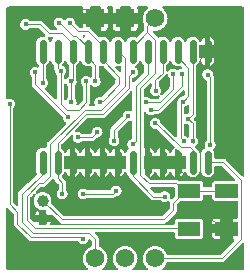
<source format=gbl>
G04 Layer: BottomLayer*
G04 EasyEDA v6.3.53, 2020-07-19T22:27:28+02:00*
G04 3120cfb910ab4567be944433c0d318a6,a54f91b67bf74260adec70c9c35cfc8e,10*
G04 Gerber Generator version 0.2*
G04 Scale: 100 percent, Rotated: No, Reflected: No *
G04 Dimensions in millimeters *
G04 leading zeros omitted , absolute positions ,3 integer and 3 decimal *
%FSLAX33Y33*%
%MOMM*%
G90*
G71D02*

%ADD11C,0.100000*%
%ADD12C,0.399999*%
%ADD14R,1.574800X1.574800*%
%ADD15C,1.574800*%
%ADD16C,0.999998*%
%ADD17C,0.599999*%

%LPD*%
G36*
G01X6876Y20184D02*
G01X6842Y20184D01*
G01X6827Y20183D01*
G01X6813Y20179D01*
G01X6800Y20174D01*
G01X6787Y20167D01*
G01X6775Y20159D01*
G01X6765Y20149D01*
G01X6756Y20137D01*
G01X6749Y20124D01*
G01X6744Y20110D01*
G01X6741Y20096D01*
G01X6740Y20082D01*
G01X6741Y20066D01*
G01X6745Y20050D01*
G01X6751Y20036D01*
G01X6759Y20022D01*
G01X6770Y20010D01*
G01X6793Y19987D01*
G01X6807Y19979D01*
G01X6822Y19973D01*
G01X6838Y19970D01*
G01X6853Y19968D01*
G01X6871Y19970D01*
G01X6887Y19974D01*
G01X6903Y19981D01*
G01X6922Y19991D01*
G01X6935Y20000D01*
G01X6947Y20010D01*
G01X6958Y20022D01*
G01X6966Y20036D01*
G01X6972Y20050D01*
G01X6976Y20066D01*
G01X6977Y20082D01*
G01X6976Y20096D01*
G01X6973Y20110D01*
G01X6968Y20124D01*
G01X6961Y20137D01*
G01X6952Y20149D01*
G01X6942Y20159D01*
G01X6931Y20167D01*
G01X6918Y20174D01*
G01X6904Y20179D01*
G01X6890Y20183D01*
G01X6876Y20184D01*
G37*

%LPD*%
G36*
G01X4124Y20013D02*
G01X3875Y20013D01*
G01X3860Y20012D01*
G01X3846Y20009D01*
G01X3832Y20004D01*
G01X3820Y19997D01*
G01X3808Y19988D01*
G01X3798Y19978D01*
G01X3789Y19966D01*
G01X3782Y19953D01*
G01X3777Y19940D01*
G01X3774Y19926D01*
G01X3773Y19911D01*
G01X3774Y19894D01*
G01X3779Y19877D01*
G01X3786Y19862D01*
G01X3796Y19847D01*
G01X3819Y19816D01*
G01X3840Y19784D01*
G01X3859Y19750D01*
G01X3876Y19715D01*
G01X3890Y19679D01*
G01X3901Y19642D01*
G01X3907Y19628D01*
G01X3913Y19615D01*
G01X3922Y19603D01*
G01X3932Y19592D01*
G01X3944Y19584D01*
G01X3957Y19576D01*
G01X3971Y19571D01*
G01X3985Y19568D01*
G01X3999Y19567D01*
G01X4014Y19568D01*
G01X4028Y19571D01*
G01X4042Y19576D01*
G01X4055Y19584D01*
G01X4067Y19592D01*
G01X4077Y19603D01*
G01X4086Y19615D01*
G01X4092Y19628D01*
G01X4098Y19642D01*
G01X4109Y19679D01*
G01X4123Y19715D01*
G01X4140Y19750D01*
G01X4158Y19784D01*
G01X4180Y19816D01*
G01X4203Y19847D01*
G01X4213Y19862D01*
G01X4220Y19877D01*
G01X4225Y19894D01*
G01X4226Y19911D01*
G01X4225Y19926D01*
G01X4222Y19940D01*
G01X4217Y19953D01*
G01X4210Y19966D01*
G01X4201Y19978D01*
G01X4191Y19988D01*
G01X4179Y19997D01*
G01X4167Y20004D01*
G01X4153Y20009D01*
G01X4139Y20012D01*
G01X4124Y20013D01*
G37*

%LPD*%
G36*
G01X14174Y18025D02*
G01X14159Y18026D01*
G01X14145Y18025D01*
G01X14131Y18022D01*
G01X14117Y18016D01*
G01X14104Y18009D01*
G01X14092Y18001D01*
G01X14082Y17990D01*
G01X14073Y17978D01*
G01X14067Y17965D01*
G01X14061Y17951D01*
G01X14051Y17917D01*
G01X14039Y17884D01*
G01X14024Y17852D01*
G01X14008Y17821D01*
G01X13989Y17790D01*
G01X13968Y17762D01*
G01X13946Y17734D01*
G01X13922Y17708D01*
G01X13897Y17684D01*
G01X13869Y17661D01*
G01X13858Y17651D01*
G01X13849Y17639D01*
G01X13841Y17625D01*
G01X13835Y17611D01*
G01X13832Y17596D01*
G01X13831Y17581D01*
G01X13831Y17174D01*
G01X13832Y17159D01*
G01X13835Y17145D01*
G01X13840Y17132D01*
G01X13847Y17119D01*
G01X13856Y17107D01*
G01X13866Y17097D01*
G01X13878Y17088D01*
G01X13890Y17081D01*
G01X13904Y17076D01*
G01X13918Y17073D01*
G01X13932Y17072D01*
G01X13948Y17073D01*
G01X13962Y17077D01*
G01X13977Y17082D01*
G01X13989Y17089D01*
G01X14002Y17099D01*
G01X14012Y17110D01*
G01X14020Y17122D01*
G01X14037Y17149D01*
G01X14056Y17174D01*
G01X14076Y17199D01*
G01X14099Y17221D01*
G01X14122Y17242D01*
G01X14147Y17261D01*
G01X14173Y17279D01*
G01X14201Y17295D01*
G01X14229Y17308D01*
G01X14259Y17320D01*
G01X14289Y17330D01*
G01X14320Y17337D01*
G01X14351Y17343D01*
G01X14382Y17346D01*
G01X14413Y17347D01*
G01X14444Y17346D01*
G01X14475Y17343D01*
G01X14506Y17337D01*
G01X14536Y17330D01*
G01X14566Y17320D01*
G01X14595Y17309D01*
G01X14624Y17296D01*
G01X14651Y17280D01*
G01X14677Y17264D01*
G01X14702Y17245D01*
G01X14725Y17224D01*
G01X14737Y17214D01*
G01X14750Y17207D01*
G01X14765Y17201D01*
G01X14779Y17198D01*
G01X14794Y17197D01*
G01X14810Y17198D01*
G01X14824Y17201D01*
G01X14839Y17207D01*
G01X14852Y17214D01*
G01X14864Y17224D01*
G01X14888Y17245D01*
G01X14914Y17265D01*
G01X14941Y17282D01*
G01X14969Y17298D01*
G01X14998Y17311D01*
G01X15028Y17323D01*
G01X15059Y17332D01*
G01X15090Y17339D01*
G01X15105Y17343D01*
G01X15120Y17349D01*
G01X15133Y17358D01*
G01X15145Y17368D01*
G01X15154Y17380D01*
G01X15162Y17394D01*
G01X15168Y17408D01*
G01X15172Y17423D01*
G01X15173Y17439D01*
G01X15171Y17455D01*
G01X15168Y17470D01*
G01X15162Y17485D01*
G01X15154Y17498D01*
G01X15143Y17510D01*
G01X15100Y17554D01*
G01X15088Y17564D01*
G01X15074Y17572D01*
G01X15059Y17579D01*
G01X15044Y17583D01*
G01X15028Y17584D01*
G01X15010Y17582D01*
G01X14992Y17577D01*
G01X14960Y17566D01*
G01X14928Y17557D01*
G01X14895Y17550D01*
G01X14862Y17545D01*
G01X14828Y17542D01*
G01X14794Y17541D01*
G01X14760Y17542D01*
G01X14725Y17545D01*
G01X14691Y17551D01*
G01X14658Y17558D01*
G01X14624Y17567D01*
G01X14592Y17579D01*
G01X14560Y17593D01*
G01X14529Y17609D01*
G01X14499Y17626D01*
G01X14470Y17645D01*
G01X14443Y17666D01*
G01X14417Y17689D01*
G01X14392Y17713D01*
G01X14369Y17739D01*
G01X14347Y17766D01*
G01X14328Y17794D01*
G01X14310Y17823D01*
G01X14294Y17854D01*
G01X14280Y17886D01*
G01X14268Y17918D01*
G01X14258Y17951D01*
G01X14252Y17965D01*
G01X14246Y17978D01*
G01X14237Y17990D01*
G01X14227Y18001D01*
G01X14215Y18009D01*
G01X14202Y18016D01*
G01X14188Y18022D01*
G01X14174Y18025D01*
G37*

%LPD*%
G36*
G01X9901Y17563D02*
G01X9887Y17564D01*
G01X9860Y17560D01*
G01X9825Y17552D01*
G01X9788Y17546D01*
G01X9752Y17542D01*
G01X9714Y17541D01*
G01X9669Y17543D01*
G01X9624Y17549D01*
G01X9607Y17550D01*
G01X9593Y17549D01*
G01X9579Y17546D01*
G01X9565Y17540D01*
G01X9552Y17533D01*
G01X9541Y17525D01*
G01X9531Y17515D01*
G01X9522Y17503D01*
G01X9515Y17490D01*
G01X9510Y17477D01*
G01X9507Y17463D01*
G01X9506Y17448D01*
G01X9507Y17432D01*
G01X9511Y17417D01*
G01X9517Y17402D01*
G01X9525Y17389D01*
G01X9536Y17376D01*
G01X9816Y17096D01*
G01X9828Y17085D01*
G01X9841Y17077D01*
G01X9856Y17071D01*
G01X9872Y17068D01*
G01X9888Y17066D01*
G01X9902Y17067D01*
G01X9916Y17070D01*
G01X9930Y17075D01*
G01X9943Y17082D01*
G01X9954Y17091D01*
G01X9964Y17101D01*
G01X9973Y17113D01*
G01X9980Y17125D01*
G01X9985Y17139D01*
G01X9988Y17153D01*
G01X9989Y17168D01*
G01X9989Y17463D01*
G01X9988Y17477D01*
G01X9985Y17491D01*
G01X9980Y17505D01*
G01X9973Y17518D01*
G01X9964Y17529D01*
G01X9954Y17539D01*
G01X9942Y17548D01*
G01X9929Y17555D01*
G01X9916Y17560D01*
G01X9901Y17563D01*
G37*

%LPD*%
G36*
G01X5284Y18025D02*
G01X5269Y18026D01*
G01X5255Y18025D01*
G01X5241Y18022D01*
G01X5227Y18016D01*
G01X5214Y18009D01*
G01X5202Y18001D01*
G01X5192Y17990D01*
G01X5183Y17978D01*
G01X5177Y17965D01*
G01X5171Y17951D01*
G01X5160Y17915D01*
G01X5147Y17880D01*
G01X5131Y17845D01*
G01X5113Y17812D01*
G01X5092Y17780D01*
G01X5069Y17750D01*
G01X5044Y17721D01*
G01X5035Y17710D01*
G01X5028Y17696D01*
G01X5022Y17682D01*
G01X5019Y17667D01*
G01X5018Y17653D01*
G01X5019Y17638D01*
G01X5022Y17624D01*
G01X5027Y17610D01*
G01X5034Y17597D01*
G01X5043Y17586D01*
G01X5053Y17576D01*
G01X5065Y17567D01*
G01X5077Y17560D01*
G01X5105Y17547D01*
G01X5131Y17531D01*
G01X5157Y17514D01*
G01X5181Y17495D01*
G01X5204Y17474D01*
G01X5225Y17453D01*
G01X5246Y17429D01*
G01X5264Y17404D01*
G01X5281Y17378D01*
G01X5295Y17351D01*
G01X5308Y17324D01*
G01X5319Y17295D01*
G01X5328Y17266D01*
G01X5336Y17236D01*
G01X5341Y17206D01*
G01X5344Y17175D01*
G01X5345Y17144D01*
G01X5344Y17113D01*
G01X5341Y17082D01*
G01X5336Y17052D01*
G01X5328Y17021D01*
G01X5319Y16992D01*
G01X5307Y16963D01*
G01X5294Y16934D01*
G01X5279Y16907D01*
G01X5243Y16857D01*
G01X5222Y16833D01*
G01X5213Y16821D01*
G01X5205Y16808D01*
G01X5199Y16794D01*
G01X5196Y16779D01*
G01X5195Y16764D01*
G01X5195Y16539D01*
G01X5196Y16524D01*
G01X5199Y16510D01*
G01X5204Y16497D01*
G01X5211Y16484D01*
G01X5220Y16473D01*
G01X5230Y16462D01*
G01X5242Y16454D01*
G01X5254Y16447D01*
G01X5268Y16442D01*
G01X5282Y16439D01*
G01X5296Y16438D01*
G01X5312Y16439D01*
G01X5326Y16442D01*
G01X5341Y16447D01*
G01X5353Y16455D01*
G01X5366Y16464D01*
G01X5376Y16475D01*
G01X5384Y16487D01*
G01X5402Y16515D01*
G01X5422Y16542D01*
G01X5444Y16567D01*
G01X5468Y16591D01*
G01X5493Y16612D01*
G01X5519Y16632D01*
G01X5547Y16650D01*
G01X5560Y16659D01*
G01X5571Y16669D01*
G01X5580Y16681D01*
G01X5588Y16694D01*
G01X5594Y16708D01*
G01X5597Y16723D01*
G01X5598Y16738D01*
G01X5598Y17581D01*
G01X5597Y17596D01*
G01X5594Y17611D01*
G01X5588Y17625D01*
G01X5580Y17639D01*
G01X5571Y17651D01*
G01X5560Y17661D01*
G01X5532Y17684D01*
G01X5507Y17708D01*
G01X5483Y17734D01*
G01X5461Y17762D01*
G01X5440Y17790D01*
G01X5421Y17821D01*
G01X5405Y17852D01*
G01X5390Y17884D01*
G01X5378Y17917D01*
G01X5368Y17951D01*
G01X5362Y17965D01*
G01X5356Y17978D01*
G01X5347Y17990D01*
G01X5337Y18001D01*
G01X5325Y18009D01*
G01X5312Y18016D01*
G01X5298Y18022D01*
G01X5284Y18025D01*
G37*

%LPD*%
G36*
G01X11634Y18025D02*
G01X11619Y18026D01*
G01X11605Y18025D01*
G01X11591Y18022D01*
G01X11577Y18016D01*
G01X11564Y18009D01*
G01X11552Y18001D01*
G01X11542Y17990D01*
G01X11533Y17978D01*
G01X11527Y17965D01*
G01X11521Y17951D01*
G01X11511Y17917D01*
G01X11499Y17884D01*
G01X11484Y17851D01*
G01X11467Y17820D01*
G01X11448Y17789D01*
G01X11427Y17760D01*
G01X11405Y17732D01*
G01X11381Y17707D01*
G01X11355Y17682D01*
G01X11327Y17659D01*
G01X11298Y17638D01*
G01X11268Y17619D01*
G01X11237Y17601D01*
G01X11224Y17593D01*
G01X11212Y17583D01*
G01X11201Y17571D01*
G01X11193Y17557D01*
G01X11187Y17542D01*
G01X11183Y17527D01*
G01X11182Y17511D01*
G01X11183Y17496D01*
G01X11186Y17482D01*
G01X11192Y17467D01*
G01X11199Y17454D01*
G01X11209Y17442D01*
G01X11219Y17432D01*
G01X11232Y17424D01*
G01X11258Y17407D01*
G01X11284Y17388D01*
G01X11308Y17367D01*
G01X11330Y17345D01*
G01X11351Y17322D01*
G01X11371Y17297D01*
G01X11388Y17270D01*
G01X11404Y17243D01*
G01X11417Y17214D01*
G01X11429Y17185D01*
G01X11439Y17155D01*
G01X11446Y17124D01*
G01X11452Y17093D01*
G01X11455Y17062D01*
G01X11456Y17030D01*
G01X11455Y16999D01*
G01X11452Y16967D01*
G01X11446Y16936D01*
G01X11439Y16905D01*
G01X11429Y16875D01*
G01X11417Y16846D01*
G01X11404Y16818D01*
G01X11388Y16790D01*
G01X11371Y16764D01*
G01X11351Y16739D01*
G01X11330Y16715D01*
G01X11308Y16693D01*
G01X11284Y16673D01*
G01X11258Y16654D01*
G01X11231Y16637D01*
G01X11204Y16622D01*
G01X11175Y16609D01*
G01X11146Y16598D01*
G01X11115Y16588D01*
G01X11085Y16582D01*
G01X11053Y16577D01*
G01X11039Y16574D01*
G01X11025Y16569D01*
G01X11011Y16563D01*
G01X11000Y16554D01*
G01X10989Y16544D01*
G01X10980Y16532D01*
G01X10973Y16519D01*
G01X10968Y16505D01*
G01X10965Y16491D01*
G01X10963Y16476D01*
G01X10963Y16278D01*
G01X10964Y16264D01*
G01X10972Y16236D01*
G01X10979Y16223D01*
G01X10988Y16212D01*
G01X10998Y16201D01*
G01X11010Y16193D01*
G01X11023Y16186D01*
G01X11036Y16181D01*
G01X11051Y16177D01*
G01X11065Y16176D01*
G01X11081Y16178D01*
G01X11096Y16182D01*
G01X11111Y16188D01*
G01X11125Y16196D01*
G01X11137Y16206D01*
G01X11918Y16988D01*
G01X11928Y17000D01*
G01X11937Y17014D01*
G01X11943Y17028D01*
G01X11947Y17044D01*
G01X11948Y17059D01*
G01X11948Y17581D01*
G01X11947Y17596D01*
G01X11944Y17611D01*
G01X11938Y17625D01*
G01X11930Y17639D01*
G01X11921Y17651D01*
G01X11910Y17661D01*
G01X11882Y17684D01*
G01X11857Y17708D01*
G01X11833Y17734D01*
G01X11811Y17762D01*
G01X11790Y17790D01*
G01X11771Y17821D01*
G01X11755Y17852D01*
G01X11740Y17884D01*
G01X11728Y17917D01*
G01X11718Y17951D01*
G01X11712Y17965D01*
G01X11706Y17978D01*
G01X11697Y17990D01*
G01X11687Y18001D01*
G01X11675Y18009D01*
G01X11662Y18016D01*
G01X11648Y18022D01*
G01X11634Y18025D01*
G37*

%LPD*%
G36*
G01X13881Y16884D02*
G01X13866Y16885D01*
G01X13851Y16884D01*
G01X13837Y16881D01*
G01X13824Y16876D01*
G01X13811Y16869D01*
G01X13800Y16861D01*
G01X13790Y16851D01*
G01X13781Y16839D01*
G01X13762Y16814D01*
G01X13741Y16791D01*
G01X13226Y16276D01*
G01X13216Y16263D01*
G01X13207Y16250D01*
G01X13201Y16235D01*
G01X13197Y16219D01*
G01X13196Y16203D01*
G01X13196Y15881D01*
G01X13197Y15864D01*
G01X13202Y15847D01*
G01X13209Y15832D01*
G01X13219Y15817D01*
G01X13230Y15805D01*
G01X13254Y15783D01*
G01X13275Y15759D01*
G01X13295Y15734D01*
G01X13314Y15707D01*
G01X13329Y15680D01*
G01X13344Y15651D01*
G01X13356Y15621D01*
G01X13366Y15590D01*
G01X13374Y15559D01*
G01X13380Y15527D01*
G01X13383Y15495D01*
G01X13384Y15463D01*
G01X13383Y15432D01*
G01X13380Y15402D01*
G01X13375Y15371D01*
G01X13368Y15341D01*
G01X13358Y15311D01*
G01X13347Y15283D01*
G01X13333Y15254D01*
G01X13327Y15240D01*
G01X13324Y15224D01*
G01X13322Y15208D01*
G01X13323Y15194D01*
G01X13326Y15180D01*
G01X13331Y15166D01*
G01X13339Y15153D01*
G01X13347Y15142D01*
G01X13357Y15132D01*
G01X13369Y15123D01*
G01X13382Y15116D01*
G01X13395Y15111D01*
G01X13410Y15108D01*
G01X13424Y15107D01*
G01X13440Y15108D01*
G01X13455Y15112D01*
G01X13470Y15118D01*
G01X13484Y15126D01*
G01X13496Y15137D01*
G01X14077Y15718D01*
G01X14087Y15730D01*
G01X14096Y15743D01*
G01X14102Y15758D01*
G01X14106Y15774D01*
G01X14107Y15789D01*
G01X14107Y16510D01*
G01X14106Y16525D01*
G01X14103Y16540D01*
G01X14097Y16554D01*
G01X14089Y16567D01*
G01X14080Y16579D01*
G01X14059Y16603D01*
G01X14040Y16629D01*
G01X14022Y16655D01*
G01X14007Y16683D01*
G01X13993Y16712D01*
G01X13982Y16741D01*
G01X13973Y16772D01*
G01X13965Y16803D01*
G01X13961Y16818D01*
G01X13955Y16832D01*
G01X13947Y16845D01*
G01X13936Y16857D01*
G01X13924Y16867D01*
G01X13911Y16874D01*
G01X13896Y16881D01*
G01X13881Y16884D01*
G37*

%LPD*%
G36*
G01X12496Y16090D02*
G01X12482Y16091D01*
G01X12465Y16090D01*
G01X12450Y16086D01*
G01X12435Y16080D01*
G01X12422Y16071D01*
G01X12409Y16061D01*
G01X11956Y15608D01*
G01X11946Y15595D01*
G01X11937Y15582D01*
G01X11931Y15567D01*
G01X11927Y15551D01*
G01X11926Y15535D01*
G01X11926Y15026D01*
G01X11927Y15012D01*
G01X11930Y14998D01*
G01X11935Y14984D01*
G01X11942Y14972D01*
G01X11951Y14960D01*
G01X11961Y14950D01*
G01X11973Y14941D01*
G01X11985Y14934D01*
G01X11999Y14929D01*
G01X12013Y14926D01*
G01X12027Y14925D01*
G01X12046Y14927D01*
G01X12086Y14932D01*
G01X12127Y14934D01*
G01X12158Y14933D01*
G01X12189Y14930D01*
G01X12220Y14924D01*
G01X12250Y14917D01*
G01X12280Y14907D01*
G01X12309Y14896D01*
G01X12337Y14883D01*
G01X12365Y14868D01*
G01X12391Y14851D01*
G01X12416Y14832D01*
G01X12439Y14811D01*
G01X12451Y14802D01*
G01X12464Y14794D01*
G01X12478Y14789D01*
G01X12493Y14785D01*
G01X12508Y14784D01*
G01X13101Y14784D01*
G01X13118Y14785D01*
G01X13133Y14789D01*
G01X13148Y14795D01*
G01X13161Y14803D01*
G01X13173Y14814D01*
G01X13254Y14895D01*
G01X13265Y14907D01*
G01X13273Y14921D01*
G01X13279Y14935D01*
G01X13283Y14951D01*
G01X13284Y14967D01*
G01X13283Y14981D01*
G01X13280Y14995D01*
G01X13275Y15009D01*
G01X13268Y15022D01*
G01X13259Y15033D01*
G01X13249Y15044D01*
G01X13237Y15052D01*
G01X13225Y15059D01*
G01X13211Y15064D01*
G01X13197Y15068D01*
G01X13183Y15069D01*
G01X13166Y15067D01*
G01X13151Y15063D01*
G01X13136Y15057D01*
G01X13108Y15044D01*
G01X13079Y15032D01*
G01X13050Y15023D01*
G01X13020Y15016D01*
G01X12989Y15011D01*
G01X12959Y15008D01*
G01X12928Y15007D01*
G01X12897Y15008D01*
G01X12866Y15011D01*
G01X12835Y15016D01*
G01X12805Y15024D01*
G01X12775Y15033D01*
G01X12746Y15045D01*
G01X12718Y15058D01*
G01X12690Y15073D01*
G01X12664Y15090D01*
G01X12640Y15109D01*
G01X12616Y15129D01*
G01X12594Y15152D01*
G01X12574Y15175D01*
G01X12555Y15200D01*
G01X12537Y15226D01*
G01X12522Y15253D01*
G01X12509Y15281D01*
G01X12497Y15310D01*
G01X12488Y15340D01*
G01X12481Y15370D01*
G01X12475Y15401D01*
G01X12472Y15432D01*
G01X12471Y15463D01*
G01X12472Y15496D01*
G01X12475Y15528D01*
G01X12482Y15561D01*
G01X12490Y15592D01*
G01X12500Y15623D01*
G01X12513Y15653D01*
G01X12527Y15683D01*
G01X12544Y15711D01*
G01X12562Y15738D01*
G01X12571Y15751D01*
G01X12578Y15767D01*
G01X12582Y15782D01*
G01X12583Y15799D01*
G01X12583Y15989D01*
G01X12582Y16004D01*
G01X12579Y16018D01*
G01X12574Y16031D01*
G01X12567Y16044D01*
G01X12558Y16056D01*
G01X12548Y16066D01*
G01X12536Y16075D01*
G01X12524Y16081D01*
G01X12510Y16087D01*
G01X12496Y16090D01*
G37*

%LPD*%
G36*
G01X4014Y18025D02*
G01X3999Y18026D01*
G01X3985Y18025D01*
G01X3971Y18022D01*
G01X3957Y18016D01*
G01X3944Y18009D01*
G01X3932Y18001D01*
G01X3922Y17990D01*
G01X3913Y17978D01*
G01X3907Y17965D01*
G01X3901Y17951D01*
G01X3891Y17917D01*
G01X3879Y17884D01*
G01X3864Y17852D01*
G01X3848Y17821D01*
G01X3829Y17790D01*
G01X3808Y17762D01*
G01X3786Y17734D01*
G01X3762Y17708D01*
G01X3737Y17684D01*
G01X3709Y17661D01*
G01X3698Y17651D01*
G01X3689Y17639D01*
G01X3681Y17625D01*
G01X3675Y17611D01*
G01X3672Y17596D01*
G01X3671Y17581D01*
G01X3671Y16509D01*
G01X3672Y16494D01*
G01X3675Y16479D01*
G01X3681Y16465D01*
G01X3689Y16452D01*
G01X3698Y16440D01*
G01X3719Y16416D01*
G01X3737Y16391D01*
G01X3755Y16365D01*
G01X3770Y16339D01*
G01X3783Y16310D01*
G01X3795Y16281D01*
G01X3804Y16252D01*
G01X3812Y16221D01*
G01X3817Y16191D01*
G01X3820Y16160D01*
G01X3821Y16128D01*
G01X3820Y16097D01*
G01X3817Y16066D01*
G01X3812Y16036D01*
G01X3804Y16006D01*
G01X3795Y15976D01*
G01X3784Y15947D01*
G01X3770Y15919D01*
G01X3755Y15892D01*
G01X3738Y15866D01*
G01X3719Y15841D01*
G01X3699Y15817D01*
G01X3677Y15795D01*
G01X3654Y15775D01*
G01X3629Y15756D01*
G01X3603Y15739D01*
G01X3591Y15730D01*
G01X3580Y15720D01*
G01X3571Y15709D01*
G01X3564Y15695D01*
G01X3559Y15682D01*
G01X3556Y15667D01*
G01X3554Y15652D01*
G01X3556Y15636D01*
G01X3559Y15621D01*
G01X3565Y15607D01*
G01X3574Y15593D01*
G01X3584Y15581D01*
G01X4408Y14756D01*
G01X4421Y14745D01*
G01X4434Y14737D01*
G01X4449Y14731D01*
G01X4464Y14728D01*
G01X4481Y14726D01*
G01X4495Y14727D01*
G01X4509Y14730D01*
G01X4523Y14735D01*
G01X4535Y14742D01*
G01X4547Y14751D01*
G01X4557Y14761D01*
G01X4566Y14773D01*
G01X4573Y14786D01*
G01X4578Y14799D01*
G01X4581Y14814D01*
G01X4582Y14828D01*
G01X4582Y16764D01*
G01X4581Y16779D01*
G01X4578Y16794D01*
G01X4572Y16808D01*
G01X4564Y16821D01*
G01X4555Y16833D01*
G01X4533Y16858D01*
G01X4514Y16884D01*
G01X4496Y16912D01*
G01X4480Y16941D01*
G01X4466Y16970D01*
G01X4455Y17001D01*
G01X4446Y17032D01*
G01X4439Y17064D01*
G01X4434Y17096D01*
G01X4432Y17129D01*
G01X4430Y17147D01*
G01X4425Y17164D01*
G01X4417Y17180D01*
G01X4406Y17194D01*
G01X4389Y17215D01*
G01X4373Y17239D01*
G01X4359Y17263D01*
G01X4348Y17289D01*
G01X4339Y17315D01*
G01X4333Y17343D01*
G01X4329Y17370D01*
G01X4328Y17399D01*
G01X4328Y17581D01*
G01X4327Y17596D01*
G01X4324Y17611D01*
G01X4318Y17625D01*
G01X4310Y17639D01*
G01X4301Y17651D01*
G01X4290Y17661D01*
G01X4262Y17684D01*
G01X4237Y17708D01*
G01X4213Y17734D01*
G01X4191Y17762D01*
G01X4170Y17790D01*
G01X4151Y17821D01*
G01X4135Y17852D01*
G01X4120Y17884D01*
G01X4108Y17917D01*
G01X4098Y17951D01*
G01X4092Y17965D01*
G01X4086Y17978D01*
G01X4077Y17990D01*
G01X4067Y18001D01*
G01X4055Y18009D01*
G01X4042Y18016D01*
G01X4028Y18022D01*
G01X4014Y18025D01*
G37*

%LPD*%
G36*
G01X5312Y16073D02*
G01X5296Y16074D01*
G01X5282Y16073D01*
G01X5268Y16070D01*
G01X5254Y16065D01*
G01X5242Y16058D01*
G01X5230Y16049D01*
G01X5220Y16039D01*
G01X5211Y16027D01*
G01X5204Y16014D01*
G01X5199Y16001D01*
G01X5196Y15987D01*
G01X5195Y15972D01*
G01X5195Y14761D01*
G01X5196Y14746D01*
G01X5199Y14732D01*
G01X5204Y14719D01*
G01X5211Y14706D01*
G01X5220Y14694D01*
G01X5230Y14684D01*
G01X5242Y14675D01*
G01X5254Y14668D01*
G01X5268Y14663D01*
G01X5282Y14660D01*
G01X5296Y14659D01*
G01X5312Y14660D01*
G01X5326Y14664D01*
G01X5341Y14669D01*
G01X5353Y14676D01*
G01X5366Y14686D01*
G01X5376Y14697D01*
G01X5384Y14709D01*
G01X5402Y14737D01*
G01X5422Y14764D01*
G01X5444Y14789D01*
G01X5453Y14801D01*
G01X5461Y14814D01*
G01X5467Y14828D01*
G01X5470Y14843D01*
G01X5471Y14858D01*
G01X5471Y15875D01*
G01X5470Y15890D01*
G01X5467Y15905D01*
G01X5461Y15919D01*
G01X5453Y15933D01*
G01X5444Y15944D01*
G01X5422Y15969D01*
G01X5402Y15996D01*
G01X5384Y16024D01*
G01X5376Y16036D01*
G01X5366Y16047D01*
G01X5353Y16057D01*
G01X5341Y16064D01*
G01X5326Y16069D01*
G01X5312Y16073D01*
G37*

%LPD*%
G36*
G01X6554Y18025D02*
G01X6539Y18026D01*
G01X6525Y18025D01*
G01X6511Y18022D01*
G01X6497Y18016D01*
G01X6484Y18009D01*
G01X6472Y18001D01*
G01X6462Y17990D01*
G01X6453Y17978D01*
G01X6447Y17965D01*
G01X6441Y17951D01*
G01X6431Y17917D01*
G01X6419Y17884D01*
G01X6404Y17852D01*
G01X6388Y17821D01*
G01X6369Y17790D01*
G01X6348Y17762D01*
G01X6326Y17734D01*
G01X6302Y17708D01*
G01X6277Y17684D01*
G01X6249Y17661D01*
G01X6238Y17651D01*
G01X6229Y17639D01*
G01X6221Y17625D01*
G01X6215Y17611D01*
G01X6212Y17596D01*
G01X6211Y17581D01*
G01X6211Y16414D01*
G01X6212Y16399D01*
G01X6215Y16385D01*
G01X6224Y16354D01*
G01X6229Y16321D01*
G01X6233Y16289D01*
G01X6234Y16256D01*
G01X6233Y16225D01*
G01X6230Y16194D01*
G01X6225Y16163D01*
G01X6217Y16133D01*
G01X6208Y16103D01*
G01X6196Y16074D01*
G01X6183Y16046D01*
G01X6168Y16018D01*
G01X6132Y15968D01*
G01X6111Y15944D01*
G01X6102Y15933D01*
G01X6094Y15919D01*
G01X6088Y15905D01*
G01X6085Y15890D01*
G01X6084Y15875D01*
G01X6084Y14858D01*
G01X6085Y14843D01*
G01X6088Y14828D01*
G01X6094Y14814D01*
G01X6102Y14801D01*
G01X6111Y14789D01*
G01X6132Y14765D01*
G01X6150Y14740D01*
G01X6168Y14714D01*
G01X6183Y14688D01*
G01X6196Y14659D01*
G01X6208Y14630D01*
G01X6217Y14601D01*
G01X6225Y14570D01*
G01X6230Y14540D01*
G01X6233Y14509D01*
G01X6234Y14477D01*
G01X6233Y14445D01*
G01X6230Y14413D01*
G01X6224Y14381D01*
G01X6215Y14349D01*
G01X6212Y14335D01*
G01X6211Y14321D01*
G01X6212Y14306D01*
G01X6215Y14292D01*
G01X6220Y14279D01*
G01X6228Y14265D01*
G01X6236Y14254D01*
G01X6246Y14244D01*
G01X6258Y14235D01*
G01X6271Y14228D01*
G01X6284Y14223D01*
G01X6299Y14220D01*
G01X6313Y14219D01*
G01X6329Y14220D01*
G01X6344Y14224D01*
G01X6359Y14230D01*
G01X6373Y14238D01*
G01X6385Y14249D01*
G01X6711Y14575D01*
G01X6721Y14587D01*
G01X6730Y14601D01*
G01X6736Y14615D01*
G01X6740Y14631D01*
G01X6741Y14647D01*
G01X6741Y15875D01*
G01X6740Y15890D01*
G01X6737Y15905D01*
G01X6731Y15919D01*
G01X6723Y15932D01*
G01X6714Y15944D01*
G01X6693Y15968D01*
G01X6657Y16018D01*
G01X6642Y16045D01*
G01X6629Y16074D01*
G01X6617Y16103D01*
G01X6608Y16132D01*
G01X6600Y16163D01*
G01X6595Y16193D01*
G01X6592Y16224D01*
G01X6591Y16256D01*
G01X6592Y16287D01*
G01X6595Y16318D01*
G01X6600Y16348D01*
G01X6608Y16379D01*
G01X6617Y16408D01*
G01X6629Y16438D01*
G01X6642Y16466D01*
G01X6657Y16492D01*
G01X6675Y16519D01*
G01X6693Y16544D01*
G01X6714Y16567D01*
G01X6736Y16589D01*
G01X6759Y16610D01*
G01X6784Y16629D01*
G01X6810Y16645D01*
G01X6838Y16661D01*
G01X6866Y16674D01*
G01X6895Y16685D01*
G01X6925Y16695D01*
G01X6955Y16702D01*
G01X6986Y16708D01*
G01X7017Y16711D01*
G01X7047Y16712D01*
G01X7079Y16711D01*
G01X7110Y16708D01*
G01X7141Y16702D01*
G01X7171Y16695D01*
G01X7201Y16685D01*
G01X7230Y16674D01*
G01X7259Y16660D01*
G01X7286Y16645D01*
G01X7312Y16628D01*
G01X7337Y16608D01*
G01X7351Y16599D01*
G01X7367Y16592D01*
G01X7384Y16587D01*
G01X7402Y16585D01*
G01X7416Y16586D01*
G01X7430Y16589D01*
G01X7444Y16595D01*
G01X7456Y16602D01*
G01X7468Y16610D01*
G01X7478Y16620D01*
G01X7487Y16632D01*
G01X7494Y16645D01*
G01X7499Y16659D01*
G01X7502Y16673D01*
G01X7503Y16687D01*
G01X7503Y17480D01*
G01X7502Y17494D01*
G01X7499Y17508D01*
G01X7494Y17522D01*
G01X7487Y17534D01*
G01X7478Y17546D01*
G01X7468Y17556D01*
G01X7456Y17565D01*
G01X7444Y17572D01*
G01X7430Y17577D01*
G01X7416Y17580D01*
G01X7402Y17581D01*
G01X7384Y17580D01*
G01X7367Y17575D01*
G01X7329Y17563D01*
G01X7291Y17553D01*
G01X7253Y17547D01*
G01X7214Y17542D01*
G01X7174Y17541D01*
G01X7140Y17542D01*
G01X7105Y17545D01*
G01X7071Y17551D01*
G01X7038Y17558D01*
G01X7004Y17567D01*
G01X6972Y17579D01*
G01X6940Y17593D01*
G01X6909Y17609D01*
G01X6879Y17626D01*
G01X6850Y17645D01*
G01X6823Y17666D01*
G01X6797Y17689D01*
G01X6772Y17713D01*
G01X6749Y17739D01*
G01X6727Y17766D01*
G01X6708Y17794D01*
G01X6690Y17823D01*
G01X6674Y17854D01*
G01X6660Y17886D01*
G01X6648Y17918D01*
G01X6638Y17951D01*
G01X6632Y17965D01*
G01X6626Y17978D01*
G01X6617Y17990D01*
G01X6607Y18001D01*
G01X6595Y18009D01*
G01X6582Y18016D01*
G01X6568Y18022D01*
G01X6554Y18025D01*
G37*

%LPD*%
G36*
G01X8235Y17580D02*
G01X8217Y17581D01*
G01X8203Y17580D01*
G01X8189Y17577D01*
G01X8175Y17572D01*
G01X8163Y17565D01*
G01X8151Y17556D01*
G01X8141Y17546D01*
G01X8132Y17534D01*
G01X8125Y17522D01*
G01X8120Y17508D01*
G01X8117Y17494D01*
G01X8116Y17480D01*
G01X8116Y16636D01*
G01X8117Y16621D01*
G01X8120Y16606D01*
G01X8126Y16592D01*
G01X8134Y16579D01*
G01X8143Y16567D01*
G01X8164Y16543D01*
G01X8182Y16518D01*
G01X8200Y16492D01*
G01X8215Y16466D01*
G01X8228Y16437D01*
G01X8240Y16408D01*
G01X8249Y16379D01*
G01X8257Y16348D01*
G01X8262Y16318D01*
G01X8265Y16287D01*
G01X8266Y16255D01*
G01X8265Y16224D01*
G01X8262Y16193D01*
G01X8257Y16163D01*
G01X8249Y16132D01*
G01X8240Y16103D01*
G01X8228Y16073D01*
G01X8215Y16045D01*
G01X8200Y16018D01*
G01X8182Y15992D01*
G01X8164Y15967D01*
G01X8143Y15944D01*
G01X8121Y15922D01*
G01X8098Y15901D01*
G01X8073Y15882D01*
G01X8047Y15866D01*
G01X8019Y15850D01*
G01X7991Y15837D01*
G01X7962Y15825D01*
G01X7932Y15816D01*
G01X7902Y15809D01*
G01X7871Y15803D01*
G01X7840Y15800D01*
G01X7809Y15799D01*
G01X7778Y15800D01*
G01X7747Y15803D01*
G01X7716Y15809D01*
G01X7686Y15816D01*
G01X7656Y15825D01*
G01X7627Y15837D01*
G01X7598Y15851D01*
G01X7571Y15866D01*
G01X7545Y15883D01*
G01X7520Y15903D01*
G01X7506Y15912D01*
G01X7490Y15919D01*
G01X7473Y15924D01*
G01X7455Y15926D01*
G01X7441Y15925D01*
G01X7427Y15921D01*
G01X7413Y15916D01*
G01X7401Y15909D01*
G01X7389Y15901D01*
G01X7379Y15890D01*
G01X7370Y15879D01*
G01X7363Y15866D01*
G01X7358Y15852D01*
G01X7355Y15838D01*
G01X7354Y15824D01*
G01X7354Y14478D01*
G01X7353Y14452D01*
G01X7350Y14426D01*
G01X7344Y14401D01*
G01X7337Y14377D01*
G01X7327Y14352D01*
G01X7316Y14329D01*
G01X7303Y14308D01*
G01X7295Y14294D01*
G01X7290Y14281D01*
G01X7286Y14266D01*
G01X7285Y14251D01*
G01X7286Y14236D01*
G01X7289Y14222D01*
G01X7294Y14208D01*
G01X7301Y14196D01*
G01X7310Y14184D01*
G01X7320Y14174D01*
G01X7332Y14165D01*
G01X7345Y14158D01*
G01X7358Y14154D01*
G01X7372Y14150D01*
G01X7387Y14149D01*
G01X7680Y14149D01*
G01X7695Y14150D01*
G01X7723Y14158D01*
G01X7735Y14165D01*
G01X7747Y14174D01*
G01X7757Y14184D01*
G01X7766Y14196D01*
G01X7773Y14208D01*
G01X7778Y14222D01*
G01X7781Y14236D01*
G01X7782Y14251D01*
G01X7780Y14272D01*
G01X7773Y14292D01*
G01X7761Y14322D01*
G01X7752Y14352D01*
G01X7744Y14383D01*
G01X7738Y14414D01*
G01X7735Y14446D01*
G01X7734Y14478D01*
G01X7735Y14509D01*
G01X7738Y14540D01*
G01X7743Y14570D01*
G01X7751Y14601D01*
G01X7760Y14630D01*
G01X7772Y14660D01*
G01X7785Y14688D01*
G01X7800Y14714D01*
G01X7818Y14741D01*
G01X7836Y14766D01*
G01X7857Y14789D01*
G01X7879Y14811D01*
G01X7902Y14832D01*
G01X7927Y14851D01*
G01X7953Y14867D01*
G01X7981Y14883D01*
G01X8009Y14896D01*
G01X8038Y14907D01*
G01X8068Y14917D01*
G01X8098Y14924D01*
G01X8129Y14930D01*
G01X8160Y14933D01*
G01X8190Y14934D01*
G01X8231Y14932D01*
G01X8271Y14927D01*
G01X8289Y14925D01*
G01X8304Y14927D01*
G01X8320Y14930D01*
G01X8335Y14936D01*
G01X8348Y14945D01*
G01X8361Y14955D01*
G01X9496Y16099D01*
G01X9506Y16111D01*
G01X9514Y16124D01*
G01X9520Y16138D01*
G01X9524Y16153D01*
G01X9526Y16169D01*
G01X9532Y16469D01*
G01X9532Y16471D01*
G01X9530Y16487D01*
G01X9527Y16503D01*
G01X9520Y16517D01*
G01X9512Y16531D01*
G01X9502Y16543D01*
G01X8533Y17512D01*
G01X8521Y17522D01*
G01X8507Y17530D01*
G01X8493Y17536D01*
G01X8478Y17540D01*
G01X8461Y17541D01*
G01X8444Y17541D01*
G01X8405Y17542D01*
G01X8366Y17547D01*
G01X8328Y17553D01*
G01X8290Y17563D01*
G01X8252Y17575D01*
G01X8235Y17580D01*
G37*

%LPD*%
G36*
G01X15671Y14280D02*
G01X15657Y14281D01*
G01X15642Y14280D01*
G01X15628Y14277D01*
G01X15614Y14271D01*
G01X15601Y14264D01*
G01X15590Y14256D01*
G01X15579Y14246D01*
G01X15556Y14221D01*
G01X15531Y14197D01*
G01X15505Y14176D01*
G01X15476Y14157D01*
G01X15447Y14140D01*
G01X15416Y14125D01*
G01X15403Y14118D01*
G01X15391Y14109D01*
G01X15381Y14099D01*
G01X15372Y14088D01*
G01X15364Y14075D01*
G01X15359Y14061D01*
G01X15356Y14046D01*
G01X15355Y14032D01*
G01X15355Y13590D01*
G01X15356Y13576D01*
G01X15359Y13562D01*
G01X15364Y13548D01*
G01X15371Y13535D01*
G01X15380Y13524D01*
G01X15390Y13514D01*
G01X15402Y13505D01*
G01X15414Y13498D01*
G01X15428Y13493D01*
G01X15442Y13490D01*
G01X15456Y13489D01*
G01X15478Y13491D01*
G01X15498Y13498D01*
G01X15529Y13510D01*
G01X15562Y13520D01*
G01X15594Y13528D01*
G01X15628Y13533D01*
G01X15661Y13536D01*
G01X15676Y13538D01*
G01X15692Y13543D01*
G01X15705Y13549D01*
G01X15719Y13558D01*
G01X15730Y13568D01*
G01X15740Y13580D01*
G01X15748Y13593D01*
G01X15753Y13608D01*
G01X15757Y13623D01*
G01X15758Y13638D01*
G01X15758Y14179D01*
G01X15757Y14193D01*
G01X15754Y14207D01*
G01X15749Y14221D01*
G01X15742Y14234D01*
G01X15733Y14246D01*
G01X15723Y14256D01*
G01X15711Y14264D01*
G01X15699Y14271D01*
G01X15685Y14277D01*
G01X15671Y14280D01*
G37*

%LPD*%
G36*
G01X15478Y12670D02*
G01X15456Y12672D01*
G01X15442Y12671D01*
G01X15428Y12668D01*
G01X15414Y12663D01*
G01X15402Y12656D01*
G01X15390Y12647D01*
G01X15380Y12637D01*
G01X15371Y12626D01*
G01X15364Y12613D01*
G01X15359Y12599D01*
G01X15356Y12585D01*
G01X15355Y12571D01*
G01X15355Y11712D01*
G01X15356Y11697D01*
G01X15359Y11683D01*
G01X15364Y11670D01*
G01X15371Y11657D01*
G01X15380Y11645D01*
G01X15390Y11635D01*
G01X15402Y11626D01*
G01X15415Y11619D01*
G01X15428Y11614D01*
G01X15458Y11604D01*
G01X15487Y11593D01*
G01X15515Y11580D01*
G01X15542Y11564D01*
G01X15567Y11548D01*
G01X15592Y11528D01*
G01X15606Y11519D01*
G01X15622Y11512D01*
G01X15639Y11507D01*
G01X15657Y11505D01*
G01X15671Y11506D01*
G01X15685Y11509D01*
G01X15699Y11515D01*
G01X15711Y11522D01*
G01X15723Y11530D01*
G01X15733Y11540D01*
G01X15742Y11552D01*
G01X15749Y11565D01*
G01X15754Y11579D01*
G01X15757Y11593D01*
G01X15758Y11607D01*
G01X15758Y12523D01*
G01X15757Y12538D01*
G01X15753Y12553D01*
G01X15748Y12568D01*
G01X15740Y12581D01*
G01X15730Y12593D01*
G01X15719Y12603D01*
G01X15705Y12612D01*
G01X15692Y12618D01*
G01X15676Y12623D01*
G01X15661Y12625D01*
G01X15628Y12628D01*
G01X15594Y12633D01*
G01X15562Y12641D01*
G01X15529Y12651D01*
G01X15498Y12663D01*
G01X15478Y12670D01*
G37*

%LPD*%
G36*
G01X20200Y22603D02*
G01X13583Y22603D01*
G01X13568Y22602D01*
G01X13554Y22599D01*
G01X13541Y22594D01*
G01X13528Y22587D01*
G01X13516Y22578D01*
G01X13506Y22568D01*
G01X13490Y22544D01*
G01X13485Y22530D01*
G01X13482Y22516D01*
G01X13481Y22502D01*
G01X13482Y22486D01*
G01X13486Y22471D01*
G01X13492Y22456D01*
G01X13500Y22443D01*
G01X13510Y22431D01*
G01X13521Y22420D01*
G01X13559Y22390D01*
G01X13595Y22359D01*
G01X13630Y22326D01*
G01X13663Y22291D01*
G01X13694Y22254D01*
G01X13724Y22217D01*
G01X13752Y22177D01*
G01X13778Y22137D01*
G01X13802Y22096D01*
G01X13825Y22053D01*
G01X13845Y22010D01*
G01X13863Y21965D01*
G01X13880Y21920D01*
G01X13894Y21874D01*
G01X13906Y21827D01*
G01X13916Y21781D01*
G01X13923Y21733D01*
G01X13929Y21685D01*
G01X13932Y21637D01*
G01X13933Y21589D01*
G01X13932Y21542D01*
G01X13929Y21496D01*
G01X13924Y21450D01*
G01X13917Y21403D01*
G01X13907Y21357D01*
G01X13896Y21312D01*
G01X13882Y21267D01*
G01X13867Y21222D01*
G01X13850Y21179D01*
G01X13830Y21137D01*
G01X13809Y21095D01*
G01X13786Y21054D01*
G01X13761Y21014D01*
G01X13734Y20976D01*
G01X13706Y20938D01*
G01X13676Y20902D01*
G01X13644Y20868D01*
G01X13611Y20835D01*
G01X13576Y20803D01*
G01X13540Y20773D01*
G01X13503Y20745D01*
G01X13465Y20718D01*
G01X13425Y20693D01*
G01X13384Y20670D01*
G01X13343Y20649D01*
G01X13300Y20630D01*
G01X13256Y20612D01*
G01X13212Y20597D01*
G01X13167Y20583D01*
G01X13122Y20572D01*
G01X13076Y20563D01*
G01X13030Y20555D01*
G01X12983Y20550D01*
G01X12936Y20547D01*
G01X12889Y20545D01*
G01X12834Y20547D01*
G01X12779Y20551D01*
G01X12768Y20552D01*
G01X12753Y20551D01*
G01X12740Y20548D01*
G01X12726Y20543D01*
G01X12713Y20536D01*
G01X12702Y20527D01*
G01X12691Y20517D01*
G01X12683Y20505D01*
G01X12676Y20492D01*
G01X12671Y20479D01*
G01X12667Y20465D01*
G01X12666Y20450D01*
G01X12667Y20435D01*
G01X12672Y20419D01*
G01X12678Y20404D01*
G01X12686Y20390D01*
G01X12696Y20379D01*
G01X13098Y19978D01*
G01X13110Y19968D01*
G01X13124Y19960D01*
G01X13139Y19953D01*
G01X13154Y19949D01*
G01X13170Y19948D01*
G01X13185Y19949D01*
G01X13198Y19952D01*
G01X13212Y19958D01*
G01X13225Y19964D01*
G01X13255Y19982D01*
G01X13286Y19998D01*
G01X13318Y20012D01*
G01X13352Y20025D01*
G01X13385Y20034D01*
G01X13420Y20042D01*
G01X13454Y20047D01*
G01X13489Y20051D01*
G01X13524Y20052D01*
G01X13559Y20051D01*
G01X13594Y20047D01*
G01X13628Y20042D01*
G01X13661Y20035D01*
G01X13695Y20025D01*
G01X13727Y20014D01*
G01X13759Y20000D01*
G01X13790Y19984D01*
G01X13820Y19967D01*
G01X13849Y19948D01*
G01X13876Y19927D01*
G01X13902Y19904D01*
G01X13927Y19880D01*
G01X13950Y19854D01*
G01X13972Y19827D01*
G01X13991Y19799D01*
G01X14009Y19769D01*
G01X14025Y19739D01*
G01X14039Y19707D01*
G01X14051Y19675D01*
G01X14061Y19642D01*
G01X14067Y19628D01*
G01X14073Y19615D01*
G01X14082Y19603D01*
G01X14092Y19592D01*
G01X14104Y19584D01*
G01X14117Y19576D01*
G01X14131Y19571D01*
G01X14145Y19568D01*
G01X14159Y19567D01*
G01X14174Y19568D01*
G01X14188Y19571D01*
G01X14202Y19576D01*
G01X14215Y19584D01*
G01X14227Y19592D01*
G01X14237Y19603D01*
G01X14246Y19615D01*
G01X14252Y19628D01*
G01X14258Y19642D01*
G01X14268Y19675D01*
G01X14280Y19707D01*
G01X14294Y19739D01*
G01X14310Y19769D01*
G01X14328Y19799D01*
G01X14347Y19827D01*
G01X14369Y19854D01*
G01X14392Y19880D01*
G01X14417Y19904D01*
G01X14443Y19927D01*
G01X14470Y19948D01*
G01X14499Y19967D01*
G01X14529Y19984D01*
G01X14560Y20000D01*
G01X14592Y20014D01*
G01X14624Y20025D01*
G01X14658Y20035D01*
G01X14691Y20042D01*
G01X14725Y20047D01*
G01X14760Y20051D01*
G01X14794Y20052D01*
G01X14829Y20051D01*
G01X14864Y20047D01*
G01X14898Y20042D01*
G01X14931Y20035D01*
G01X14965Y20025D01*
G01X14997Y20014D01*
G01X15029Y20000D01*
G01X15060Y19984D01*
G01X15090Y19967D01*
G01X15119Y19948D01*
G01X15146Y19927D01*
G01X15172Y19904D01*
G01X15197Y19880D01*
G01X15220Y19854D01*
G01X15242Y19827D01*
G01X15261Y19799D01*
G01X15279Y19769D01*
G01X15295Y19739D01*
G01X15309Y19707D01*
G01X15321Y19675D01*
G01X15331Y19642D01*
G01X15337Y19628D01*
G01X15343Y19615D01*
G01X15352Y19603D01*
G01X15362Y19592D01*
G01X15374Y19584D01*
G01X15387Y19576D01*
G01X15401Y19571D01*
G01X15415Y19568D01*
G01X15429Y19567D01*
G01X15444Y19568D01*
G01X15458Y19571D01*
G01X15472Y19576D01*
G01X15485Y19584D01*
G01X15497Y19592D01*
G01X15507Y19603D01*
G01X15516Y19615D01*
G01X15522Y19628D01*
G01X15528Y19642D01*
G01X15538Y19675D01*
G01X15550Y19707D01*
G01X15564Y19739D01*
G01X15580Y19769D01*
G01X15598Y19799D01*
G01X15617Y19827D01*
G01X15639Y19854D01*
G01X15662Y19880D01*
G01X15687Y19904D01*
G01X15713Y19927D01*
G01X15740Y19948D01*
G01X15769Y19967D01*
G01X15799Y19984D01*
G01X15830Y20000D01*
G01X15862Y20014D01*
G01X15894Y20025D01*
G01X15928Y20035D01*
G01X15961Y20042D01*
G01X15995Y20047D01*
G01X16030Y20051D01*
G01X16064Y20052D01*
G01X16099Y20051D01*
G01X16134Y20047D01*
G01X16168Y20042D01*
G01X16201Y20035D01*
G01X16235Y20025D01*
G01X16267Y20014D01*
G01X16299Y20000D01*
G01X16330Y19984D01*
G01X16360Y19967D01*
G01X16389Y19948D01*
G01X16416Y19927D01*
G01X16442Y19904D01*
G01X16467Y19880D01*
G01X16490Y19854D01*
G01X16512Y19827D01*
G01X16531Y19799D01*
G01X16549Y19769D01*
G01X16565Y19739D01*
G01X16579Y19707D01*
G01X16591Y19675D01*
G01X16601Y19642D01*
G01X16607Y19628D01*
G01X16613Y19615D01*
G01X16622Y19603D01*
G01X16632Y19592D01*
G01X16644Y19584D01*
G01X16657Y19576D01*
G01X16671Y19571D01*
G01X16685Y19568D01*
G01X16699Y19567D01*
G01X16714Y19568D01*
G01X16728Y19571D01*
G01X16742Y19576D01*
G01X16755Y19584D01*
G01X16767Y19592D01*
G01X16777Y19603D01*
G01X16786Y19615D01*
G01X16792Y19628D01*
G01X16798Y19642D01*
G01X16807Y19674D01*
G01X16819Y19706D01*
G01X16833Y19737D01*
G01X16848Y19767D01*
G01X16866Y19795D01*
G01X16885Y19823D01*
G01X16906Y19850D01*
G01X16928Y19876D01*
G01X16952Y19900D01*
G01X16977Y19922D01*
G01X17004Y19943D01*
G01X17031Y19962D01*
G01X17060Y19980D01*
G01X17090Y19996D01*
G01X17121Y20009D01*
G01X17121Y19360D01*
G01X16723Y19360D01*
G01X16708Y19359D01*
G01X16694Y19356D01*
G01X16680Y19350D01*
G01X16667Y19343D01*
G01X16656Y19335D01*
G01X16646Y19325D01*
G01X16637Y19313D01*
G01X16630Y19300D01*
G01X16625Y19286D01*
G01X16622Y19272D01*
G01X16621Y19258D01*
G01X16621Y18335D01*
G01X16622Y18321D01*
G01X16625Y18307D01*
G01X16630Y18293D01*
G01X16637Y18280D01*
G01X16646Y18268D01*
G01X16656Y18258D01*
G01X16667Y18250D01*
G01X16680Y18243D01*
G01X16694Y18237D01*
G01X16708Y18234D01*
G01X16723Y18233D01*
G01X17121Y18233D01*
G01X17121Y17584D01*
G01X17090Y17597D01*
G01X17060Y17613D01*
G01X17031Y17631D01*
G01X17004Y17650D01*
G01X16977Y17671D01*
G01X16952Y17693D01*
G01X16928Y17717D01*
G01X16906Y17743D01*
G01X16885Y17770D01*
G01X16866Y17798D01*
G01X16848Y17826D01*
G01X16833Y17856D01*
G01X16819Y17887D01*
G01X16807Y17919D01*
G01X16798Y17951D01*
G01X16792Y17965D01*
G01X16786Y17978D01*
G01X16777Y17990D01*
G01X16767Y18001D01*
G01X16755Y18009D01*
G01X16742Y18016D01*
G01X16728Y18022D01*
G01X16714Y18025D01*
G01X16699Y18026D01*
G01X16685Y18025D01*
G01X16671Y18022D01*
G01X16657Y18016D01*
G01X16644Y18009D01*
G01X16632Y18001D01*
G01X16622Y17990D01*
G01X16613Y17978D01*
G01X16607Y17965D01*
G01X16601Y17951D01*
G01X16591Y17917D01*
G01X16579Y17884D01*
G01X16564Y17852D01*
G01X16548Y17821D01*
G01X16529Y17790D01*
G01X16508Y17762D01*
G01X16486Y17734D01*
G01X16462Y17708D01*
G01X16437Y17684D01*
G01X16409Y17661D01*
G01X16398Y17651D01*
G01X16389Y17639D01*
G01X16381Y17625D01*
G01X16375Y17611D01*
G01X16372Y17596D01*
G01X16371Y17581D01*
G01X16371Y13462D01*
G01X16370Y13435D01*
G01X16366Y13408D01*
G01X16361Y13382D01*
G01X16353Y13357D01*
G01X16342Y13332D01*
G01X16330Y13308D01*
G01X16315Y13285D01*
G01X16299Y13265D01*
G01X16281Y13245D01*
G01X16189Y13152D01*
G01X16178Y13140D01*
G01X16170Y13126D01*
G01X16164Y13112D01*
G01X16161Y13096D01*
G01X16159Y13080D01*
G01X16161Y13064D01*
G01X16164Y13049D01*
G01X16170Y13035D01*
G01X16178Y13021D01*
G01X16189Y13009D01*
G01X16281Y12916D01*
G01X16299Y12896D01*
G01X16315Y12875D01*
G01X16330Y12853D01*
G01X16342Y12829D01*
G01X16353Y12804D01*
G01X16361Y12779D01*
G01X16366Y12753D01*
G01X16370Y12726D01*
G01X16371Y12699D01*
G01X16371Y11556D01*
G01X16372Y11541D01*
G01X16375Y11526D01*
G01X16381Y11512D01*
G01X16389Y11499D01*
G01X16398Y11487D01*
G01X16419Y11463D01*
G01X16437Y11438D01*
G01X16455Y11412D01*
G01X16470Y11386D01*
G01X16483Y11357D01*
G01X16495Y11328D01*
G01X16504Y11299D01*
G01X16512Y11268D01*
G01X16517Y11238D01*
G01X16520Y11207D01*
G01X16521Y11175D01*
G01X16520Y11144D01*
G01X16517Y11113D01*
G01X16512Y11083D01*
G01X16504Y11053D01*
G01X16495Y11023D01*
G01X16484Y10994D01*
G01X16470Y10966D01*
G01X16455Y10939D01*
G01X16438Y10913D01*
G01X16419Y10888D01*
G01X16399Y10865D01*
G01X16377Y10842D01*
G01X16354Y10822D01*
G01X16329Y10803D01*
G01X16303Y10786D01*
G01X16291Y10777D01*
G01X16280Y10767D01*
G01X16271Y10756D01*
G01X16264Y10742D01*
G01X16259Y10729D01*
G01X16256Y10714D01*
G01X16254Y10699D01*
G01X16256Y10684D01*
G01X16259Y10668D01*
G01X16265Y10654D01*
G01X16273Y10640D01*
G01X16283Y10628D01*
G01X16301Y10609D01*
G01X16315Y10595D01*
G01X16331Y10584D01*
G01X16361Y10567D01*
G01X16417Y10527D01*
G01X16442Y10504D01*
G01X16467Y10480D01*
G01X16490Y10454D01*
G01X16512Y10427D01*
G01X16531Y10398D01*
G01X16549Y10369D01*
G01X16565Y10339D01*
G01X16579Y10307D01*
G01X16591Y10275D01*
G01X16601Y10242D01*
G01X16607Y10228D01*
G01X16613Y10215D01*
G01X16622Y10203D01*
G01X16632Y10192D01*
G01X16644Y10184D01*
G01X16657Y10176D01*
G01X16671Y10171D01*
G01X16685Y10168D01*
G01X16699Y10167D01*
G01X16714Y10168D01*
G01X16728Y10171D01*
G01X16742Y10176D01*
G01X16755Y10184D01*
G01X16767Y10192D01*
G01X16777Y10203D01*
G01X16786Y10215D01*
G01X16792Y10228D01*
G01X16798Y10242D01*
G01X16808Y10276D01*
G01X16820Y10309D01*
G01X16835Y10341D01*
G01X16852Y10372D01*
G01X16870Y10403D01*
G01X16891Y10432D01*
G01X16913Y10459D01*
G01X16937Y10485D01*
G01X16963Y10509D01*
G01X16990Y10532D01*
G01X17018Y10553D01*
G01X17047Y10572D01*
G01X17078Y10589D01*
G01X17092Y10598D01*
G01X17104Y10608D01*
G01X17115Y10620D01*
G01X17123Y10634D01*
G01X17129Y10649D01*
G01X17132Y10664D01*
G01X17133Y10680D01*
G01X17131Y10700D01*
G01X17125Y10720D01*
G01X17115Y10749D01*
G01X17105Y10777D01*
G01X17098Y10807D01*
G01X17093Y10838D01*
G01X17090Y10868D01*
G01X17089Y10899D01*
G01X17090Y10930D01*
G01X17093Y10961D01*
G01X17098Y10992D01*
G01X17106Y11022D01*
G01X17115Y11052D01*
G01X17127Y11081D01*
G01X17140Y11109D01*
G01X17155Y11136D01*
G01X17172Y11162D01*
G01X17191Y11187D01*
G01X17212Y11210D01*
G01X17221Y11222D01*
G01X17229Y11235D01*
G01X17234Y11249D01*
G01X17237Y11265D01*
G01X17239Y11279D01*
G01X17239Y16314D01*
G01X17237Y16329D01*
G01X17234Y16344D01*
G01X17229Y16358D01*
G01X17221Y16371D01*
G01X17212Y16383D01*
G01X17200Y16393D01*
G01X17187Y16402D01*
G01X17173Y16409D01*
G01X17146Y16420D01*
G01X17118Y16434D01*
G01X17092Y16450D01*
G01X17067Y16467D01*
G01X17042Y16486D01*
G01X17020Y16506D01*
G01X16999Y16529D01*
G01X16979Y16551D01*
G01X16961Y16576D01*
G01X16944Y16602D01*
G01X16930Y16629D01*
G01X16917Y16657D01*
G01X16906Y16685D01*
G01X16897Y16714D01*
G01X16889Y16744D01*
G01X16884Y16774D01*
G01X16881Y16804D01*
G01X16880Y16835D01*
G01X16881Y16866D01*
G01X16885Y16897D01*
G01X16890Y16928D01*
G01X16898Y16958D01*
G01X16907Y16988D01*
G01X16918Y17017D01*
G01X16932Y17045D01*
G01X16947Y17072D01*
G01X16964Y17098D01*
G01X16983Y17123D01*
G01X17003Y17146D01*
G01X17026Y17169D01*
G01X17049Y17189D01*
G01X17074Y17208D01*
G01X17100Y17225D01*
G01X17127Y17240D01*
G01X17155Y17253D01*
G01X17184Y17265D01*
G01X17214Y17274D01*
G01X17244Y17282D01*
G01X17275Y17287D01*
G01X17306Y17291D01*
G01X17337Y17292D01*
G01X17368Y17291D01*
G01X17399Y17287D01*
G01X17429Y17282D01*
G01X17460Y17275D01*
G01X17489Y17265D01*
G01X17518Y17254D01*
G01X17547Y17240D01*
G01X17574Y17225D01*
G01X17600Y17208D01*
G01X17625Y17189D01*
G01X17648Y17169D01*
G01X17670Y17147D01*
G01X17691Y17124D01*
G01X17709Y17099D01*
G01X17727Y17073D01*
G01X17742Y17046D01*
G01X17755Y17018D01*
G01X17767Y16989D01*
G01X17776Y16959D01*
G01X17784Y16929D01*
G01X17789Y16898D01*
G01X17792Y16867D01*
G01X17794Y16836D01*
G01X17795Y16818D01*
G01X17800Y16801D01*
G01X17808Y16785D01*
G01X17821Y16760D01*
G01X17832Y16735D01*
G01X17840Y16708D01*
G01X17847Y16681D01*
G01X17851Y16654D01*
G01X17852Y16627D01*
G01X17852Y11279D01*
G01X17853Y11265D01*
G01X17856Y11249D01*
G01X17862Y11235D01*
G01X17869Y11222D01*
G01X17879Y11210D01*
G01X17899Y11187D01*
G01X17918Y11162D01*
G01X17935Y11136D01*
G01X17951Y11109D01*
G01X17964Y11081D01*
G01X17976Y11052D01*
G01X17985Y11022D01*
G01X17992Y10992D01*
G01X17997Y10961D01*
G01X18001Y10930D01*
G01X18002Y10899D01*
G01X18000Y10867D01*
G01X17997Y10835D01*
G01X17992Y10803D01*
G01X17984Y10772D01*
G01X17974Y10741D01*
G01X17962Y10711D01*
G01X17948Y10682D01*
G01X17931Y10655D01*
G01X17913Y10628D01*
G01X17893Y10603D01*
G01X17871Y10579D01*
G01X17848Y10557D01*
G01X17823Y10537D01*
G01X17812Y10527D01*
G01X17802Y10514D01*
G01X17794Y10501D01*
G01X17788Y10486D01*
G01X17785Y10472D01*
G01X17784Y10456D01*
G01X17785Y10441D01*
G01X17788Y10427D01*
G01X17793Y10413D01*
G01X17800Y10401D01*
G01X17819Y10370D01*
G01X17835Y10338D01*
G01X17850Y10306D01*
G01X17862Y10271D01*
G01X17872Y10237D01*
G01X17881Y10202D01*
G01X17886Y10167D01*
G01X17890Y10131D01*
G01X17891Y10096D01*
G01X17891Y9805D01*
G01X17892Y9790D01*
G01X17895Y9776D01*
G01X17900Y9762D01*
G01X17907Y9750D01*
G01X17916Y9738D01*
G01X17926Y9728D01*
G01X17937Y9719D01*
G01X17950Y9712D01*
G01X17964Y9707D01*
G01X17978Y9704D01*
G01X17993Y9703D01*
G01X18672Y9703D01*
G01X18698Y9702D01*
G01X18725Y9698D01*
G01X18751Y9692D01*
G01X18777Y9685D01*
G01X18802Y9674D01*
G01X18825Y9662D01*
G01X18848Y9648D01*
G01X18869Y9631D01*
G01X18888Y9613D01*
G01X20270Y8232D01*
G01X20281Y8222D01*
G01X20295Y8214D01*
G01X20310Y8207D01*
G01X20326Y8204D01*
G01X20341Y8202D01*
G01X20356Y8203D01*
G01X20370Y8206D01*
G01X20384Y8212D01*
G01X20396Y8219D01*
G01X20408Y8227D01*
G01X20418Y8237D01*
G01X20427Y8249D01*
G01X20434Y8262D01*
G01X20439Y8276D01*
G01X20442Y8290D01*
G01X20443Y8304D01*
G01X20443Y22359D01*
G01X20442Y22382D01*
G01X20439Y22404D01*
G01X20434Y22426D01*
G01X20427Y22447D01*
G01X20418Y22468D01*
G01X20406Y22488D01*
G01X20394Y22506D01*
G01X20379Y22523D01*
G01X20364Y22539D01*
G01X20346Y22554D01*
G01X20328Y22567D01*
G01X20308Y22577D01*
G01X20287Y22586D01*
G01X20266Y22594D01*
G01X20244Y22599D01*
G01X20222Y22602D01*
G01X20200Y22603D01*
G37*

%LPC*%
G36*
G01X17891Y18233D02*
G01X17548Y18233D01*
G01X17548Y17584D01*
G01X17579Y17598D01*
G01X17610Y17614D01*
G01X17639Y17632D01*
G01X17668Y17652D01*
G01X17695Y17673D01*
G01X17720Y17696D01*
G01X17744Y17721D01*
G01X17767Y17747D01*
G01X17788Y17774D01*
G01X17807Y17803D01*
G01X17824Y17833D01*
G01X17839Y17864D01*
G01X17853Y17896D01*
G01X17864Y17928D01*
G01X17874Y17961D01*
G01X17882Y17995D01*
G01X17887Y18029D01*
G01X17890Y18063D01*
G01X17891Y18097D01*
G01X17891Y18233D01*
G37*
G36*
G01X17579Y19995D02*
G01X17548Y20009D01*
G01X17548Y19360D01*
G01X17891Y19360D01*
G01X17891Y19495D01*
G01X17890Y19530D01*
G01X17887Y19564D01*
G01X17882Y19598D01*
G01X17874Y19632D01*
G01X17864Y19665D01*
G01X17853Y19697D01*
G01X17839Y19729D01*
G01X17824Y19760D01*
G01X17807Y19790D01*
G01X17788Y19818D01*
G01X17767Y19846D01*
G01X17744Y19872D01*
G01X17720Y19897D01*
G01X17695Y19920D01*
G01X17668Y19941D01*
G01X17639Y19961D01*
G01X17610Y19979D01*
G01X17579Y19995D01*
G37*

%LPD*%
G36*
G01X15308Y15516D02*
G01X15293Y15517D01*
G01X15277Y15516D01*
G01X15262Y15512D01*
G01X15247Y15506D01*
G01X15233Y15497D01*
G01X15221Y15487D01*
G01X13360Y13626D01*
G01X13341Y13608D01*
G01X13319Y13591D01*
G01X13297Y13577D01*
G01X13273Y13565D01*
G01X13248Y13554D01*
G01X13223Y13547D01*
G01X13197Y13540D01*
G01X13170Y13537D01*
G01X13143Y13536D01*
G01X12889Y13536D01*
G01X12874Y13535D01*
G01X12859Y13531D01*
G01X12845Y13526D01*
G01X12832Y13518D01*
G01X12820Y13508D01*
G01X12797Y13488D01*
G01X12772Y13469D01*
G01X12746Y13452D01*
G01X12718Y13437D01*
G01X12690Y13424D01*
G01X12661Y13412D01*
G01X12631Y13403D01*
G01X12601Y13396D01*
G01X12570Y13390D01*
G01X12539Y13387D01*
G01X12508Y13386D01*
G01X12477Y13387D01*
G01X12446Y13390D01*
G01X12415Y13396D01*
G01X12384Y13403D01*
G01X12354Y13413D01*
G01X12324Y13425D01*
G01X12296Y13438D01*
G01X12268Y13454D01*
G01X12242Y13472D01*
G01X12217Y13491D01*
G01X12194Y13512D01*
G01X12171Y13534D01*
G01X12151Y13559D01*
G01X12132Y13584D01*
G01X12115Y13611D01*
G01X12107Y13623D01*
G01X12097Y13634D01*
G01X12084Y13644D01*
G01X12072Y13651D01*
G01X12057Y13656D01*
G01X12043Y13660D01*
G01X12027Y13661D01*
G01X12013Y13660D01*
G01X11999Y13657D01*
G01X11985Y13652D01*
G01X11973Y13645D01*
G01X11961Y13636D01*
G01X11951Y13626D01*
G01X11942Y13614D01*
G01X11935Y13601D01*
G01X11930Y13588D01*
G01X11927Y13573D01*
G01X11926Y13559D01*
G01X11926Y10713D01*
G01X11927Y10699D01*
G01X11930Y10684D01*
G01X11935Y10671D01*
G01X11942Y10659D01*
G01X11951Y10647D01*
G01X11961Y10637D01*
G01X11973Y10628D01*
G01X11985Y10621D01*
G01X11999Y10616D01*
G01X12013Y10613D01*
G01X12027Y10612D01*
G01X12041Y10612D01*
G01X12041Y9960D01*
G01X12027Y9960D01*
G01X12013Y9959D01*
G01X11999Y9956D01*
G01X11985Y9950D01*
G01X11973Y9943D01*
G01X11961Y9935D01*
G01X11951Y9925D01*
G01X11942Y9913D01*
G01X11935Y9900D01*
G01X11930Y9886D01*
G01X11927Y9872D01*
G01X11926Y9858D01*
G01X11926Y8935D01*
G01X11927Y8921D01*
G01X11930Y8906D01*
G01X11935Y8893D01*
G01X11942Y8880D01*
G01X11951Y8868D01*
G01X11961Y8858D01*
G01X11985Y8842D01*
G01X11999Y8837D01*
G01X12013Y8834D01*
G01X12027Y8833D01*
G01X12041Y8833D01*
G01X12041Y8405D01*
G01X12042Y8388D01*
G01X12046Y8372D01*
G01X12053Y8356D01*
G01X12062Y8343D01*
G01X12073Y8330D01*
G01X12297Y8120D01*
G01X12309Y8110D01*
G01X12322Y8102D01*
G01X12336Y8097D01*
G01X12351Y8094D01*
G01X12366Y8092D01*
G01X12385Y8094D01*
G01X12385Y8082D01*
G01X12386Y8065D01*
G01X12390Y8049D01*
G01X12396Y8034D01*
G01X12405Y8020D01*
G01X12417Y8007D01*
G01X12473Y7953D01*
G01X12486Y7944D01*
G01X12499Y7936D01*
G01X12513Y7931D01*
G01X12528Y7927D01*
G01X12543Y7926D01*
G01X14667Y7926D01*
G01X14694Y7925D01*
G01X14721Y7921D01*
G01X14747Y7915D01*
G01X14773Y7907D01*
G01X14798Y7897D01*
G01X14821Y7884D01*
G01X14868Y7858D01*
G01X14884Y7850D01*
G01X14901Y7846D01*
G01X14918Y7844D01*
G01X16706Y7844D01*
G01X16729Y7843D01*
G01X16753Y7840D01*
G01X16776Y7834D01*
G01X16798Y7826D01*
G01X16820Y7817D01*
G01X16841Y7806D01*
G01X16860Y7792D01*
G01X16878Y7777D01*
G01X16895Y7760D01*
G01X16910Y7742D01*
G01X16924Y7722D01*
G01X16935Y7702D01*
G01X16945Y7680D01*
G01X16952Y7658D01*
G01X16958Y7634D01*
G01X16961Y7611D01*
G01X16962Y7587D01*
G01X16962Y7395D01*
G01X16963Y7381D01*
G01X16966Y7367D01*
G01X16971Y7353D01*
G01X16978Y7340D01*
G01X16987Y7329D01*
G01X16997Y7318D01*
G01X17009Y7310D01*
G01X17022Y7303D01*
G01X17035Y7298D01*
G01X17050Y7295D01*
G01X17064Y7294D01*
G01X17628Y7294D01*
G01X17642Y7295D01*
G01X17656Y7298D01*
G01X17670Y7303D01*
G01X17682Y7310D01*
G01X17694Y7318D01*
G01X17704Y7329D01*
G01X17713Y7340D01*
G01X17720Y7353D01*
G01X17725Y7367D01*
G01X17728Y7381D01*
G01X17729Y7395D01*
G01X17729Y7588D01*
G01X17730Y7611D01*
G01X17733Y7634D01*
G01X17739Y7658D01*
G01X17746Y7680D01*
G01X17756Y7702D01*
G01X17767Y7722D01*
G01X17781Y7742D01*
G01X17796Y7760D01*
G01X17813Y7777D01*
G01X17831Y7792D01*
G01X17851Y7806D01*
G01X17871Y7817D01*
G01X17893Y7826D01*
G01X17915Y7834D01*
G01X17939Y7840D01*
G01X17962Y7843D01*
G01X17986Y7844D01*
G01X19545Y7844D01*
G01X19560Y7845D01*
G01X19574Y7848D01*
G01X19587Y7853D01*
G01X19600Y7860D01*
G01X19612Y7869D01*
G01X19622Y7879D01*
G01X19631Y7890D01*
G01X19638Y7903D01*
G01X19643Y7917D01*
G01X19646Y7931D01*
G01X19647Y7946D01*
G01X19646Y7962D01*
G01X19642Y7977D01*
G01X19636Y7992D01*
G01X19628Y8005D01*
G01X19617Y8017D01*
G01X18575Y9060D01*
G01X18562Y9071D01*
G01X18549Y9079D01*
G01X18534Y9085D01*
G01X18519Y9089D01*
G01X18503Y9090D01*
G01X17993Y9090D01*
G01X17978Y9089D01*
G01X17964Y9086D01*
G01X17950Y9081D01*
G01X17937Y9074D01*
G01X17926Y9065D01*
G01X17916Y9055D01*
G01X17907Y9043D01*
G01X17900Y9030D01*
G01X17895Y9017D01*
G01X17892Y9003D01*
G01X17891Y8988D01*
G01X17891Y8698D01*
G01X17890Y8664D01*
G01X17887Y8631D01*
G01X17882Y8597D01*
G01X17875Y8564D01*
G01X17866Y8532D01*
G01X17855Y8500D01*
G01X17842Y8469D01*
G01X17827Y8439D01*
G01X17811Y8410D01*
G01X17793Y8381D01*
G01X17772Y8354D01*
G01X17751Y8328D01*
G01X17728Y8304D01*
G01X17703Y8281D01*
G01X17678Y8259D01*
G01X17650Y8239D01*
G01X17623Y8221D01*
G01X17593Y8205D01*
G01X17563Y8190D01*
G01X17532Y8177D01*
G01X17500Y8166D01*
G01X17468Y8157D01*
G01X17435Y8150D01*
G01X17402Y8145D01*
G01X17368Y8142D01*
G01X17334Y8141D01*
G01X17300Y8142D01*
G01X17265Y8146D01*
G01X17231Y8151D01*
G01X17198Y8158D01*
G01X17164Y8168D01*
G01X17132Y8179D01*
G01X17100Y8193D01*
G01X17069Y8209D01*
G01X17039Y8226D01*
G01X17010Y8245D01*
G01X16983Y8266D01*
G01X16957Y8289D01*
G01X16932Y8313D01*
G01X16909Y8339D01*
G01X16887Y8365D01*
G01X16868Y8394D01*
G01X16850Y8424D01*
G01X16834Y8454D01*
G01X16820Y8486D01*
G01X16808Y8518D01*
G01X16798Y8551D01*
G01X16792Y8565D01*
G01X16786Y8578D01*
G01X16777Y8590D01*
G01X16767Y8601D01*
G01X16755Y8609D01*
G01X16742Y8617D01*
G01X16728Y8622D01*
G01X16714Y8625D01*
G01X16699Y8626D01*
G01X16685Y8625D01*
G01X16671Y8622D01*
G01X16657Y8617D01*
G01X16644Y8609D01*
G01X16632Y8601D01*
G01X16622Y8590D01*
G01X16613Y8578D01*
G01X16607Y8565D01*
G01X16601Y8551D01*
G01X16591Y8518D01*
G01X16579Y8486D01*
G01X16565Y8454D01*
G01X16549Y8424D01*
G01X16531Y8394D01*
G01X16512Y8365D01*
G01X16490Y8339D01*
G01X16467Y8313D01*
G01X16442Y8289D01*
G01X16416Y8266D01*
G01X16389Y8245D01*
G01X16360Y8226D01*
G01X16330Y8209D01*
G01X16299Y8193D01*
G01X16267Y8179D01*
G01X16235Y8168D01*
G01X16201Y8158D01*
G01X16168Y8151D01*
G01X16134Y8146D01*
G01X16099Y8142D01*
G01X16064Y8141D01*
G01X16030Y8142D01*
G01X15995Y8146D01*
G01X15961Y8151D01*
G01X15928Y8158D01*
G01X15894Y8168D01*
G01X15862Y8179D01*
G01X15830Y8193D01*
G01X15799Y8209D01*
G01X15769Y8226D01*
G01X15740Y8245D01*
G01X15713Y8266D01*
G01X15687Y8289D01*
G01X15662Y8313D01*
G01X15639Y8339D01*
G01X15617Y8365D01*
G01X15598Y8394D01*
G01X15580Y8424D01*
G01X15564Y8454D01*
G01X15550Y8486D01*
G01X15538Y8518D01*
G01X15528Y8551D01*
G01X15522Y8565D01*
G01X15516Y8578D01*
G01X15507Y8590D01*
G01X15497Y8601D01*
G01X15485Y8609D01*
G01X15472Y8617D01*
G01X15458Y8622D01*
G01X15444Y8625D01*
G01X15429Y8626D01*
G01X15415Y8625D01*
G01X15401Y8622D01*
G01X15387Y8617D01*
G01X15374Y8609D01*
G01X15362Y8601D01*
G01X15352Y8590D01*
G01X15343Y8578D01*
G01X15337Y8565D01*
G01X15331Y8551D01*
G01X15322Y8519D01*
G01X15310Y8487D01*
G01X15296Y8456D01*
G01X15281Y8426D01*
G01X15263Y8397D01*
G01X15244Y8370D01*
G01X15223Y8343D01*
G01X15201Y8317D01*
G01X15177Y8293D01*
G01X15152Y8271D01*
G01X15125Y8250D01*
G01X15098Y8231D01*
G01X15069Y8213D01*
G01X15039Y8197D01*
G01X15008Y8184D01*
G01X15008Y8833D01*
G01X15406Y8833D01*
G01X15421Y8834D01*
G01X15435Y8837D01*
G01X15449Y8842D01*
G01X15473Y8858D01*
G01X15483Y8868D01*
G01X15492Y8880D01*
G01X15499Y8893D01*
G01X15504Y8906D01*
G01X15507Y8921D01*
G01X15508Y8935D01*
G01X15508Y9858D01*
G01X15507Y9872D01*
G01X15504Y9886D01*
G01X15499Y9900D01*
G01X15492Y9913D01*
G01X15483Y9925D01*
G01X15473Y9935D01*
G01X15461Y9943D01*
G01X15449Y9950D01*
G01X15435Y9956D01*
G01X15421Y9959D01*
G01X15406Y9960D01*
G01X15008Y9960D01*
G01X15008Y10285D01*
G01X15007Y10300D01*
G01X15003Y10316D01*
G01X14998Y10330D01*
G01X14990Y10343D01*
G01X14980Y10355D01*
G01X14969Y10365D01*
G01X14956Y10374D01*
G01X14942Y10380D01*
G01X14918Y10390D01*
G01X14896Y10402D01*
G01X14874Y10416D01*
G01X14854Y10431D01*
G01X14835Y10448D01*
G01X14753Y10527D01*
G01X14742Y10537D01*
G01X14728Y10545D01*
G01X14713Y10551D01*
G01X14698Y10555D01*
G01X14683Y10556D01*
G01X14668Y10555D01*
G01X14654Y10552D01*
G01X14641Y10547D01*
G01X14628Y10540D01*
G01X14616Y10531D01*
G01X14606Y10521D01*
G01X14597Y10509D01*
G01X14590Y10497D01*
G01X14585Y10483D01*
G01X14582Y10469D01*
G01X14581Y10454D01*
G01X14581Y9960D01*
G01X13738Y9960D01*
G01X13738Y10609D01*
G01X13769Y10596D01*
G01X13799Y10580D01*
G01X13828Y10562D01*
G01X13855Y10543D01*
G01X13882Y10522D01*
G01X13907Y10500D01*
G01X13931Y10476D01*
G01X13953Y10450D01*
G01X13974Y10423D01*
G01X13993Y10395D01*
G01X14011Y10366D01*
G01X14026Y10337D01*
G01X14040Y10306D01*
G01X14052Y10274D01*
G01X14061Y10242D01*
G01X14067Y10228D01*
G01X14073Y10215D01*
G01X14082Y10203D01*
G01X14092Y10192D01*
G01X14104Y10184D01*
G01X14117Y10176D01*
G01X14131Y10171D01*
G01X14145Y10168D01*
G01X14159Y10167D01*
G01X14174Y10168D01*
G01X14188Y10171D01*
G01X14202Y10176D01*
G01X14215Y10184D01*
G01X14227Y10192D01*
G01X14237Y10203D01*
G01X14246Y10215D01*
G01X14252Y10228D01*
G01X14258Y10242D01*
G01X14268Y10277D01*
G01X14281Y10310D01*
G01X14296Y10343D01*
G01X14313Y10375D01*
G01X14333Y10406D01*
G01X14354Y10435D01*
G01X14377Y10463D01*
G01X14402Y10489D01*
G01X14428Y10514D01*
G01X14456Y10537D01*
G01X14486Y10559D01*
G01X14516Y10577D01*
G01X14529Y10586D01*
G01X14540Y10597D01*
G01X14550Y10608D01*
G01X14557Y10622D01*
G01X14563Y10636D01*
G01X14566Y10650D01*
G01X14567Y10666D01*
G01X14566Y10681D01*
G01X14562Y10698D01*
G01X14556Y10712D01*
G01X14547Y10726D01*
G01X14536Y10738D01*
G01X13017Y12217D01*
G01X13005Y12227D01*
G01X12992Y12235D01*
G01X12977Y12241D01*
G01X12962Y12245D01*
G01X12946Y12246D01*
G01X12936Y12245D01*
G01X12889Y12243D01*
G01X12859Y12244D01*
G01X12828Y12247D01*
G01X12797Y12253D01*
G01X12767Y12260D01*
G01X12737Y12269D01*
G01X12708Y12281D01*
G01X12680Y12294D01*
G01X12652Y12310D01*
G01X12626Y12326D01*
G01X12601Y12345D01*
G01X12578Y12366D01*
G01X12556Y12388D01*
G01X12535Y12411D01*
G01X12517Y12436D01*
G01X12499Y12462D01*
G01X12484Y12489D01*
G01X12471Y12517D01*
G01X12459Y12547D01*
G01X12450Y12576D01*
G01X12442Y12607D01*
G01X12437Y12637D01*
G01X12434Y12668D01*
G01X12433Y12699D01*
G01X12434Y12731D01*
G01X12437Y12762D01*
G01X12442Y12792D01*
G01X12450Y12823D01*
G01X12459Y12852D01*
G01X12471Y12882D01*
G01X12484Y12910D01*
G01X12499Y12936D01*
G01X12517Y12963D01*
G01X12535Y12988D01*
G01X12556Y13011D01*
G01X12578Y13033D01*
G01X12601Y13054D01*
G01X12626Y13073D01*
G01X12652Y13089D01*
G01X12680Y13105D01*
G01X12708Y13118D01*
G01X12737Y13129D01*
G01X12767Y13139D01*
G01X12797Y13146D01*
G01X12828Y13152D01*
G01X12859Y13155D01*
G01X12889Y13156D01*
G01X12921Y13155D01*
G01X12952Y13152D01*
G01X12983Y13146D01*
G01X13014Y13139D01*
G01X13044Y13129D01*
G01X13073Y13117D01*
G01X13102Y13104D01*
G01X13129Y13088D01*
G01X13155Y13071D01*
G01X13180Y13051D01*
G01X13204Y13030D01*
G01X13226Y13008D01*
G01X13246Y12984D01*
G01X13265Y12959D01*
G01X13282Y12932D01*
G01X13297Y12905D01*
G01X13311Y12876D01*
G01X13322Y12847D01*
G01X13331Y12817D01*
G01X13338Y12786D01*
G01X13342Y12771D01*
G01X13348Y12757D01*
G01X13356Y12744D01*
G01X13367Y12732D01*
G01X14569Y11562D01*
G01X14582Y11552D01*
G01X14595Y11544D01*
G01X14610Y11537D01*
G01X14625Y11534D01*
G01X14641Y11533D01*
G01X14655Y11534D01*
G01X14669Y11537D01*
G01X14683Y11542D01*
G01X14695Y11549D01*
G01X14707Y11558D01*
G01X14717Y11568D01*
G01X14726Y11580D01*
G01X14733Y11592D01*
G01X14738Y11606D01*
G01X14741Y11620D01*
G01X14742Y11634D01*
G01X14742Y14350D01*
G01X14743Y14377D01*
G01X14746Y14402D01*
G01X14752Y14427D01*
G01X14759Y14452D01*
G01X14769Y14476D01*
G01X14776Y14497D01*
G01X14778Y14518D01*
G01X14778Y14523D01*
G01X14777Y14544D01*
G01X14778Y14576D01*
G01X14782Y14607D01*
G01X14787Y14638D01*
G01X14795Y14669D01*
G01X14805Y14700D01*
G01X14817Y14729D01*
G01X14831Y14758D01*
G01X14846Y14785D01*
G01X14864Y14811D01*
G01X14884Y14837D01*
G01X14905Y14860D01*
G01X14928Y14883D01*
G01X14952Y14903D01*
G01X14978Y14922D01*
G01X15005Y14938D01*
G01X15033Y14954D01*
G01X15062Y14966D01*
G01X15092Y14978D01*
G01X15122Y14986D01*
G01X15153Y14993D01*
G01X15185Y14997D01*
G01X15217Y15000D01*
G01X15232Y15001D01*
G01X15247Y15006D01*
G01X15260Y15012D01*
G01X15273Y15020D01*
G01X15285Y15030D01*
G01X15365Y15111D01*
G01X15376Y15123D01*
G01X15384Y15137D01*
G01X15390Y15151D01*
G01X15393Y15167D01*
G01X15395Y15182D01*
G01X15395Y15415D01*
G01X15394Y15430D01*
G01X15391Y15444D01*
G01X15386Y15457D01*
G01X15379Y15470D01*
G01X15370Y15482D01*
G01X15360Y15492D01*
G01X15348Y15501D01*
G01X15336Y15507D01*
G01X15322Y15513D01*
G01X15308Y15516D01*
G37*

%LPC*%
G36*
G01X13311Y8833D02*
G01X12468Y8833D01*
G01X12468Y8194D01*
G01X12467Y8183D01*
G01X12498Y8197D01*
G01X12528Y8213D01*
G01X12557Y8230D01*
G01X12585Y8250D01*
G01X12612Y8270D01*
G01X12637Y8293D01*
G01X12661Y8317D01*
G01X12683Y8343D01*
G01X12704Y8369D01*
G01X12723Y8397D01*
G01X12741Y8426D01*
G01X12756Y8456D01*
G01X12770Y8487D01*
G01X12782Y8519D01*
G01X12791Y8551D01*
G01X12797Y8565D01*
G01X12803Y8578D01*
G01X12812Y8590D01*
G01X12822Y8601D01*
G01X12834Y8609D01*
G01X12847Y8617D01*
G01X12861Y8622D01*
G01X12875Y8625D01*
G01X12889Y8626D01*
G01X12904Y8625D01*
G01X12918Y8622D01*
G01X12932Y8617D01*
G01X12945Y8609D01*
G01X12957Y8601D01*
G01X12967Y8590D01*
G01X12976Y8578D01*
G01X12982Y8565D01*
G01X12988Y8551D01*
G01X12997Y8519D01*
G01X13009Y8487D01*
G01X13023Y8456D01*
G01X13038Y8426D01*
G01X13056Y8397D01*
G01X13075Y8370D01*
G01X13096Y8343D01*
G01X13118Y8317D01*
G01X13142Y8293D01*
G01X13167Y8271D01*
G01X13194Y8250D01*
G01X13221Y8231D01*
G01X13250Y8213D01*
G01X13280Y8197D01*
G01X13311Y8184D01*
G01X13311Y8833D01*
G37*
G36*
G01X14581Y8833D02*
G01X13738Y8833D01*
G01X13738Y8184D01*
G01X13769Y8197D01*
G01X13799Y8213D01*
G01X13828Y8231D01*
G01X13855Y8250D01*
G01X13882Y8271D01*
G01X13907Y8293D01*
G01X13931Y8317D01*
G01X13953Y8343D01*
G01X13974Y8370D01*
G01X13993Y8397D01*
G01X14011Y8426D01*
G01X14026Y8456D01*
G01X14040Y8487D01*
G01X14052Y8519D01*
G01X14061Y8551D01*
G01X14067Y8565D01*
G01X14073Y8578D01*
G01X14082Y8590D01*
G01X14092Y8601D01*
G01X14104Y8609D01*
G01X14117Y8617D01*
G01X14131Y8622D01*
G01X14145Y8625D01*
G01X14159Y8626D01*
G01X14174Y8625D01*
G01X14188Y8622D01*
G01X14202Y8617D01*
G01X14215Y8609D01*
G01X14227Y8601D01*
G01X14237Y8590D01*
G01X14246Y8578D01*
G01X14252Y8565D01*
G01X14258Y8551D01*
G01X14267Y8519D01*
G01X14279Y8487D01*
G01X14293Y8456D01*
G01X14308Y8426D01*
G01X14326Y8397D01*
G01X14345Y8370D01*
G01X14366Y8343D01*
G01X14388Y8317D01*
G01X14412Y8293D01*
G01X14437Y8271D01*
G01X14464Y8250D01*
G01X14491Y8231D01*
G01X14520Y8213D01*
G01X14550Y8197D01*
G01X14581Y8184D01*
G01X14581Y8833D01*
G37*
G36*
G01X12499Y10596D02*
G01X12468Y10609D01*
G01X12468Y9960D01*
G01X13311Y9960D01*
G01X13311Y10609D01*
G01X13280Y10596D01*
G01X13250Y10580D01*
G01X13221Y10562D01*
G01X13194Y10543D01*
G01X13167Y10522D01*
G01X13142Y10500D01*
G01X13118Y10476D01*
G01X13096Y10450D01*
G01X13075Y10423D01*
G01X13056Y10395D01*
G01X13038Y10366D01*
G01X13023Y10337D01*
G01X13009Y10306D01*
G01X12997Y10274D01*
G01X12988Y10242D01*
G01X12982Y10228D01*
G01X12976Y10215D01*
G01X12967Y10203D01*
G01X12957Y10192D01*
G01X12945Y10184D01*
G01X12932Y10176D01*
G01X12918Y10171D01*
G01X12904Y10168D01*
G01X12889Y10167D01*
G01X12875Y10168D01*
G01X12861Y10171D01*
G01X12847Y10176D01*
G01X12834Y10184D01*
G01X12822Y10192D01*
G01X12812Y10203D01*
G01X12803Y10215D01*
G01X12797Y10228D01*
G01X12791Y10242D01*
G01X12782Y10274D01*
G01X12770Y10306D01*
G01X12756Y10337D01*
G01X12741Y10366D01*
G01X12723Y10395D01*
G01X12704Y10423D01*
G01X12683Y10450D01*
G01X12661Y10476D01*
G01X12637Y10500D01*
G01X12612Y10522D01*
G01X12585Y10543D01*
G01X12558Y10562D01*
G01X12529Y10580D01*
G01X12499Y10596D01*
G37*

%LPD*%
G36*
G01X14448Y7313D02*
G01X12590Y7313D01*
G01X12576Y7312D01*
G01X12561Y7309D01*
G01X12548Y7304D01*
G01X12535Y7297D01*
G01X12523Y7288D01*
G01X12513Y7278D01*
G01X12504Y7266D01*
G01X12497Y7253D01*
G01X12492Y7240D01*
G01X12489Y7226D01*
G01X12488Y7211D01*
G01X12490Y7196D01*
G01X12493Y7180D01*
G01X12499Y7165D01*
G01X12507Y7152D01*
G01X12518Y7140D01*
G01X12816Y6841D01*
G01X12829Y6831D01*
G01X12842Y6822D01*
G01X12857Y6816D01*
G01X12873Y6813D01*
G01X12888Y6811D01*
G01X13327Y6811D01*
G01X13342Y6813D01*
G01X13357Y6816D01*
G01X13371Y6821D01*
G01X13384Y6829D01*
G01X13396Y6838D01*
G01X13419Y6859D01*
G01X13444Y6878D01*
G01X13470Y6895D01*
G01X13498Y6910D01*
G01X13526Y6923D01*
G01X13554Y6935D01*
G01X13584Y6944D01*
G01X13614Y6952D01*
G01X13645Y6957D01*
G01X13676Y6960D01*
G01X13707Y6961D01*
G01X13738Y6960D01*
G01X13769Y6957D01*
G01X13800Y6952D01*
G01X13830Y6944D01*
G01X13860Y6935D01*
G01X13889Y6923D01*
G01X13917Y6910D01*
G01X13945Y6895D01*
G01X13971Y6878D01*
G01X13995Y6859D01*
G01X14019Y6838D01*
G01X14041Y6816D01*
G01X14061Y6793D01*
G01X14080Y6768D01*
G01X14098Y6742D01*
G01X14113Y6714D01*
G01X14126Y6687D01*
G01X14138Y6658D01*
G01X14147Y6628D01*
G01X14154Y6598D01*
G01X14159Y6567D01*
G01X14163Y6536D01*
G01X14164Y6505D01*
G01X14163Y6472D01*
G01X14159Y6439D01*
G01X14153Y6407D01*
G01X14151Y6385D01*
G01X14152Y6371D01*
G01X14155Y6356D01*
G01X14160Y6343D01*
G01X14167Y6330D01*
G01X14176Y6318D01*
G01X14186Y6308D01*
G01X14198Y6299D01*
G01X14210Y6292D01*
G01X14224Y6287D01*
G01X14238Y6284D01*
G01X14252Y6283D01*
G01X14268Y6285D01*
G01X14284Y6288D01*
G01X14299Y6294D01*
G01X14312Y6302D01*
G01X14324Y6313D01*
G01X14519Y6508D01*
G01X14530Y6520D01*
G01X14538Y6534D01*
G01X14544Y6548D01*
G01X14548Y6564D01*
G01X14549Y6580D01*
G01X14549Y7211D01*
G01X14548Y7226D01*
G01X14545Y7240D01*
G01X14540Y7253D01*
G01X14533Y7266D01*
G01X14524Y7278D01*
G01X14514Y7288D01*
G01X14502Y7297D01*
G01X14490Y7304D01*
G01X14476Y7309D01*
G01X14462Y7312D01*
G01X14448Y7313D01*
G37*

%LPD*%
G36*
G01X6686Y22603D02*
G01X499Y22603D01*
G01X477Y22602D01*
G01X455Y22599D01*
G01X433Y22594D01*
G01X411Y22586D01*
G01X391Y22577D01*
G01X371Y22567D01*
G01X353Y22554D01*
G01X335Y22539D01*
G01X320Y22523D01*
G01X305Y22506D01*
G01X293Y22488D01*
G01X281Y22468D01*
G01X272Y22447D01*
G01X265Y22426D01*
G01X260Y22404D01*
G01X257Y22382D01*
G01X256Y22359D01*
G01X256Y14867D01*
G01X257Y14852D01*
G01X260Y14838D01*
G01X265Y14825D01*
G01X272Y14812D01*
G01X281Y14800D01*
G01X291Y14790D01*
G01X303Y14781D01*
G01X315Y14774D01*
G01X329Y14769D01*
G01X343Y14766D01*
G01X358Y14765D01*
G01X377Y14767D01*
G01X396Y14773D01*
G01X430Y14785D01*
G01X464Y14795D01*
G01X499Y14802D01*
G01X535Y14806D01*
G01X570Y14807D01*
G01X601Y14806D01*
G01X632Y14803D01*
G01X663Y14798D01*
G01X693Y14790D01*
G01X723Y14781D01*
G01X752Y14769D01*
G01X780Y14756D01*
G01X808Y14741D01*
G01X834Y14724D01*
G01X859Y14705D01*
G01X882Y14684D01*
G01X904Y14662D01*
G01X925Y14639D01*
G01X943Y14614D01*
G01X961Y14588D01*
G01X976Y14561D01*
G01X989Y14533D01*
G01X1001Y14504D01*
G01X1010Y14474D01*
G01X1018Y14444D01*
G01X1023Y14413D01*
G01X1026Y14382D01*
G01X1027Y14351D01*
G01X1026Y14320D01*
G01X1023Y14289D01*
G01X1018Y14258D01*
G01X1010Y14228D01*
G01X1001Y14198D01*
G01X989Y14169D01*
G01X976Y14141D01*
G01X961Y14113D01*
G01X925Y14063D01*
G01X904Y14039D01*
G01X895Y14028D01*
G01X887Y14014D01*
G01X881Y14000D01*
G01X878Y13985D01*
G01X877Y13970D01*
G01X877Y6010D01*
G01X878Y5995D01*
G01X882Y5979D01*
G01X888Y5964D01*
G01X897Y5951D01*
G01X907Y5939D01*
G01X1106Y5739D01*
G01X1119Y5728D01*
G01X1132Y5720D01*
G01X1147Y5714D01*
G01X1162Y5711D01*
G01X1179Y5709D01*
G01X1193Y5710D01*
G01X1207Y5713D01*
G01X1221Y5718D01*
G01X1233Y5725D01*
G01X1245Y5734D01*
G01X1255Y5744D01*
G01X1264Y5756D01*
G01X1271Y5769D01*
G01X1276Y5782D01*
G01X1279Y5797D01*
G01X1280Y5811D01*
G01X1280Y6731D01*
G01X1281Y6756D01*
G01X1284Y6781D01*
G01X1289Y6805D01*
G01X1296Y6829D01*
G01X1305Y6852D01*
G01X1316Y6875D01*
G01X1329Y6896D01*
G01X1343Y6917D01*
G01X1359Y6936D01*
G01X1377Y6954D01*
G01X2845Y8329D01*
G01X2856Y8342D01*
G01X2865Y8356D01*
G01X2872Y8371D01*
G01X2876Y8387D01*
G01X2877Y8404D01*
G01X2876Y8419D01*
G01X2872Y8435D01*
G01X2867Y8449D01*
G01X2851Y8482D01*
G01X2838Y8517D01*
G01X2828Y8552D01*
G01X2819Y8588D01*
G01X2813Y8624D01*
G01X2809Y8661D01*
G01X2808Y8698D01*
G01X2808Y10096D01*
G01X2809Y10129D01*
G01X2812Y10163D01*
G01X2817Y10196D01*
G01X2824Y10229D01*
G01X2833Y10261D01*
G01X2844Y10293D01*
G01X2857Y10324D01*
G01X2872Y10354D01*
G01X2888Y10383D01*
G01X2906Y10412D01*
G01X2927Y10439D01*
G01X2948Y10465D01*
G01X2971Y10489D01*
G01X2996Y10512D01*
G01X3021Y10534D01*
G01X3049Y10553D01*
G01X3076Y10572D01*
G01X3106Y10588D01*
G01X3136Y10603D01*
G01X3167Y10616D01*
G01X3199Y10627D01*
G01X3231Y10636D01*
G01X3264Y10643D01*
G01X3297Y10648D01*
G01X3331Y10651D01*
G01X3364Y10652D01*
G01X3404Y10650D01*
G01X3443Y10646D01*
G01X3481Y10640D01*
G01X3519Y10630D01*
G01X3557Y10618D01*
G01X3574Y10613D01*
G01X3592Y10612D01*
G01X3606Y10613D01*
G01X3620Y10616D01*
G01X3634Y10621D01*
G01X3646Y10628D01*
G01X3658Y10637D01*
G01X3668Y10647D01*
G01X3677Y10659D01*
G01X3684Y10671D01*
G01X3689Y10684D01*
G01X3692Y10699D01*
G01X3693Y10713D01*
G01X3693Y10922D01*
G01X3694Y10949D01*
G01X3698Y10975D01*
G01X3703Y11001D01*
G01X3711Y11026D01*
G01X3722Y11051D01*
G01X3734Y11075D01*
G01X3749Y11097D01*
G01X3765Y11119D01*
G01X3783Y11139D01*
G01X5304Y12660D01*
G01X5314Y12672D01*
G01X5322Y12686D01*
G01X5328Y12700D01*
G01X5332Y12715D01*
G01X5334Y12731D01*
G01X5332Y12746D01*
G01X5329Y12761D01*
G01X5324Y12774D01*
G01X5317Y12788D01*
G01X5308Y12799D01*
G01X5297Y12809D01*
G01X5285Y12818D01*
G01X5258Y12836D01*
G01X5233Y12856D01*
G01X5209Y12877D01*
G01X5186Y12900D01*
G01X5165Y12924D01*
G01X5147Y12950D01*
G01X5129Y12978D01*
G01X5114Y13006D01*
G01X5101Y13035D01*
G01X5090Y13065D01*
G01X5081Y13096D01*
G01X5074Y13127D01*
G01X5069Y13159D01*
G01X5066Y13207D01*
G01X5062Y13221D01*
G01X5056Y13236D01*
G01X5047Y13248D01*
G01X5037Y13260D01*
G01X2513Y15785D01*
G01X2495Y15805D01*
G01X2479Y15825D01*
G01X2464Y15848D01*
G01X2452Y15872D01*
G01X2441Y15897D01*
G01X2433Y15922D01*
G01X2428Y15948D01*
G01X2424Y15975D01*
G01X2423Y16002D01*
G01X2423Y16637D01*
G01X2422Y16652D01*
G01X2419Y16667D01*
G01X2413Y16681D01*
G01X2405Y16694D01*
G01X2396Y16706D01*
G01X2375Y16730D01*
G01X2339Y16780D01*
G01X2324Y16807D01*
G01X2311Y16836D01*
G01X2299Y16865D01*
G01X2290Y16894D01*
G01X2282Y16925D01*
G01X2277Y16955D01*
G01X2274Y16986D01*
G01X2273Y17018D01*
G01X2274Y17049D01*
G01X2277Y17080D01*
G01X2282Y17110D01*
G01X2290Y17141D01*
G01X2299Y17170D01*
G01X2311Y17200D01*
G01X2324Y17228D01*
G01X2339Y17254D01*
G01X2357Y17281D01*
G01X2375Y17306D01*
G01X2396Y17329D01*
G01X2418Y17351D01*
G01X2441Y17372D01*
G01X2466Y17391D01*
G01X2492Y17407D01*
G01X2520Y17423D01*
G01X2548Y17436D01*
G01X2577Y17447D01*
G01X2607Y17457D01*
G01X2637Y17464D01*
G01X2668Y17470D01*
G01X2699Y17473D01*
G01X2729Y17474D01*
G01X2761Y17473D01*
G01X2793Y17469D01*
G01X2824Y17464D01*
G01X2855Y17456D01*
G01X2885Y17446D01*
G01X2915Y17435D01*
G01X2935Y17428D01*
G01X2957Y17426D01*
G01X2971Y17427D01*
G01X2985Y17430D01*
G01X2999Y17435D01*
G01X3011Y17442D01*
G01X3023Y17451D01*
G01X3033Y17461D01*
G01X3042Y17472D01*
G01X3049Y17485D01*
G01X3054Y17499D01*
G01X3057Y17513D01*
G01X3058Y17527D01*
G01X3058Y17581D01*
G01X3057Y17596D01*
G01X3054Y17611D01*
G01X3048Y17625D01*
G01X3040Y17639D01*
G01X3031Y17651D01*
G01X3020Y17661D01*
G01X2992Y17684D01*
G01X2966Y17709D01*
G01X2942Y17736D01*
G01X2919Y17763D01*
G01X2899Y17792D01*
G01X2880Y17823D01*
G01X2864Y17855D01*
G01X2849Y17887D01*
G01X2837Y17921D01*
G01X2827Y17955D01*
G01X2818Y17991D01*
G01X2813Y18026D01*
G01X2809Y18062D01*
G01X2808Y18097D01*
G01X2808Y19495D01*
G01X2809Y19529D01*
G01X2812Y19562D01*
G01X2817Y19596D01*
G01X2824Y19629D01*
G01X2833Y19661D01*
G01X2844Y19693D01*
G01X2857Y19724D01*
G01X2872Y19754D01*
G01X2888Y19783D01*
G01X2906Y19812D01*
G01X2927Y19839D01*
G01X2948Y19865D01*
G01X2971Y19889D01*
G01X2996Y19912D01*
G01X3021Y19934D01*
G01X3049Y19953D01*
G01X3076Y19972D01*
G01X3106Y19988D01*
G01X3136Y20003D01*
G01X3167Y20016D01*
G01X3199Y20027D01*
G01X3231Y20036D01*
G01X3264Y20043D01*
G01X3297Y20048D01*
G01X3331Y20051D01*
G01X3364Y20052D01*
G01X3409Y20050D01*
G01X3453Y20045D01*
G01X3470Y20043D01*
G01X3484Y20044D01*
G01X3498Y20047D01*
G01X3512Y20053D01*
G01X3525Y20060D01*
G01X3536Y20068D01*
G01X3546Y20078D01*
G01X3555Y20090D01*
G01X3562Y20103D01*
G01X3567Y20117D01*
G01X3570Y20131D01*
G01X3571Y20145D01*
G01X3570Y20161D01*
G01X3566Y20176D01*
G01X3560Y20191D01*
G01X3552Y20205D01*
G01X3542Y20217D01*
G01X3013Y20745D01*
G01X3001Y20756D01*
G01X2988Y20764D01*
G01X2973Y20770D01*
G01X2957Y20774D01*
G01X2941Y20775D01*
G01X2290Y20775D01*
G01X2275Y20774D01*
G01X2260Y20770D01*
G01X2246Y20765D01*
G01X2233Y20757D01*
G01X2221Y20747D01*
G01X2198Y20727D01*
G01X2173Y20708D01*
G01X2147Y20691D01*
G01X2119Y20676D01*
G01X2091Y20663D01*
G01X2062Y20651D01*
G01X2033Y20642D01*
G01X2003Y20635D01*
G01X1972Y20629D01*
G01X1941Y20626D01*
G01X1910Y20625D01*
G01X1879Y20626D01*
G01X1848Y20629D01*
G01X1817Y20635D01*
G01X1787Y20642D01*
G01X1757Y20651D01*
G01X1728Y20663D01*
G01X1700Y20676D01*
G01X1672Y20692D01*
G01X1646Y20708D01*
G01X1622Y20727D01*
G01X1598Y20748D01*
G01X1576Y20770D01*
G01X1556Y20793D01*
G01X1537Y20818D01*
G01X1519Y20844D01*
G01X1504Y20871D01*
G01X1491Y20899D01*
G01X1479Y20929D01*
G01X1470Y20958D01*
G01X1463Y20989D01*
G01X1457Y21019D01*
G01X1454Y21050D01*
G01X1453Y21081D01*
G01X1454Y21113D01*
G01X1457Y21144D01*
G01X1463Y21174D01*
G01X1470Y21205D01*
G01X1479Y21234D01*
G01X1491Y21264D01*
G01X1504Y21292D01*
G01X1519Y21318D01*
G01X1537Y21345D01*
G01X1556Y21370D01*
G01X1576Y21393D01*
G01X1598Y21415D01*
G01X1622Y21436D01*
G01X1646Y21455D01*
G01X1672Y21471D01*
G01X1700Y21487D01*
G01X1728Y21500D01*
G01X1757Y21511D01*
G01X1787Y21521D01*
G01X1817Y21528D01*
G01X1848Y21534D01*
G01X1879Y21537D01*
G01X1910Y21538D01*
G01X1941Y21537D01*
G01X1972Y21534D01*
G01X2003Y21528D01*
G01X2033Y21521D01*
G01X2062Y21511D01*
G01X2091Y21500D01*
G01X2119Y21487D01*
G01X2147Y21472D01*
G01X2173Y21455D01*
G01X2198Y21436D01*
G01X2221Y21415D01*
G01X2233Y21406D01*
G01X2246Y21398D01*
G01X2260Y21393D01*
G01X2275Y21389D01*
G01X2290Y21388D01*
G01X3110Y21388D01*
G01X3137Y21387D01*
G01X3164Y21383D01*
G01X3190Y21377D01*
G01X3215Y21370D01*
G01X3240Y21359D01*
G01X3264Y21347D01*
G01X3286Y21333D01*
G01X3308Y21316D01*
G01X3327Y21298D01*
G01X3970Y20656D01*
G01X3982Y20645D01*
G01X3995Y20637D01*
G01X4010Y20631D01*
G01X4026Y20627D01*
G01X4042Y20626D01*
G01X4478Y20626D01*
G01X4493Y20627D01*
G01X4506Y20630D01*
G01X4520Y20635D01*
G01X4533Y20642D01*
G01X4545Y20651D01*
G01X4555Y20661D01*
G01X4563Y20673D01*
G01X4570Y20685D01*
G01X4576Y20699D01*
G01X4579Y20713D01*
G01X4580Y20728D01*
G01X4579Y20743D01*
G01X4575Y20757D01*
G01X4570Y20771D01*
G01X4562Y20785D01*
G01X4553Y20796D01*
G01X4542Y20806D01*
G01X4530Y20815D01*
G01X4503Y20832D01*
G01X4478Y20851D01*
G01X4454Y20871D01*
G01X4431Y20893D01*
G01X4410Y20917D01*
G01X4391Y20942D01*
G01X4373Y20968D01*
G01X4358Y20996D01*
G01X4344Y21024D01*
G01X4332Y21054D01*
G01X4323Y21084D01*
G01X4315Y21114D01*
G01X4309Y21145D01*
G01X4306Y21177D01*
G01X4305Y21209D01*
G01X4306Y21240D01*
G01X4309Y21271D01*
G01X4314Y21301D01*
G01X4322Y21332D01*
G01X4331Y21361D01*
G01X4343Y21391D01*
G01X4356Y21419D01*
G01X4371Y21445D01*
G01X4389Y21472D01*
G01X4407Y21497D01*
G01X4428Y21520D01*
G01X4450Y21542D01*
G01X4473Y21563D01*
G01X4498Y21582D01*
G01X4524Y21598D01*
G01X4552Y21614D01*
G01X4580Y21627D01*
G01X4609Y21638D01*
G01X4639Y21648D01*
G01X4669Y21655D01*
G01X4700Y21661D01*
G01X4731Y21664D01*
G01X4761Y21665D01*
G01X4794Y21664D01*
G01X4826Y21660D01*
G01X4858Y21655D01*
G01X4889Y21647D01*
G01X4920Y21636D01*
G01X4950Y21624D01*
G01X4979Y21610D01*
G01X5007Y21594D01*
G01X5033Y21576D01*
G01X5059Y21555D01*
G01X5083Y21533D01*
G01X5125Y21485D01*
G01X5135Y21473D01*
G01X5148Y21463D01*
G01X5161Y21455D01*
G01X5176Y21449D01*
G01X5190Y21445D01*
G01X5206Y21444D01*
G01X5222Y21445D01*
G01X5236Y21449D01*
G01X5251Y21455D01*
G01X5264Y21463D01*
G01X5277Y21473D01*
G01X5287Y21485D01*
G01X5329Y21533D01*
G01X5353Y21555D01*
G01X5379Y21576D01*
G01X5405Y21594D01*
G01X5433Y21610D01*
G01X5462Y21624D01*
G01X5492Y21636D01*
G01X5523Y21647D01*
G01X5554Y21655D01*
G01X5586Y21660D01*
G01X5618Y21664D01*
G01X5650Y21665D01*
G01X5681Y21664D01*
G01X5711Y21661D01*
G01X5741Y21656D01*
G01X5771Y21649D01*
G01X5800Y21640D01*
G01X5829Y21629D01*
G01X5856Y21616D01*
G01X5883Y21601D01*
G01X5909Y21585D01*
G01X5933Y21567D01*
G01X5956Y21547D01*
G01X5979Y21526D01*
G01X5999Y21503D01*
G01X6018Y21479D01*
G01X6035Y21455D01*
G01X6051Y21428D01*
G01X6065Y21401D01*
G01X6076Y21373D01*
G01X6086Y21344D01*
G01X6094Y21315D01*
G01X6101Y21285D01*
G01X6105Y21255D01*
G01X6107Y21224D01*
G01X6108Y21209D01*
G01X6112Y21195D01*
G01X6118Y21180D01*
G01X6126Y21168D01*
G01X6137Y21156D01*
G01X6466Y20826D01*
G01X6479Y20816D01*
G01X6492Y20807D01*
G01X6507Y20801D01*
G01X6522Y20798D01*
G01X6538Y20796D01*
G01X6664Y20796D01*
G01X6678Y20797D01*
G01X6706Y20805D01*
G01X6719Y20812D01*
G01X6731Y20821D01*
G01X6741Y20831D01*
G01X6749Y20843D01*
G01X6756Y20856D01*
G01X6761Y20869D01*
G01X6765Y20884D01*
G01X6766Y20898D01*
G01X6766Y21133D01*
G01X7352Y21133D01*
G01X7352Y20814D01*
G01X7353Y20798D01*
G01X7357Y20783D01*
G01X7363Y20768D01*
G01X7371Y20755D01*
G01X7380Y20743D01*
G01X7392Y20733D01*
G01X7422Y20707D01*
G01X7756Y20372D01*
G01X8104Y20025D01*
G01X8116Y20014D01*
G01X8130Y20006D01*
G01X8144Y20000D01*
G01X8160Y19996D01*
G01X8176Y19995D01*
G01X8197Y19997D01*
G01X8217Y20003D01*
G01X8253Y20018D01*
G01X8291Y20030D01*
G01X8328Y20040D01*
G01X8367Y20046D01*
G01X8405Y20050D01*
G01X8444Y20052D01*
G01X8479Y20051D01*
G01X8514Y20047D01*
G01X8548Y20042D01*
G01X8581Y20035D01*
G01X8615Y20025D01*
G01X8647Y20014D01*
G01X8679Y20000D01*
G01X8710Y19984D01*
G01X8740Y19967D01*
G01X8769Y19948D01*
G01X8796Y19927D01*
G01X8822Y19904D01*
G01X8847Y19880D01*
G01X8870Y19854D01*
G01X8892Y19827D01*
G01X8911Y19799D01*
G01X8929Y19769D01*
G01X8945Y19739D01*
G01X8959Y19707D01*
G01X8971Y19675D01*
G01X8981Y19642D01*
G01X8987Y19628D01*
G01X8993Y19615D01*
G01X9002Y19603D01*
G01X9012Y19592D01*
G01X9024Y19584D01*
G01X9037Y19576D01*
G01X9051Y19571D01*
G01X9065Y19568D01*
G01X9079Y19567D01*
G01X9094Y19568D01*
G01X9108Y19571D01*
G01X9122Y19576D01*
G01X9135Y19584D01*
G01X9147Y19592D01*
G01X9157Y19603D01*
G01X9166Y19615D01*
G01X9172Y19628D01*
G01X9178Y19642D01*
G01X9188Y19675D01*
G01X9200Y19707D01*
G01X9214Y19739D01*
G01X9230Y19769D01*
G01X9248Y19799D01*
G01X9267Y19827D01*
G01X9289Y19854D01*
G01X9312Y19880D01*
G01X9337Y19904D01*
G01X9363Y19927D01*
G01X9390Y19948D01*
G01X9419Y19967D01*
G01X9449Y19984D01*
G01X9480Y20000D01*
G01X9512Y20014D01*
G01X9544Y20025D01*
G01X9578Y20035D01*
G01X9611Y20042D01*
G01X9645Y20047D01*
G01X9680Y20051D01*
G01X9714Y20052D01*
G01X9749Y20051D01*
G01X9784Y20047D01*
G01X9818Y20042D01*
G01X9851Y20035D01*
G01X9885Y20025D01*
G01X9917Y20014D01*
G01X9949Y20000D01*
G01X9980Y19984D01*
G01X10010Y19967D01*
G01X10039Y19948D01*
G01X10066Y19927D01*
G01X10092Y19904D01*
G01X10117Y19880D01*
G01X10140Y19854D01*
G01X10162Y19827D01*
G01X10181Y19799D01*
G01X10199Y19769D01*
G01X10215Y19739D01*
G01X10229Y19707D01*
G01X10241Y19675D01*
G01X10251Y19642D01*
G01X10257Y19628D01*
G01X10263Y19615D01*
G01X10272Y19603D01*
G01X10282Y19592D01*
G01X10294Y19584D01*
G01X10307Y19576D01*
G01X10321Y19571D01*
G01X10335Y19568D01*
G01X10349Y19567D01*
G01X10364Y19568D01*
G01X10378Y19571D01*
G01X10392Y19576D01*
G01X10405Y19584D01*
G01X10417Y19592D01*
G01X10427Y19603D01*
G01X10436Y19615D01*
G01X10442Y19628D01*
G01X10448Y19642D01*
G01X10458Y19675D01*
G01X10470Y19707D01*
G01X10484Y19739D01*
G01X10500Y19769D01*
G01X10518Y19799D01*
G01X10537Y19827D01*
G01X10559Y19854D01*
G01X10582Y19880D01*
G01X10607Y19904D01*
G01X10633Y19927D01*
G01X10660Y19948D01*
G01X10689Y19967D01*
G01X10719Y19984D01*
G01X10750Y20000D01*
G01X10782Y20014D01*
G01X10814Y20025D01*
G01X10848Y20035D01*
G01X10881Y20042D01*
G01X10915Y20047D01*
G01X10950Y20051D01*
G01X10984Y20052D01*
G01X11020Y20051D01*
G01X11055Y20047D01*
G01X11089Y20042D01*
G01X11123Y20034D01*
G01X11157Y20025D01*
G01X11190Y20013D01*
G01X11222Y19999D01*
G01X11253Y19983D01*
G01X11269Y19976D01*
G01X11285Y19972D01*
G01X11303Y19970D01*
G01X11318Y19971D01*
G01X11333Y19975D01*
G01X11348Y19981D01*
G01X11362Y19990D01*
G01X11374Y20000D01*
G01X11888Y20513D01*
G01X11898Y20525D01*
G01X11907Y20539D01*
G01X11913Y20554D01*
G01X11916Y20570D01*
G01X11918Y20585D01*
G01X11918Y20924D01*
G01X11919Y20951D01*
G01X11922Y20978D01*
G01X11928Y21004D01*
G01X11936Y21030D01*
G01X11947Y21055D01*
G01X11952Y21069D01*
G01X11955Y21083D01*
G01X11956Y21098D01*
G01X11955Y21113D01*
G01X11952Y21127D01*
G01X11947Y21142D01*
G01X11927Y21184D01*
G01X11911Y21227D01*
G01X11895Y21271D01*
G01X11882Y21315D01*
G01X11871Y21360D01*
G01X11862Y21405D01*
G01X11855Y21451D01*
G01X11850Y21497D01*
G01X11847Y21543D01*
G01X11846Y21590D01*
G01X11847Y21637D01*
G01X11850Y21685D01*
G01X11856Y21733D01*
G01X11863Y21781D01*
G01X11873Y21827D01*
G01X11885Y21874D01*
G01X11899Y21920D01*
G01X11916Y21965D01*
G01X11934Y22010D01*
G01X11954Y22053D01*
G01X11977Y22096D01*
G01X12001Y22137D01*
G01X12027Y22177D01*
G01X12055Y22217D01*
G01X12085Y22254D01*
G01X12116Y22291D01*
G01X12149Y22326D01*
G01X12184Y22359D01*
G01X12220Y22390D01*
G01X12258Y22420D01*
G01X12269Y22431D01*
G01X12279Y22443D01*
G01X12287Y22456D01*
G01X12293Y22471D01*
G01X12297Y22486D01*
G01X12298Y22502D01*
G01X12297Y22516D01*
G01X12294Y22530D01*
G01X12289Y22544D01*
G01X12273Y22568D01*
G01X12263Y22578D01*
G01X12251Y22587D01*
G01X12238Y22594D01*
G01X12225Y22599D01*
G01X12211Y22602D01*
G01X12196Y22603D01*
G01X11473Y22603D01*
G01X11458Y22602D01*
G01X11444Y22599D01*
G01X11431Y22594D01*
G01X11418Y22587D01*
G01X11406Y22578D01*
G01X11396Y22568D01*
G01X11387Y22556D01*
G01X11380Y22544D01*
G01X11375Y22530D01*
G01X11372Y22516D01*
G01X11371Y22502D01*
G01X11373Y22483D01*
G01X11378Y22466D01*
G01X11386Y22437D01*
G01X11391Y22407D01*
G01X11393Y22377D01*
G01X11393Y22046D01*
G01X10807Y22046D01*
G01X10807Y22502D01*
G01X10806Y22516D01*
G01X10803Y22530D01*
G01X10798Y22544D01*
G01X10782Y22568D01*
G01X10772Y22578D01*
G01X10760Y22587D01*
G01X10747Y22594D01*
G01X10734Y22599D01*
G01X10719Y22602D01*
G01X10705Y22603D01*
G01X9994Y22603D01*
G01X9980Y22602D01*
G01X9965Y22599D01*
G01X9952Y22594D01*
G01X9939Y22587D01*
G01X9927Y22578D01*
G01X9917Y22568D01*
G01X9901Y22544D01*
G01X9896Y22530D01*
G01X9893Y22516D01*
G01X9892Y22502D01*
G01X9892Y22046D01*
G01X9306Y22046D01*
G01X9306Y22377D01*
G01X9308Y22407D01*
G01X9313Y22437D01*
G01X9321Y22466D01*
G01X9326Y22483D01*
G01X9328Y22502D01*
G01X9327Y22516D01*
G01X9324Y22530D01*
G01X9319Y22544D01*
G01X9312Y22556D01*
G01X9303Y22568D01*
G01X9293Y22578D01*
G01X9281Y22587D01*
G01X9268Y22594D01*
G01X9255Y22599D01*
G01X9241Y22602D01*
G01X9226Y22603D01*
G01X8933Y22603D01*
G01X8918Y22602D01*
G01X8904Y22599D01*
G01X8891Y22594D01*
G01X8878Y22587D01*
G01X8866Y22578D01*
G01X8856Y22568D01*
G01X8847Y22556D01*
G01X8840Y22544D01*
G01X8835Y22530D01*
G01X8832Y22516D01*
G01X8831Y22502D01*
G01X8833Y22483D01*
G01X8838Y22466D01*
G01X8846Y22437D01*
G01X8851Y22407D01*
G01X8853Y22377D01*
G01X8853Y22047D01*
G01X8267Y22047D01*
G01X8267Y22502D01*
G01X8266Y22516D01*
G01X8263Y22530D01*
G01X8258Y22544D01*
G01X8242Y22568D01*
G01X8232Y22578D01*
G01X8220Y22587D01*
G01X8207Y22594D01*
G01X8194Y22599D01*
G01X8179Y22602D01*
G01X8165Y22603D01*
G01X7454Y22603D01*
G01X7440Y22602D01*
G01X7425Y22599D01*
G01X7412Y22594D01*
G01X7399Y22587D01*
G01X7387Y22578D01*
G01X7377Y22568D01*
G01X7361Y22544D01*
G01X7356Y22530D01*
G01X7353Y22516D01*
G01X7352Y22502D01*
G01X7352Y22047D01*
G01X6766Y22047D01*
G01X6766Y22377D01*
G01X6768Y22407D01*
G01X6773Y22437D01*
G01X6781Y22466D01*
G01X6786Y22483D01*
G01X6788Y22502D01*
G01X6787Y22516D01*
G01X6784Y22530D01*
G01X6779Y22544D01*
G01X6772Y22556D01*
G01X6763Y22568D01*
G01X6753Y22578D01*
G01X6741Y22587D01*
G01X6728Y22594D01*
G01X6715Y22599D01*
G01X6701Y22602D01*
G01X6686Y22603D01*
G37*

%LPC*%
G36*
G01X9892Y21132D02*
G01X9306Y21132D01*
G01X9306Y20802D01*
G01X9307Y20778D01*
G01X9310Y20755D01*
G01X9315Y20732D01*
G01X9323Y20709D01*
G01X9332Y20688D01*
G01X9344Y20667D01*
G01X9357Y20647D01*
G01X9373Y20629D01*
G01X9389Y20612D01*
G01X9427Y20584D01*
G01X9448Y20572D01*
G01X9470Y20563D01*
G01X9492Y20555D01*
G01X9515Y20550D01*
G01X9538Y20547D01*
G01X9562Y20545D01*
G01X9892Y20545D01*
G01X9892Y21132D01*
G37*
G36*
G01X11393Y21132D02*
G01X10807Y21132D01*
G01X10807Y20545D01*
G01X11137Y20545D01*
G01X11161Y20547D01*
G01X11184Y20550D01*
G01X11207Y20555D01*
G01X11229Y20563D01*
G01X11251Y20572D01*
G01X11272Y20584D01*
G01X11310Y20612D01*
G01X11326Y20629D01*
G01X11342Y20647D01*
G01X11355Y20667D01*
G01X11367Y20688D01*
G01X11376Y20709D01*
G01X11384Y20732D01*
G01X11389Y20755D01*
G01X11392Y20778D01*
G01X11393Y20802D01*
G01X11393Y21132D01*
G37*
G36*
G01X8853Y21133D02*
G01X8267Y21133D01*
G01X8267Y20546D01*
G01X8597Y20546D01*
G01X8621Y20547D01*
G01X8644Y20550D01*
G01X8667Y20555D01*
G01X8689Y20563D01*
G01X8711Y20572D01*
G01X8732Y20584D01*
G01X8770Y20612D01*
G01X8786Y20629D01*
G01X8802Y20647D01*
G01X8815Y20667D01*
G01X8827Y20688D01*
G01X8836Y20709D01*
G01X8844Y20732D01*
G01X8849Y20755D01*
G01X8852Y20778D01*
G01X8853Y20802D01*
G01X8853Y21133D01*
G37*

%LPD*%
G36*
G01X10845Y15429D02*
G01X10831Y15430D01*
G01X10814Y15428D01*
G01X10799Y15425D01*
G01X10783Y15418D01*
G01X10770Y15409D01*
G01X10757Y15399D01*
G01X8664Y13248D01*
G01X8644Y13229D01*
G01X8623Y13212D01*
G01X8600Y13198D01*
G01X8576Y13185D01*
G01X8551Y13174D01*
G01X8525Y13166D01*
G01X8499Y13160D01*
G01X8472Y13156D01*
G01X8444Y13155D01*
G01X7217Y13155D01*
G01X7201Y13154D01*
G01X7185Y13150D01*
G01X7170Y13144D01*
G01X7157Y13136D01*
G01X7145Y13125D01*
G01X6139Y12120D01*
G01X6129Y12108D01*
G01X6121Y12094D01*
G01X6115Y12079D01*
G01X6111Y12064D01*
G01X6110Y12048D01*
G01X6111Y12034D01*
G01X6114Y12020D01*
G01X6119Y12006D01*
G01X6126Y11993D01*
G01X6135Y11981D01*
G01X6145Y11971D01*
G01X6156Y11963D01*
G01X6169Y11956D01*
G01X6182Y11950D01*
G01X6197Y11947D01*
G01X6211Y11946D01*
G01X6237Y11950D01*
G01X6276Y11958D01*
G01X6315Y11963D01*
G01X6354Y11965D01*
G01X6385Y11964D01*
G01X6416Y11961D01*
G01X6447Y11956D01*
G01X6477Y11948D01*
G01X6507Y11939D01*
G01X6536Y11927D01*
G01X6564Y11914D01*
G01X6591Y11899D01*
G01X6617Y11881D01*
G01X6642Y11863D01*
G01X6665Y11842D01*
G01X6677Y11833D01*
G01X6690Y11825D01*
G01X6705Y11819D01*
G01X6720Y11816D01*
G01X6735Y11815D01*
G01X7356Y11815D01*
G01X7372Y11816D01*
G01X7387Y11820D01*
G01X7402Y11826D01*
G01X7416Y11835D01*
G01X7428Y11845D01*
G01X7491Y11908D01*
G01X7501Y11919D01*
G01X7509Y11933D01*
G01X7515Y11946D01*
G01X7519Y11961D01*
G01X7521Y11976D01*
G01X7523Y12007D01*
G01X7527Y12037D01*
G01X7533Y12067D01*
G01X7541Y12096D01*
G01X7551Y12125D01*
G01X7563Y12153D01*
G01X7577Y12181D01*
G01X7593Y12206D01*
G01X7610Y12232D01*
G01X7629Y12256D01*
G01X7649Y12278D01*
G01X7671Y12299D01*
G01X7694Y12319D01*
G01X7719Y12337D01*
G01X7744Y12353D01*
G01X7771Y12368D01*
G01X7799Y12381D01*
G01X7827Y12392D01*
G01X7857Y12401D01*
G01X7886Y12408D01*
G01X7916Y12413D01*
G01X7947Y12416D01*
G01X7977Y12417D01*
G01X8008Y12416D01*
G01X8039Y12413D01*
G01X8070Y12408D01*
G01X8100Y12400D01*
G01X8130Y12391D01*
G01X8159Y12379D01*
G01X8187Y12366D01*
G01X8214Y12351D01*
G01X8240Y12333D01*
G01X8265Y12315D01*
G01X8289Y12294D01*
G01X8311Y12272D01*
G01X8331Y12249D01*
G01X8350Y12224D01*
G01X8367Y12198D01*
G01X8383Y12170D01*
G01X8396Y12142D01*
G01X8407Y12113D01*
G01X8417Y12084D01*
G01X8424Y12054D01*
G01X8429Y12023D01*
G01X8433Y11992D01*
G01X8434Y11961D01*
G01X8433Y11930D01*
G01X8430Y11900D01*
G01X8425Y11870D01*
G01X8418Y11840D01*
G01X8398Y11782D01*
G01X8385Y11755D01*
G01X8370Y11728D01*
G01X8354Y11703D01*
G01X8336Y11678D01*
G01X8316Y11655D01*
G01X8295Y11632D01*
G01X8272Y11612D01*
G01X8248Y11593D01*
G01X8223Y11576D01*
G01X8197Y11560D01*
G01X8170Y11547D01*
G01X8142Y11535D01*
G01X8113Y11525D01*
G01X8083Y11517D01*
G01X8054Y11511D01*
G01X8023Y11506D01*
G01X7978Y11503D01*
G01X7963Y11499D01*
G01X7949Y11493D01*
G01X7936Y11485D01*
G01X7925Y11474D01*
G01X7742Y11292D01*
G01X7722Y11274D01*
G01X7701Y11258D01*
G01X7678Y11243D01*
G01X7655Y11231D01*
G01X7630Y11220D01*
G01X7604Y11212D01*
G01X7578Y11207D01*
G01X7552Y11203D01*
G01X7525Y11202D01*
G01X6735Y11202D01*
G01X6720Y11201D01*
G01X6705Y11198D01*
G01X6690Y11192D01*
G01X6677Y11184D01*
G01X6665Y11175D01*
G01X6642Y11154D01*
G01X6617Y11136D01*
G01X6591Y11118D01*
G01X6564Y11103D01*
G01X6536Y11090D01*
G01X6507Y11078D01*
G01X6477Y11069D01*
G01X6447Y11061D01*
G01X6416Y11056D01*
G01X6385Y11053D01*
G01X6354Y11052D01*
G01X6323Y11053D01*
G01X6292Y11056D01*
G01X6261Y11061D01*
G01X6231Y11069D01*
G01X6201Y11078D01*
G01X6172Y11090D01*
G01X6144Y11103D01*
G01X6117Y11118D01*
G01X6091Y11136D01*
G01X6066Y11154D01*
G01X6043Y11175D01*
G01X6020Y11197D01*
G01X6000Y11220D01*
G01X5981Y11245D01*
G01X5964Y11271D01*
G01X5949Y11299D01*
G01X5935Y11327D01*
G01X5924Y11356D01*
G01X5915Y11386D01*
G01X5907Y11416D01*
G01X5902Y11446D01*
G01X5898Y11477D01*
G01X5897Y11508D01*
G01X5899Y11548D01*
G01X5904Y11587D01*
G01X5913Y11625D01*
G01X5916Y11651D01*
G01X5915Y11666D01*
G01X5912Y11680D01*
G01X5907Y11693D01*
G01X5900Y11706D01*
G01X5891Y11718D01*
G01X5881Y11728D01*
G01X5869Y11737D01*
G01X5857Y11744D01*
G01X5843Y11749D01*
G01X5829Y11752D01*
G01X5815Y11753D01*
G01X5799Y11752D01*
G01X5783Y11748D01*
G01X5768Y11742D01*
G01X5755Y11734D01*
G01X5742Y11723D01*
G01X4971Y10951D01*
G01X4961Y10939D01*
G01X4952Y10926D01*
G01X4946Y10911D01*
G01X4942Y10895D01*
G01X4941Y10880D01*
G01X4941Y10612D01*
G01X4942Y10597D01*
G01X4945Y10582D01*
G01X4951Y10568D01*
G01X4959Y10554D01*
G01X4968Y10542D01*
G01X4979Y10532D01*
G01X5007Y10509D01*
G01X5032Y10485D01*
G01X5056Y10459D01*
G01X5078Y10431D01*
G01X5099Y10403D01*
G01X5118Y10372D01*
G01X5134Y10341D01*
G01X5149Y10309D01*
G01X5161Y10276D01*
G01X5171Y10242D01*
G01X5177Y10228D01*
G01X5183Y10215D01*
G01X5192Y10203D01*
G01X5202Y10192D01*
G01X5214Y10184D01*
G01X5227Y10176D01*
G01X5241Y10171D01*
G01X5255Y10168D01*
G01X5269Y10167D01*
G01X5284Y10168D01*
G01X5298Y10171D01*
G01X5312Y10176D01*
G01X5325Y10184D01*
G01X5337Y10192D01*
G01X5347Y10203D01*
G01X5356Y10215D01*
G01X5362Y10228D01*
G01X5368Y10242D01*
G01X5377Y10274D01*
G01X5389Y10306D01*
G01X5403Y10337D01*
G01X5418Y10366D01*
G01X5436Y10395D01*
G01X5455Y10423D01*
G01X5476Y10450D01*
G01X5498Y10476D01*
G01X5522Y10500D01*
G01X5547Y10522D01*
G01X5574Y10543D01*
G01X5601Y10562D01*
G01X5630Y10580D01*
G01X5660Y10596D01*
G01X5691Y10609D01*
G01X5691Y9960D01*
G01X5293Y9960D01*
G01X5278Y9959D01*
G01X5264Y9956D01*
G01X5250Y9950D01*
G01X5237Y9943D01*
G01X5226Y9935D01*
G01X5216Y9925D01*
G01X5207Y9913D01*
G01X5200Y9900D01*
G01X5195Y9886D01*
G01X5192Y9872D01*
G01X5191Y9858D01*
G01X5191Y8935D01*
G01X5192Y8921D01*
G01X5195Y8906D01*
G01X5200Y8893D01*
G01X5207Y8880D01*
G01X5216Y8868D01*
G01X5226Y8858D01*
G01X5237Y8850D01*
G01X5250Y8842D01*
G01X5264Y8837D01*
G01X5278Y8834D01*
G01X5293Y8833D01*
G01X5691Y8833D01*
G01X5691Y8184D01*
G01X5660Y8197D01*
G01X5630Y8213D01*
G01X5601Y8231D01*
G01X5574Y8250D01*
G01X5547Y8271D01*
G01X5522Y8293D01*
G01X5498Y8317D01*
G01X5476Y8343D01*
G01X5455Y8370D01*
G01X5436Y8397D01*
G01X5418Y8426D01*
G01X5403Y8456D01*
G01X5389Y8487D01*
G01X5377Y8519D01*
G01X5368Y8551D01*
G01X5362Y8565D01*
G01X5356Y8578D01*
G01X5347Y8590D01*
G01X5337Y8601D01*
G01X5325Y8609D01*
G01X5312Y8617D01*
G01X5298Y8622D01*
G01X5284Y8625D01*
G01X5269Y8626D01*
G01X5255Y8625D01*
G01X5241Y8622D01*
G01X5227Y8617D01*
G01X5214Y8609D01*
G01X5202Y8601D01*
G01X5192Y8590D01*
G01X5183Y8578D01*
G01X5177Y8565D01*
G01X5171Y8551D01*
G01X5161Y8518D01*
G01X5149Y8485D01*
G01X5134Y8453D01*
G01X5118Y8421D01*
G01X5099Y8391D01*
G01X5079Y8363D01*
G01X5057Y8336D01*
G01X5033Y8310D01*
G01X5008Y8285D01*
G01X4997Y8273D01*
G01X4987Y8259D01*
G01X4980Y8243D01*
G01X4976Y8227D01*
G01X4975Y8210D01*
G01X4976Y8194D01*
G01X4980Y8179D01*
G01X4986Y8164D01*
G01X4994Y8150D01*
G01X5004Y8138D01*
G01X5232Y7910D01*
G01X5250Y7890D01*
G01X5266Y7869D01*
G01X5281Y7847D01*
G01X5293Y7823D01*
G01X5304Y7798D01*
G01X5312Y7773D01*
G01X5317Y7747D01*
G01X5321Y7720D01*
G01X5322Y7693D01*
G01X5322Y7111D01*
G01X5323Y7096D01*
G01X5326Y7081D01*
G01X5332Y7067D01*
G01X5340Y7054D01*
G01X5349Y7042D01*
G01X5370Y7018D01*
G01X5388Y6993D01*
G01X5406Y6967D01*
G01X5421Y6941D01*
G01X5434Y6912D01*
G01X5446Y6883D01*
G01X5455Y6854D01*
G01X5463Y6823D01*
G01X5468Y6793D01*
G01X5471Y6762D01*
G01X5472Y6730D01*
G01X5471Y6699D01*
G01X5468Y6668D01*
G01X5463Y6638D01*
G01X5455Y6607D01*
G01X5446Y6578D01*
G01X5434Y6548D01*
G01X5421Y6520D01*
G01X5406Y6493D01*
G01X5388Y6467D01*
G01X5370Y6442D01*
G01X5349Y6419D01*
G01X5327Y6397D01*
G01X5304Y6376D01*
G01X5279Y6357D01*
G01X5253Y6341D01*
G01X5225Y6325D01*
G01X5197Y6312D01*
G01X5168Y6300D01*
G01X5138Y6291D01*
G01X5108Y6284D01*
G01X5077Y6278D01*
G01X5046Y6275D01*
G01X5015Y6274D01*
G01X4985Y6275D01*
G01X4954Y6278D01*
G01X4923Y6284D01*
G01X4893Y6291D01*
G01X4863Y6300D01*
G01X4834Y6312D01*
G01X4806Y6325D01*
G01X4778Y6341D01*
G01X4752Y6357D01*
G01X4727Y6376D01*
G01X4704Y6397D01*
G01X4682Y6419D01*
G01X4661Y6442D01*
G01X4643Y6467D01*
G01X4625Y6493D01*
G01X4610Y6520D01*
G01X4597Y6548D01*
G01X4585Y6578D01*
G01X4576Y6607D01*
G01X4568Y6638D01*
G01X4563Y6668D01*
G01X4560Y6699D01*
G01X4559Y6730D01*
G01X4560Y6762D01*
G01X4563Y6793D01*
G01X4568Y6823D01*
G01X4576Y6854D01*
G01X4585Y6883D01*
G01X4597Y6912D01*
G01X4610Y6941D01*
G01X4625Y6967D01*
G01X4643Y6993D01*
G01X4661Y7018D01*
G01X4682Y7042D01*
G01X4691Y7054D01*
G01X4699Y7067D01*
G01X4705Y7081D01*
G01X4708Y7096D01*
G01X4709Y7111D01*
G01X4709Y7524D01*
G01X4708Y7540D01*
G01X4704Y7556D01*
G01X4698Y7570D01*
G01X4689Y7584D01*
G01X4679Y7596D01*
G01X4418Y7857D01*
G01X4400Y7877D01*
G01X4384Y7898D01*
G01X4370Y7919D01*
G01X4358Y7942D01*
G01X4347Y7966D01*
G01X4341Y7980D01*
G01X4333Y7993D01*
G01X4322Y8004D01*
G01X4310Y8014D01*
G01X4297Y8022D01*
G01X4283Y8028D01*
G01X4268Y8031D01*
G01X4252Y8032D01*
G01X4237Y8031D01*
G01X4221Y8027D01*
G01X4206Y8021D01*
G01X4193Y8013D01*
G01X4181Y8002D01*
G01X3581Y7403D01*
G01X3562Y7385D01*
G01X3540Y7369D01*
G01X3518Y7354D01*
G01X3494Y7342D01*
G01X3469Y7332D01*
G01X3444Y7324D01*
G01X3418Y7318D01*
G01X3391Y7314D01*
G01X3364Y7313D01*
G01X3239Y7313D01*
G01X3223Y7312D01*
G01X3208Y7308D01*
G01X3193Y7302D01*
G01X3179Y7294D01*
G01X3167Y7283D01*
G01X2811Y6927D01*
G01X2801Y6916D01*
G01X2792Y6902D01*
G01X2786Y6887D01*
G01X2783Y6871D01*
G01X2781Y6856D01*
G01X2782Y6841D01*
G01X2785Y6827D01*
G01X2790Y6814D01*
G01X2798Y6801D01*
G01X2806Y6789D01*
G01X2816Y6779D01*
G01X2828Y6770D01*
G01X2841Y6763D01*
G01X2854Y6758D01*
G01X2869Y6755D01*
G01X2883Y6754D01*
G01X2898Y6755D01*
G01X2912Y6758D01*
G01X2926Y6764D01*
G01X2939Y6771D01*
G01X2973Y6792D01*
G01X3008Y6811D01*
G01X3043Y6828D01*
G01X3081Y6844D01*
G01X3118Y6857D01*
G01X3156Y6868D01*
G01X3195Y6878D01*
G01X3234Y6885D01*
G01X3274Y6890D01*
G01X3314Y6893D01*
G01X3353Y6894D01*
G01X3393Y6893D01*
G01X3433Y6890D01*
G01X3472Y6885D01*
G01X3511Y6878D01*
G01X3549Y6869D01*
G01X3588Y6858D01*
G01X3625Y6845D01*
G01X3661Y6829D01*
G01X3697Y6812D01*
G01X3732Y6793D01*
G01X3765Y6772D01*
G01X3798Y6750D01*
G01X3830Y6726D01*
G01X3860Y6700D01*
G01X3888Y6673D01*
G01X3916Y6644D01*
G01X3942Y6614D01*
G01X3965Y6583D01*
G01X3988Y6550D01*
G01X4009Y6516D01*
G01X4045Y6446D01*
G01X4060Y6409D01*
G01X4073Y6372D01*
G01X4084Y6334D01*
G01X4093Y6295D01*
G01X4101Y6256D01*
G01X4106Y6217D01*
G01X4109Y6178D01*
G01X4110Y6138D01*
G01X4108Y6089D01*
G01X4104Y6040D01*
G01X4096Y5992D01*
G01X4085Y5944D01*
G01X4081Y5918D01*
G01X4083Y5902D01*
G01X4087Y5886D01*
G01X4093Y5871D01*
G01X4102Y5856D01*
G01X4113Y5844D01*
G01X5108Y4906D01*
G01X5120Y4896D01*
G01X5133Y4889D01*
G01X5148Y4883D01*
G01X5162Y4880D01*
G01X5178Y4878D01*
G01X13482Y4878D01*
G01X13498Y4880D01*
G01X13514Y4883D01*
G01X13529Y4889D01*
G01X13542Y4898D01*
G01X13554Y4908D01*
G01X14077Y5431D01*
G01X14087Y5443D01*
G01X14096Y5457D01*
G01X14102Y5471D01*
G01X14106Y5487D01*
G01X14107Y5503D01*
G01X14107Y5969D01*
G01X14108Y5994D01*
G01X14111Y6020D01*
G01X14113Y6036D01*
G01X14112Y6051D01*
G01X14109Y6065D01*
G01X14104Y6078D01*
G01X14097Y6091D01*
G01X14088Y6103D01*
G01X14078Y6113D01*
G01X14066Y6122D01*
G01X14053Y6129D01*
G01X14040Y6134D01*
G01X14025Y6137D01*
G01X14011Y6138D01*
G01X13996Y6137D01*
G01X13982Y6134D01*
G01X13968Y6129D01*
G01X13956Y6122D01*
G01X13927Y6105D01*
G01X13898Y6090D01*
G01X13868Y6077D01*
G01X13837Y6067D01*
G01X13805Y6059D01*
G01X13773Y6053D01*
G01X13740Y6050D01*
G01X13707Y6048D01*
G01X13676Y6049D01*
G01X13645Y6053D01*
G01X13614Y6058D01*
G01X13584Y6065D01*
G01X13554Y6074D01*
G01X13526Y6086D01*
G01X13498Y6099D01*
G01X13470Y6115D01*
G01X13444Y6132D01*
G01X13419Y6151D01*
G01X13396Y6171D01*
G01X13384Y6181D01*
G01X13371Y6188D01*
G01X13357Y6194D01*
G01X13342Y6197D01*
G01X13327Y6198D01*
G01X12719Y6198D01*
G01X12692Y6199D01*
G01X12666Y6203D01*
G01X12640Y6209D01*
G01X12615Y6217D01*
G01X12590Y6227D01*
G01X12566Y6239D01*
G01X12544Y6254D01*
G01X12522Y6270D01*
G01X12502Y6288D01*
G01X10768Y8023D01*
G01X10749Y8043D01*
G01X10733Y8065D01*
G01X10718Y8089D01*
G01X10705Y8114D01*
G01X10695Y8139D01*
G01X10687Y8166D01*
G01X10682Y8193D01*
G01X10678Y8208D01*
G01X10672Y8222D01*
G01X10664Y8235D01*
G01X10655Y8248D01*
G01X10643Y8258D01*
G01X10616Y8281D01*
G01X10590Y8306D01*
G01X10565Y8331D01*
G01X10543Y8359D01*
G01X10522Y8389D01*
G01X10502Y8419D01*
G01X10486Y8451D01*
G01X10471Y8483D01*
G01X10458Y8517D01*
G01X10448Y8551D01*
G01X10442Y8565D01*
G01X10436Y8578D01*
G01X10427Y8590D01*
G01X10417Y8601D01*
G01X10405Y8609D01*
G01X10392Y8617D01*
G01X10378Y8622D01*
G01X10364Y8625D01*
G01X10349Y8626D01*
G01X10335Y8625D01*
G01X10321Y8622D01*
G01X10307Y8617D01*
G01X10294Y8609D01*
G01X10282Y8601D01*
G01X10272Y8590D01*
G01X10263Y8578D01*
G01X10257Y8565D01*
G01X10251Y8551D01*
G01X10242Y8519D01*
G01X10230Y8487D01*
G01X10216Y8456D01*
G01X10201Y8426D01*
G01X10183Y8397D01*
G01X10164Y8370D01*
G01X10143Y8343D01*
G01X10121Y8317D01*
G01X10097Y8293D01*
G01X10072Y8271D01*
G01X10045Y8250D01*
G01X10018Y8231D01*
G01X9989Y8213D01*
G01X9959Y8197D01*
G01X9928Y8184D01*
G01X9928Y8833D01*
G01X10326Y8833D01*
G01X10341Y8834D01*
G01X10355Y8837D01*
G01X10369Y8842D01*
G01X10393Y8858D01*
G01X10403Y8868D01*
G01X10412Y8880D01*
G01X10419Y8893D01*
G01X10424Y8906D01*
G01X10427Y8921D01*
G01X10428Y8935D01*
G01X10428Y9858D01*
G01X10427Y9872D01*
G01X10424Y9886D01*
G01X10419Y9900D01*
G01X10412Y9913D01*
G01X10403Y9925D01*
G01X10393Y9935D01*
G01X10381Y9943D01*
G01X10369Y9950D01*
G01X10355Y9956D01*
G01X10341Y9959D01*
G01X10326Y9960D01*
G01X9928Y9960D01*
G01X9928Y10609D01*
G01X9959Y10596D01*
G01X9989Y10580D01*
G01X10018Y10562D01*
G01X10045Y10543D01*
G01X10072Y10522D01*
G01X10097Y10500D01*
G01X10121Y10476D01*
G01X10143Y10450D01*
G01X10164Y10423D01*
G01X10183Y10395D01*
G01X10201Y10366D01*
G01X10216Y10337D01*
G01X10230Y10306D01*
G01X10242Y10274D01*
G01X10251Y10242D01*
G01X10257Y10228D01*
G01X10263Y10215D01*
G01X10272Y10203D01*
G01X10282Y10192D01*
G01X10294Y10184D01*
G01X10307Y10176D01*
G01X10321Y10171D01*
G01X10335Y10168D01*
G01X10349Y10167D01*
G01X10364Y10168D01*
G01X10378Y10171D01*
G01X10392Y10176D01*
G01X10405Y10184D01*
G01X10417Y10192D01*
G01X10427Y10203D01*
G01X10436Y10215D01*
G01X10442Y10228D01*
G01X10448Y10242D01*
G01X10458Y10275D01*
G01X10470Y10308D01*
G01X10485Y10340D01*
G01X10501Y10371D01*
G01X10519Y10401D01*
G01X10539Y10429D01*
G01X10561Y10457D01*
G01X10585Y10483D01*
G01X10610Y10507D01*
G01X10621Y10519D01*
G01X10630Y10534D01*
G01X10638Y10549D01*
G01X10642Y10565D01*
G01X10643Y10582D01*
G01X10642Y10599D01*
G01X10638Y10615D01*
G01X10631Y10630D01*
G01X10622Y10644D01*
G01X10603Y10671D01*
G01X10586Y10699D01*
G01X10570Y10729D01*
G01X10558Y10759D01*
G01X10547Y10791D01*
G01X10539Y10823D01*
G01X10533Y10855D01*
G01X10529Y10888D01*
G01X10528Y10921D01*
G01X10529Y10953D01*
G01X10532Y10983D01*
G01X10537Y11014D01*
G01X10545Y11044D01*
G01X10554Y11074D01*
G01X10565Y11103D01*
G01X10579Y11131D01*
G01X10594Y11157D01*
G01X10611Y11183D01*
G01X10629Y11208D01*
G01X10650Y11232D01*
G01X10672Y11254D01*
G01X10695Y11274D01*
G01X10719Y11293D01*
G01X10745Y11310D01*
G01X10772Y11326D01*
G01X10800Y11339D01*
G01X10829Y11350D01*
G01X10859Y11360D01*
G01X10872Y11365D01*
G01X10885Y11372D01*
G01X10897Y11381D01*
G01X10907Y11391D01*
G01X10916Y11403D01*
G01X10923Y11416D01*
G01X10928Y11429D01*
G01X10931Y11443D01*
G01X10932Y11458D01*
G01X10932Y12825D01*
G01X10931Y12839D01*
G01X10928Y12853D01*
G01X10923Y12867D01*
G01X10916Y12880D01*
G01X10907Y12891D01*
G01X10897Y12901D01*
G01X10885Y12910D01*
G01X10873Y12917D01*
G01X10859Y12922D01*
G01X10845Y12925D01*
G01X10831Y12926D01*
G01X10809Y12924D01*
G01X10789Y12917D01*
G01X10756Y12904D01*
G01X10723Y12894D01*
G01X10689Y12886D01*
G01X10654Y12881D01*
G01X10619Y12878D01*
G01X10604Y12877D01*
G01X10589Y12872D01*
G01X10576Y12866D01*
G01X10562Y12858D01*
G01X10551Y12849D01*
G01X9743Y12041D01*
G01X9733Y12029D01*
G01X9725Y12015D01*
G01X9719Y12001D01*
G01X9715Y11985D01*
G01X9713Y11969D01*
G01X9713Y11620D01*
G01X9715Y11605D01*
G01X9718Y11590D01*
G01X9724Y11576D01*
G01X9731Y11562D01*
G01X9741Y11551D01*
G01X9761Y11527D01*
G01X9780Y11502D01*
G01X9797Y11476D01*
G01X9813Y11449D01*
G01X9826Y11421D01*
G01X9837Y11392D01*
G01X9847Y11362D01*
G01X9854Y11332D01*
G01X9859Y11301D01*
G01X9863Y11270D01*
G01X9864Y11239D01*
G01X9862Y11207D01*
G01X9859Y11175D01*
G01X9854Y11143D01*
G01X9846Y11112D01*
G01X9835Y11081D01*
G01X9823Y11052D01*
G01X9809Y11023D01*
G01X9793Y10995D01*
G01X9774Y10968D01*
G01X9755Y10943D01*
G01X9733Y10919D01*
G01X9709Y10897D01*
G01X9685Y10877D01*
G01X9659Y10858D01*
G01X9631Y10841D01*
G01X9600Y10825D01*
G01X9567Y10811D01*
G01X9553Y10805D01*
G01X9540Y10797D01*
G01X9529Y10787D01*
G01X9519Y10774D01*
G01X9511Y10761D01*
G01X9506Y10747D01*
G01X9502Y10732D01*
G01X9494Y10744D01*
G01X9483Y10756D01*
G01X9472Y10765D01*
G01X9458Y10773D01*
G01X9444Y10778D01*
G01X9430Y10782D01*
G01X9414Y10783D01*
G01X9407Y10783D01*
G01X9376Y10784D01*
G01X9345Y10787D01*
G01X9314Y10792D01*
G01X9284Y10800D01*
G01X9254Y10809D01*
G01X9225Y10821D01*
G01X9197Y10834D01*
G01X9170Y10849D01*
G01X9144Y10866D01*
G01X9119Y10885D01*
G01X9096Y10905D01*
G01X9073Y10928D01*
G01X9053Y10951D01*
G01X9034Y10976D01*
G01X9017Y11002D01*
G01X9002Y11029D01*
G01X8989Y11057D01*
G01X8977Y11086D01*
G01X8968Y11116D01*
G01X8960Y11146D01*
G01X8955Y11177D01*
G01X8951Y11208D01*
G01X8950Y11239D01*
G01X8951Y11270D01*
G01X8955Y11301D01*
G01X8960Y11332D01*
G01X8968Y11362D01*
G01X8977Y11392D01*
G01X8989Y11421D01*
G01X9002Y11449D01*
G01X9017Y11476D01*
G01X9034Y11502D01*
G01X9053Y11527D01*
G01X9073Y11551D01*
G01X9083Y11562D01*
G01X9091Y11576D01*
G01X9096Y11590D01*
G01X9099Y11605D01*
G01X9101Y11620D01*
G01X9101Y12138D01*
G01X9102Y12165D01*
G01X9105Y12191D01*
G01X9111Y12218D01*
G01X9119Y12243D01*
G01X9129Y12268D01*
G01X9141Y12291D01*
G01X9156Y12314D01*
G01X9172Y12335D01*
G01X9190Y12355D01*
G01X10117Y13282D01*
G01X10127Y13294D01*
G01X10136Y13306D01*
G01X10142Y13321D01*
G01X10146Y13335D01*
G01X10147Y13350D01*
G01X10149Y13381D01*
G01X10153Y13411D01*
G01X10160Y13441D01*
G01X10168Y13470D01*
G01X10178Y13499D01*
G01X10189Y13527D01*
G01X10203Y13554D01*
G01X10219Y13581D01*
G01X10236Y13605D01*
G01X10255Y13629D01*
G01X10275Y13652D01*
G01X10298Y13673D01*
G01X10321Y13693D01*
G01X10345Y13711D01*
G01X10371Y13727D01*
G01X10398Y13742D01*
G01X10425Y13755D01*
G01X10454Y13766D01*
G01X10483Y13775D01*
G01X10513Y13782D01*
G01X10543Y13787D01*
G01X10573Y13790D01*
G01X10603Y13791D01*
G01X10635Y13790D01*
G01X10667Y13786D01*
G01X10698Y13781D01*
G01X10729Y13773D01*
G01X10759Y13763D01*
G01X10789Y13752D01*
G01X10809Y13745D01*
G01X10831Y13743D01*
G01X10845Y13744D01*
G01X10859Y13747D01*
G01X10873Y13752D01*
G01X10885Y13759D01*
G01X10897Y13768D01*
G01X10907Y13778D01*
G01X10916Y13789D01*
G01X10923Y13802D01*
G01X10928Y13816D01*
G01X10931Y13830D01*
G01X10932Y13844D01*
G01X10932Y15328D01*
G01X10931Y15342D01*
G01X10928Y15357D01*
G01X10923Y15370D01*
G01X10916Y15383D01*
G01X10907Y15395D01*
G01X10897Y15405D01*
G01X10873Y15421D01*
G01X10859Y15426D01*
G01X10845Y15429D01*
G37*

%LPC*%
G36*
G01X9618Y7440D02*
G01X9587Y7441D01*
G01X9557Y7440D01*
G01X9526Y7437D01*
G01X9495Y7432D01*
G01X9465Y7424D01*
G01X9436Y7415D01*
G01X9407Y7404D01*
G01X9378Y7390D01*
G01X9351Y7375D01*
G01X9325Y7358D01*
G01X9300Y7340D01*
G01X9277Y7320D01*
G01X9255Y7298D01*
G01X9234Y7274D01*
G01X9216Y7249D01*
G01X9199Y7223D01*
G01X9183Y7197D01*
G01X9170Y7169D01*
G01X9158Y7140D01*
G01X9149Y7111D01*
G01X9144Y7097D01*
G01X9137Y7084D01*
G01X9128Y7073D01*
G01X9118Y7062D01*
G01X9106Y7053D01*
G01X9093Y7046D01*
G01X9080Y7041D01*
G01X9066Y7038D01*
G01X9051Y7037D01*
G01X7174Y7037D01*
G01X7159Y7038D01*
G01X7144Y7042D01*
G01X7130Y7047D01*
G01X7117Y7055D01*
G01X7105Y7064D01*
G01X7082Y7085D01*
G01X7057Y7104D01*
G01X7031Y7121D01*
G01X7003Y7136D01*
G01X6975Y7149D01*
G01X6946Y7160D01*
G01X6916Y7170D01*
G01X6886Y7177D01*
G01X6855Y7183D01*
G01X6824Y7186D01*
G01X6793Y7187D01*
G01X6763Y7186D01*
G01X6732Y7183D01*
G01X6701Y7177D01*
G01X6671Y7170D01*
G01X6641Y7160D01*
G01X6612Y7149D01*
G01X6584Y7136D01*
G01X6556Y7120D01*
G01X6530Y7104D01*
G01X6505Y7085D01*
G01X6482Y7064D01*
G01X6460Y7042D01*
G01X6439Y7019D01*
G01X6421Y6994D01*
G01X6403Y6967D01*
G01X6388Y6941D01*
G01X6375Y6913D01*
G01X6363Y6883D01*
G01X6354Y6854D01*
G01X6346Y6823D01*
G01X6341Y6793D01*
G01X6338Y6762D01*
G01X6337Y6730D01*
G01X6338Y6699D01*
G01X6341Y6668D01*
G01X6346Y6638D01*
G01X6354Y6607D01*
G01X6363Y6578D01*
G01X6375Y6548D01*
G01X6388Y6520D01*
G01X6403Y6493D01*
G01X6421Y6467D01*
G01X6439Y6442D01*
G01X6460Y6419D01*
G01X6482Y6397D01*
G01X6505Y6376D01*
G01X6530Y6357D01*
G01X6556Y6341D01*
G01X6584Y6325D01*
G01X6612Y6312D01*
G01X6641Y6300D01*
G01X6671Y6291D01*
G01X6701Y6284D01*
G01X6732Y6278D01*
G01X6763Y6275D01*
G01X6793Y6274D01*
G01X6824Y6275D01*
G01X6855Y6278D01*
G01X6886Y6284D01*
G01X6916Y6291D01*
G01X6946Y6300D01*
G01X6975Y6312D01*
G01X7003Y6325D01*
G01X7031Y6340D01*
G01X7057Y6357D01*
G01X7082Y6376D01*
G01X7105Y6396D01*
G01X7117Y6406D01*
G01X7130Y6414D01*
G01X7144Y6419D01*
G01X7159Y6423D01*
G01X7174Y6424D01*
G01X9333Y6424D01*
G01X9361Y6425D01*
G01X9389Y6429D01*
G01X9416Y6436D01*
G01X9443Y6444D01*
G01X9469Y6455D01*
G01X9494Y6469D01*
G01X9516Y6484D01*
G01X9538Y6502D01*
G01X9552Y6513D01*
G01X9568Y6521D01*
G01X9585Y6526D01*
G01X9603Y6528D01*
G01X9633Y6530D01*
G01X9663Y6534D01*
G01X9693Y6540D01*
G01X9723Y6548D01*
G01X9752Y6559D01*
G01X9780Y6570D01*
G01X9807Y6584D01*
G01X9833Y6600D01*
G01X9858Y6617D01*
G01X9882Y6636D01*
G01X9905Y6656D01*
G01X9926Y6678D01*
G01X9946Y6701D01*
G01X9964Y6726D01*
G01X9980Y6752D01*
G01X9995Y6778D01*
G01X10008Y6806D01*
G01X10019Y6835D01*
G01X10028Y6864D01*
G01X10035Y6893D01*
G01X10040Y6924D01*
G01X10043Y6954D01*
G01X10044Y6984D01*
G01X10043Y7016D01*
G01X10040Y7047D01*
G01X10035Y7077D01*
G01X10027Y7108D01*
G01X10018Y7137D01*
G01X10006Y7167D01*
G01X9993Y7195D01*
G01X9978Y7221D01*
G01X9960Y7248D01*
G01X9942Y7273D01*
G01X9921Y7296D01*
G01X9899Y7318D01*
G01X9876Y7339D01*
G01X9851Y7358D01*
G01X9825Y7374D01*
G01X9797Y7390D01*
G01X9769Y7403D01*
G01X9740Y7414D01*
G01X9710Y7424D01*
G01X9680Y7431D01*
G01X9649Y7437D01*
G01X9618Y7440D01*
G37*
G36*
G01X9501Y8833D02*
G01X8658Y8833D01*
G01X8658Y8184D01*
G01X8689Y8197D01*
G01X8719Y8213D01*
G01X8748Y8231D01*
G01X8775Y8250D01*
G01X8802Y8271D01*
G01X8827Y8293D01*
G01X8851Y8317D01*
G01X8873Y8343D01*
G01X8894Y8370D01*
G01X8913Y8397D01*
G01X8931Y8426D01*
G01X8946Y8456D01*
G01X8960Y8487D01*
G01X8972Y8519D01*
G01X8981Y8551D01*
G01X8987Y8565D01*
G01X8993Y8578D01*
G01X9002Y8590D01*
G01X9012Y8601D01*
G01X9024Y8609D01*
G01X9037Y8617D01*
G01X9051Y8622D01*
G01X9065Y8625D01*
G01X9079Y8626D01*
G01X9094Y8625D01*
G01X9108Y8622D01*
G01X9122Y8617D01*
G01X9135Y8609D01*
G01X9147Y8601D01*
G01X9157Y8590D01*
G01X9166Y8578D01*
G01X9172Y8565D01*
G01X9178Y8551D01*
G01X9187Y8519D01*
G01X9199Y8487D01*
G01X9213Y8456D01*
G01X9228Y8426D01*
G01X9246Y8397D01*
G01X9265Y8370D01*
G01X9286Y8343D01*
G01X9308Y8317D01*
G01X9332Y8293D01*
G01X9357Y8271D01*
G01X9384Y8250D01*
G01X9411Y8231D01*
G01X9440Y8213D01*
G01X9470Y8197D01*
G01X9501Y8184D01*
G01X9501Y8833D01*
G37*
G36*
G01X8231Y8833D02*
G01X7388Y8833D01*
G01X7388Y8184D01*
G01X7419Y8197D01*
G01X7449Y8213D01*
G01X7478Y8231D01*
G01X7505Y8250D01*
G01X7532Y8271D01*
G01X7557Y8293D01*
G01X7581Y8317D01*
G01X7603Y8343D01*
G01X7624Y8370D01*
G01X7643Y8397D01*
G01X7661Y8426D01*
G01X7676Y8456D01*
G01X7690Y8487D01*
G01X7702Y8519D01*
G01X7711Y8551D01*
G01X7717Y8565D01*
G01X7723Y8578D01*
G01X7732Y8590D01*
G01X7742Y8601D01*
G01X7754Y8609D01*
G01X7767Y8617D01*
G01X7781Y8622D01*
G01X7795Y8625D01*
G01X7809Y8626D01*
G01X7824Y8625D01*
G01X7838Y8622D01*
G01X7852Y8617D01*
G01X7865Y8609D01*
G01X7877Y8601D01*
G01X7887Y8590D01*
G01X7896Y8578D01*
G01X7902Y8565D01*
G01X7908Y8551D01*
G01X7917Y8519D01*
G01X7929Y8487D01*
G01X7943Y8456D01*
G01X7958Y8426D01*
G01X7976Y8397D01*
G01X7995Y8370D01*
G01X8016Y8343D01*
G01X8038Y8317D01*
G01X8062Y8293D01*
G01X8087Y8271D01*
G01X8114Y8250D01*
G01X8141Y8231D01*
G01X8170Y8213D01*
G01X8200Y8197D01*
G01X8231Y8184D01*
G01X8231Y8833D01*
G37*
G36*
G01X6961Y8833D02*
G01X6118Y8833D01*
G01X6118Y8184D01*
G01X6149Y8197D01*
G01X6179Y8213D01*
G01X6208Y8231D01*
G01X6235Y8250D01*
G01X6262Y8271D01*
G01X6287Y8293D01*
G01X6311Y8317D01*
G01X6333Y8343D01*
G01X6354Y8370D01*
G01X6373Y8397D01*
G01X6391Y8426D01*
G01X6406Y8456D01*
G01X6420Y8487D01*
G01X6432Y8519D01*
G01X6441Y8551D01*
G01X6447Y8565D01*
G01X6453Y8578D01*
G01X6462Y8590D01*
G01X6472Y8601D01*
G01X6484Y8609D01*
G01X6497Y8617D01*
G01X6511Y8622D01*
G01X6525Y8625D01*
G01X6539Y8626D01*
G01X6554Y8625D01*
G01X6568Y8622D01*
G01X6582Y8617D01*
G01X6595Y8609D01*
G01X6607Y8601D01*
G01X6617Y8590D01*
G01X6626Y8578D01*
G01X6632Y8565D01*
G01X6638Y8551D01*
G01X6647Y8519D01*
G01X6659Y8487D01*
G01X6673Y8456D01*
G01X6688Y8426D01*
G01X6706Y8397D01*
G01X6725Y8370D01*
G01X6746Y8343D01*
G01X6768Y8317D01*
G01X6792Y8293D01*
G01X6817Y8271D01*
G01X6844Y8250D01*
G01X6871Y8231D01*
G01X6900Y8213D01*
G01X6930Y8197D01*
G01X6961Y8184D01*
G01X6961Y8833D01*
G37*
G36*
G01X6149Y10596D02*
G01X6118Y10609D01*
G01X6118Y9960D01*
G01X6961Y9960D01*
G01X6961Y10609D01*
G01X6930Y10596D01*
G01X6900Y10580D01*
G01X6871Y10562D01*
G01X6844Y10543D01*
G01X6817Y10522D01*
G01X6792Y10500D01*
G01X6768Y10476D01*
G01X6746Y10450D01*
G01X6725Y10423D01*
G01X6706Y10395D01*
G01X6688Y10366D01*
G01X6673Y10337D01*
G01X6659Y10306D01*
G01X6647Y10274D01*
G01X6638Y10242D01*
G01X6632Y10228D01*
G01X6626Y10215D01*
G01X6617Y10203D01*
G01X6607Y10192D01*
G01X6595Y10184D01*
G01X6582Y10176D01*
G01X6568Y10171D01*
G01X6554Y10168D01*
G01X6539Y10167D01*
G01X6525Y10168D01*
G01X6511Y10171D01*
G01X6497Y10176D01*
G01X6484Y10184D01*
G01X6472Y10192D01*
G01X6462Y10203D01*
G01X6453Y10215D01*
G01X6447Y10228D01*
G01X6441Y10242D01*
G01X6432Y10274D01*
G01X6420Y10306D01*
G01X6406Y10337D01*
G01X6391Y10366D01*
G01X6373Y10395D01*
G01X6354Y10423D01*
G01X6333Y10450D01*
G01X6311Y10476D01*
G01X6287Y10500D01*
G01X6262Y10522D01*
G01X6235Y10543D01*
G01X6208Y10562D01*
G01X6179Y10580D01*
G01X6149Y10596D01*
G37*
G36*
G01X7419Y10596D02*
G01X7388Y10609D01*
G01X7388Y9960D01*
G01X8231Y9960D01*
G01X8231Y10609D01*
G01X8200Y10596D01*
G01X8170Y10580D01*
G01X8141Y10562D01*
G01X8114Y10543D01*
G01X8087Y10522D01*
G01X8062Y10500D01*
G01X8038Y10476D01*
G01X8016Y10450D01*
G01X7995Y10423D01*
G01X7976Y10395D01*
G01X7958Y10366D01*
G01X7943Y10337D01*
G01X7929Y10306D01*
G01X7917Y10274D01*
G01X7908Y10242D01*
G01X7902Y10228D01*
G01X7896Y10215D01*
G01X7887Y10203D01*
G01X7877Y10192D01*
G01X7865Y10184D01*
G01X7852Y10176D01*
G01X7838Y10171D01*
G01X7824Y10168D01*
G01X7809Y10167D01*
G01X7795Y10168D01*
G01X7781Y10171D01*
G01X7767Y10176D01*
G01X7754Y10184D01*
G01X7742Y10192D01*
G01X7732Y10203D01*
G01X7723Y10215D01*
G01X7717Y10228D01*
G01X7711Y10242D01*
G01X7702Y10274D01*
G01X7690Y10306D01*
G01X7676Y10337D01*
G01X7661Y10366D01*
G01X7643Y10395D01*
G01X7624Y10423D01*
G01X7603Y10450D01*
G01X7581Y10476D01*
G01X7557Y10500D01*
G01X7532Y10522D01*
G01X7505Y10543D01*
G01X7478Y10562D01*
G01X7449Y10580D01*
G01X7419Y10596D01*
G37*
G36*
G01X9501Y9960D02*
G01X9501Y10628D01*
G01X9490Y10613D01*
G01X9476Y10601D01*
G01X9460Y10591D01*
G01X9430Y10573D01*
G01X9400Y10554D01*
G01X9371Y10533D01*
G01X9344Y10510D01*
G01X9318Y10486D01*
G01X9294Y10460D01*
G01X9272Y10432D01*
G01X9251Y10403D01*
G01X9232Y10373D01*
G01X9215Y10342D01*
G01X9200Y10309D01*
G01X9188Y10276D01*
G01X9178Y10242D01*
G01X9172Y10228D01*
G01X9166Y10215D01*
G01X9157Y10203D01*
G01X9147Y10192D01*
G01X9135Y10184D01*
G01X9122Y10176D01*
G01X9108Y10171D01*
G01X9094Y10168D01*
G01X9079Y10167D01*
G01X9065Y10168D01*
G01X9051Y10171D01*
G01X9037Y10176D01*
G01X9024Y10184D01*
G01X9012Y10192D01*
G01X9002Y10203D01*
G01X8993Y10215D01*
G01X8987Y10228D01*
G01X8981Y10242D01*
G01X8972Y10274D01*
G01X8960Y10306D01*
G01X8946Y10337D01*
G01X8931Y10366D01*
G01X8913Y10395D01*
G01X8894Y10423D01*
G01X8873Y10450D01*
G01X8851Y10476D01*
G01X8827Y10500D01*
G01X8802Y10522D01*
G01X8775Y10543D01*
G01X8748Y10562D01*
G01X8719Y10580D01*
G01X8689Y10596D01*
G01X8658Y10609D01*
G01X8658Y9960D01*
G01X9501Y9960D01*
G37*

%LPD*%
G36*
G01X2650Y6709D02*
G01X2636Y6710D01*
G01X2620Y6709D01*
G01X2605Y6705D01*
G01X2590Y6699D01*
G01X2576Y6691D01*
G01X2564Y6680D01*
G01X2355Y6471D01*
G01X2344Y6459D01*
G01X2336Y6445D01*
G01X2330Y6431D01*
G01X2326Y6415D01*
G01X2325Y6399D01*
G01X2325Y4692D01*
G01X2326Y4676D01*
G01X2330Y4661D01*
G01X2336Y4646D01*
G01X2344Y4633D01*
G01X2355Y4620D01*
G01X2424Y4551D01*
G01X2621Y4353D01*
G01X2633Y4343D01*
G01X2646Y4334D01*
G01X2661Y4328D01*
G01X2677Y4325D01*
G01X2692Y4323D01*
G01X3040Y4323D01*
G01X3040Y4218D01*
G01X3041Y4203D01*
G01X3044Y4189D01*
G01X3049Y4175D01*
G01X3056Y4163D01*
G01X3065Y4151D01*
G01X3075Y4141D01*
G01X3087Y4132D01*
G01X3099Y4125D01*
G01X3127Y4117D01*
G01X3141Y4116D01*
G01X3565Y4116D01*
G01X3580Y4117D01*
G01X3608Y4125D01*
G01X3621Y4132D01*
G01X3632Y4141D01*
G01X3642Y4151D01*
G01X3651Y4163D01*
G01X3658Y4175D01*
G01X3663Y4189D01*
G01X3666Y4203D01*
G01X3667Y4218D01*
G01X3667Y4323D01*
G01X4042Y4323D01*
G01X4014Y4267D01*
G01X4007Y4252D01*
G01X4002Y4235D01*
G01X4001Y4218D01*
G01X4002Y4203D01*
G01X4005Y4189D01*
G01X4010Y4175D01*
G01X4017Y4163D01*
G01X4025Y4151D01*
G01X4036Y4141D01*
G01X4047Y4132D01*
G01X4060Y4125D01*
G01X4088Y4117D01*
G01X4103Y4116D01*
G01X4812Y4116D01*
G01X4827Y4117D01*
G01X4841Y4121D01*
G01X4854Y4125D01*
G01X4867Y4132D01*
G01X4879Y4141D01*
G01X4889Y4151D01*
G01X4898Y4163D01*
G01X4905Y4175D01*
G01X4910Y4189D01*
G01X4913Y4203D01*
G01X4914Y4218D01*
G01X4912Y4233D01*
G01X4909Y4248D01*
G01X4904Y4262D01*
G01X4896Y4275D01*
G01X4886Y4287D01*
G01X4875Y4297D01*
G01X4863Y4306D01*
G01X4833Y4326D01*
G01X4805Y4349D01*
G01X4269Y4854D01*
G01X4197Y4923D01*
G01X4185Y4932D01*
G01X4172Y4940D01*
G01X4157Y4946D01*
G01X4142Y4949D01*
G01X4127Y4950D01*
G01X3667Y4950D01*
G01X3667Y5306D01*
G01X3666Y5321D01*
G01X3663Y5335D01*
G01X3658Y5348D01*
G01X3651Y5361D01*
G01X3642Y5373D01*
G01X3632Y5383D01*
G01X3621Y5392D01*
G01X3608Y5399D01*
G01X3594Y5404D01*
G01X3580Y5407D01*
G01X3565Y5408D01*
G01X3540Y5405D01*
G01X3494Y5395D01*
G01X3448Y5388D01*
G01X3401Y5383D01*
G01X3353Y5381D01*
G01X3307Y5383D01*
G01X3259Y5388D01*
G01X3213Y5395D01*
G01X3167Y5405D01*
G01X3141Y5408D01*
G01X3127Y5407D01*
G01X3113Y5404D01*
G01X3099Y5399D01*
G01X3087Y5392D01*
G01X3075Y5383D01*
G01X3065Y5373D01*
G01X3056Y5361D01*
G01X3049Y5348D01*
G01X3044Y5335D01*
G01X3041Y5321D01*
G01X3040Y5306D01*
G01X3040Y4950D01*
G01X2665Y4950D01*
G01X2683Y4986D01*
G01X2702Y5022D01*
G01X2723Y5056D01*
G01X2771Y5120D01*
G01X2798Y5150D01*
G01X2826Y5179D01*
G01X2855Y5206D01*
G01X2886Y5232D01*
G01X2918Y5256D01*
G01X2952Y5278D01*
G01X2987Y5299D01*
G01X3000Y5307D01*
G01X3011Y5317D01*
G01X3021Y5329D01*
G01X3029Y5343D01*
G01X3034Y5357D01*
G01X3038Y5372D01*
G01X3039Y5388D01*
G01X3038Y5403D01*
G01X3034Y5418D01*
G01X3029Y5432D01*
G01X3021Y5445D01*
G01X3011Y5458D01*
G01X3000Y5468D01*
G01X2987Y5476D01*
G01X2952Y5497D01*
G01X2918Y5519D01*
G01X2886Y5543D01*
G01X2855Y5569D01*
G01X2826Y5596D01*
G01X2798Y5625D01*
G01X2771Y5655D01*
G01X2746Y5687D01*
G01X2723Y5720D01*
G01X2702Y5754D01*
G01X2682Y5789D01*
G01X2664Y5825D01*
G01X2649Y5863D01*
G01X2635Y5901D01*
G01X2624Y5939D01*
G01X2614Y5978D01*
G01X2607Y6017D01*
G01X2601Y6058D01*
G01X2598Y6098D01*
G01X2597Y6138D01*
G01X2598Y6178D01*
G01X2601Y6218D01*
G01X2607Y6257D01*
G01X2614Y6296D01*
G01X2623Y6336D01*
G01X2634Y6374D01*
G01X2648Y6411D01*
G01X2663Y6448D01*
G01X2681Y6484D01*
G01X2700Y6519D01*
G01X2721Y6553D01*
G01X2728Y6566D01*
G01X2733Y6579D01*
G01X2737Y6594D01*
G01X2738Y6608D01*
G01X2737Y6623D01*
G01X2734Y6637D01*
G01X2728Y6650D01*
G01X2721Y6664D01*
G01X2713Y6675D01*
G01X2703Y6686D01*
G01X2691Y6694D01*
G01X2678Y6701D01*
G01X2664Y6706D01*
G01X2650Y6709D01*
G37*

%LPD*%
G36*
G01X20356Y2611D02*
G01X20341Y2612D01*
G01X20326Y2611D01*
G01X20310Y2607D01*
G01X20295Y2601D01*
G01X20281Y2593D01*
G01X20269Y2582D01*
G01X18743Y1053D01*
G01X18723Y1035D01*
G01X18702Y1019D01*
G01X18679Y1005D01*
G01X18655Y992D01*
G01X18631Y982D01*
G01X18605Y974D01*
G01X18579Y968D01*
G01X18553Y964D01*
G01X18526Y963D01*
G01X13960Y963D01*
G01X13945Y962D01*
G01X13930Y959D01*
G01X13916Y953D01*
G01X13902Y945D01*
G01X13890Y935D01*
G01X13880Y924D01*
G01X13871Y912D01*
G01X13865Y898D01*
G01X13847Y853D01*
G01X13826Y809D01*
G01X13804Y766D01*
G01X13780Y724D01*
G01X13754Y683D01*
G01X13725Y644D01*
G01X13696Y606D01*
G01X13664Y569D01*
G01X13631Y534D01*
G01X13596Y501D01*
G01X13559Y469D01*
G01X13521Y439D01*
G01X13510Y428D01*
G01X13500Y416D01*
G01X13492Y403D01*
G01X13486Y388D01*
G01X13482Y373D01*
G01X13481Y358D01*
G01X13482Y343D01*
G01X13485Y329D01*
G01X13490Y315D01*
G01X13498Y302D01*
G01X13506Y291D01*
G01X13516Y281D01*
G01X13528Y272D01*
G01X13541Y265D01*
G01X13554Y260D01*
G01X13568Y257D01*
G01X13583Y256D01*
G01X20200Y256D01*
G01X20222Y257D01*
G01X20244Y260D01*
G01X20266Y265D01*
G01X20287Y273D01*
G01X20308Y282D01*
G01X20328Y292D01*
G01X20346Y305D01*
G01X20364Y320D01*
G01X20379Y336D01*
G01X20394Y353D01*
G01X20418Y391D01*
G01X20427Y412D01*
G01X20434Y433D01*
G01X20439Y455D01*
G01X20442Y477D01*
G01X20443Y500D01*
G01X20443Y2510D01*
G01X20442Y2525D01*
G01X20439Y2539D01*
G01X20434Y2552D01*
G01X20427Y2565D01*
G01X20418Y2577D01*
G01X20408Y2587D01*
G01X20396Y2596D01*
G01X20384Y2603D01*
G01X20370Y2608D01*
G01X20356Y2611D01*
G37*

%LPD*%
G36*
G01X17628Y6681D02*
G01X17064Y6681D01*
G01X17050Y6680D01*
G01X17035Y6676D01*
G01X17022Y6672D01*
G01X17009Y6665D01*
G01X16997Y6656D01*
G01X16987Y6646D01*
G01X16978Y6634D01*
G01X16971Y6622D01*
G01X16966Y6608D01*
G01X16963Y6594D01*
G01X16962Y6579D01*
G01X16962Y6387D01*
G01X16961Y6364D01*
G01X16958Y6341D01*
G01X16952Y6317D01*
G01X16945Y6295D01*
G01X16935Y6273D01*
G01X16924Y6252D01*
G01X16910Y6233D01*
G01X16895Y6215D01*
G01X16878Y6198D01*
G01X16860Y6183D01*
G01X16841Y6169D01*
G01X16820Y6158D01*
G01X16798Y6148D01*
G01X16776Y6141D01*
G01X16753Y6135D01*
G01X16729Y6132D01*
G01X16706Y6131D01*
G01X15052Y6131D01*
G01X15036Y6130D01*
G01X15020Y6126D01*
G01X15005Y6120D01*
G01X14992Y6111D01*
G01X14980Y6101D01*
G01X14750Y5872D01*
G01X14740Y5860D01*
G01X14731Y5846D01*
G01X14725Y5831D01*
G01X14721Y5815D01*
G01X14720Y5800D01*
G01X14720Y5334D01*
G01X14719Y5307D01*
G01X14715Y5280D01*
G01X14710Y5254D01*
G01X14702Y5229D01*
G01X14691Y5204D01*
G01X14679Y5180D01*
G01X14664Y5158D01*
G01X14648Y5137D01*
G01X14630Y5117D01*
G01X13868Y4355D01*
G01X13849Y4337D01*
G01X13827Y4320D01*
G01X13804Y4306D01*
G01X13792Y4297D01*
G01X13781Y4287D01*
G01X13771Y4275D01*
G01X13763Y4262D01*
G01X13758Y4248D01*
G01X13755Y4233D01*
G01X13753Y4218D01*
G01X13754Y4203D01*
G01X13757Y4189D01*
G01X13762Y4175D01*
G01X13769Y4163D01*
G01X13778Y4151D01*
G01X13788Y4141D01*
G01X13800Y4132D01*
G01X13813Y4125D01*
G01X13826Y4121D01*
G01X13840Y4117D01*
G01X13855Y4116D01*
G01X14448Y4116D01*
G01X14462Y4117D01*
G01X14490Y4125D01*
G01X14502Y4132D01*
G01X14514Y4141D01*
G01X14524Y4151D01*
G01X14533Y4163D01*
G01X14540Y4175D01*
G01X14545Y4189D01*
G01X14548Y4203D01*
G01X14549Y4218D01*
G01X14549Y4387D01*
G01X14550Y4411D01*
G01X14553Y4435D01*
G01X14559Y4457D01*
G01X14566Y4480D01*
G01X14576Y4502D01*
G01X14587Y4522D01*
G01X14601Y4542D01*
G01X14616Y4560D01*
G01X14632Y4577D01*
G01X14651Y4592D01*
G01X14671Y4606D01*
G01X14691Y4617D01*
G01X14713Y4627D01*
G01X14735Y4634D01*
G01X14758Y4640D01*
G01X14782Y4643D01*
G01X14806Y4644D01*
G01X16706Y4644D01*
G01X16729Y4643D01*
G01X16753Y4640D01*
G01X16776Y4634D01*
G01X16798Y4627D01*
G01X16820Y4617D01*
G01X16841Y4606D01*
G01X16860Y4592D01*
G01X16878Y4577D01*
G01X16895Y4560D01*
G01X16910Y4542D01*
G01X16924Y4522D01*
G01X16935Y4502D01*
G01X16945Y4480D01*
G01X16952Y4457D01*
G01X16958Y4435D01*
G01X16961Y4411D01*
G01X16962Y4387D01*
G01X16962Y3187D01*
G01X16961Y3164D01*
G01X16958Y3140D01*
G01X16952Y3117D01*
G01X16945Y3095D01*
G01X16935Y3073D01*
G01X16924Y3052D01*
G01X16910Y3033D01*
G01X16895Y3015D01*
G01X16878Y2998D01*
G01X16860Y2983D01*
G01X16841Y2969D01*
G01X16820Y2958D01*
G01X16798Y2948D01*
G01X16776Y2941D01*
G01X16753Y2935D01*
G01X16729Y2932D01*
G01X16706Y2931D01*
G01X14806Y2931D01*
G01X14782Y2932D01*
G01X14758Y2935D01*
G01X14735Y2941D01*
G01X14713Y2948D01*
G01X14691Y2958D01*
G01X14671Y2969D01*
G01X14651Y2983D01*
G01X14632Y2998D01*
G01X14616Y3015D01*
G01X14601Y3033D01*
G01X14587Y3052D01*
G01X14576Y3073D01*
G01X14566Y3095D01*
G01X14559Y3117D01*
G01X14553Y3140D01*
G01X14550Y3164D01*
G01X14549Y3187D01*
G01X14549Y3402D01*
G01X14548Y3416D01*
G01X14545Y3430D01*
G01X14540Y3444D01*
G01X14533Y3457D01*
G01X14524Y3468D01*
G01X14514Y3479D01*
G01X14502Y3487D01*
G01X14490Y3494D01*
G01X14476Y3499D01*
G01X14462Y3502D01*
G01X14448Y3503D01*
G01X7906Y3503D01*
G01X7891Y3502D01*
G01X7877Y3499D01*
G01X7864Y3494D01*
G01X7851Y3487D01*
G01X7839Y3479D01*
G01X7829Y3468D01*
G01X7820Y3457D01*
G01X7814Y3444D01*
G01X7808Y3430D01*
G01X7805Y3416D01*
G01X7804Y3402D01*
G01X7805Y3386D01*
G01X7809Y3370D01*
G01X7815Y3356D01*
G01X7824Y3342D01*
G01X7834Y3330D01*
G01X8026Y3138D01*
G01X8044Y3118D01*
G01X8060Y3096D01*
G01X8075Y3074D01*
G01X8087Y3050D01*
G01X8098Y3025D01*
G01X8106Y3000D01*
G01X8111Y2974D01*
G01X8115Y2948D01*
G01X8116Y2921D01*
G01X8116Y2340D01*
G01X8117Y2325D01*
G01X8120Y2310D01*
G01X8126Y2295D01*
G01X8134Y2282D01*
G01X8144Y2270D01*
G01X8155Y2260D01*
G01X8168Y2252D01*
G01X8181Y2245D01*
G01X8225Y2227D01*
G01X8267Y2208D01*
G01X8308Y2187D01*
G01X8349Y2163D01*
G01X8388Y2138D01*
G01X8427Y2111D01*
G01X8464Y2083D01*
G01X8499Y2053D01*
G01X8533Y2022D01*
G01X8566Y1989D01*
G01X8598Y1954D01*
G01X8627Y1918D01*
G01X8656Y1881D01*
G01X8682Y1842D01*
G01X8707Y1803D01*
G01X8730Y1762D01*
G01X8751Y1721D01*
G01X8770Y1678D01*
G01X8787Y1635D01*
G01X8803Y1591D01*
G01X8816Y1546D01*
G01X8828Y1501D01*
G01X8837Y1455D01*
G01X8844Y1409D01*
G01X8849Y1363D01*
G01X8852Y1316D01*
G01X8853Y1270D01*
G01X8852Y1221D01*
G01X8849Y1174D01*
G01X8843Y1126D01*
G01X8836Y1078D01*
G01X8826Y1031D01*
G01X8814Y985D01*
G01X8800Y939D01*
G01X8783Y894D01*
G01X8765Y849D01*
G01X8745Y806D01*
G01X8722Y763D01*
G01X8698Y722D01*
G01X8672Y681D01*
G01X8644Y642D01*
G01X8614Y605D01*
G01X8583Y568D01*
G01X8550Y534D01*
G01X8515Y500D01*
G01X8479Y469D01*
G01X8441Y439D01*
G01X8430Y428D01*
G01X8420Y416D01*
G01X8412Y403D01*
G01X8406Y388D01*
G01X8402Y373D01*
G01X8401Y358D01*
G01X8402Y343D01*
G01X8405Y329D01*
G01X8410Y315D01*
G01X8418Y302D01*
G01X8426Y291D01*
G01X8436Y281D01*
G01X8448Y272D01*
G01X8461Y265D01*
G01X8474Y260D01*
G01X8488Y257D01*
G01X8503Y256D01*
G01X9656Y256D01*
G01X9671Y257D01*
G01X9685Y260D01*
G01X9698Y265D01*
G01X9711Y272D01*
G01X9723Y281D01*
G01X9733Y291D01*
G01X9741Y302D01*
G01X9749Y315D01*
G01X9754Y329D01*
G01X9757Y343D01*
G01X9758Y358D01*
G01X9757Y373D01*
G01X9753Y388D01*
G01X9747Y403D01*
G01X9739Y416D01*
G01X9729Y428D01*
G01X9718Y439D01*
G01X9680Y469D01*
G01X9644Y500D01*
G01X9609Y534D01*
G01X9576Y568D01*
G01X9545Y605D01*
G01X9515Y642D01*
G01X9487Y681D01*
G01X9461Y722D01*
G01X9437Y763D01*
G01X9414Y806D01*
G01X9394Y849D01*
G01X9376Y894D01*
G01X9359Y939D01*
G01X9345Y985D01*
G01X9333Y1031D01*
G01X9323Y1078D01*
G01X9316Y1126D01*
G01X9310Y1174D01*
G01X9307Y1221D01*
G01X9306Y1270D01*
G01X9307Y1316D01*
G01X9310Y1363D01*
G01X9315Y1409D01*
G01X9322Y1456D01*
G01X9332Y1502D01*
G01X9343Y1547D01*
G01X9357Y1592D01*
G01X9372Y1637D01*
G01X9389Y1680D01*
G01X9409Y1722D01*
G01X9430Y1764D01*
G01X9453Y1805D01*
G01X9478Y1845D01*
G01X9505Y1883D01*
G01X9533Y1920D01*
G01X9563Y1957D01*
G01X9595Y1991D01*
G01X9628Y2024D01*
G01X9663Y2056D01*
G01X9699Y2086D01*
G01X9736Y2114D01*
G01X9774Y2141D01*
G01X9814Y2166D01*
G01X9855Y2189D01*
G01X9896Y2210D01*
G01X9939Y2229D01*
G01X9983Y2247D01*
G01X10027Y2262D01*
G01X10072Y2276D01*
G01X10117Y2287D01*
G01X10163Y2297D01*
G01X10209Y2304D01*
G01X10256Y2309D01*
G01X10303Y2312D01*
G01X10349Y2314D01*
G01X10396Y2312D01*
G01X10443Y2309D01*
G01X10490Y2304D01*
G01X10536Y2297D01*
G01X10582Y2287D01*
G01X10627Y2276D01*
G01X10672Y2262D01*
G01X10716Y2247D01*
G01X10760Y2229D01*
G01X10803Y2210D01*
G01X10844Y2189D01*
G01X10885Y2166D01*
G01X10925Y2141D01*
G01X10963Y2114D01*
G01X11000Y2086D01*
G01X11036Y2056D01*
G01X11071Y2024D01*
G01X11104Y1991D01*
G01X11136Y1957D01*
G01X11166Y1920D01*
G01X11194Y1883D01*
G01X11221Y1845D01*
G01X11246Y1805D01*
G01X11269Y1764D01*
G01X11290Y1722D01*
G01X11310Y1680D01*
G01X11327Y1637D01*
G01X11342Y1592D01*
G01X11356Y1547D01*
G01X11367Y1502D01*
G01X11377Y1456D01*
G01X11384Y1409D01*
G01X11389Y1363D01*
G01X11392Y1316D01*
G01X11393Y1270D01*
G01X11392Y1221D01*
G01X11389Y1174D01*
G01X11383Y1126D01*
G01X11376Y1078D01*
G01X11366Y1031D01*
G01X11354Y985D01*
G01X11340Y939D01*
G01X11323Y894D01*
G01X11305Y849D01*
G01X11285Y806D01*
G01X11262Y763D01*
G01X11238Y722D01*
G01X11212Y681D01*
G01X11184Y642D01*
G01X11154Y605D01*
G01X11123Y568D01*
G01X11090Y534D01*
G01X11055Y500D01*
G01X11019Y469D01*
G01X10981Y439D01*
G01X10970Y428D01*
G01X10960Y416D01*
G01X10952Y403D01*
G01X10946Y388D01*
G01X10942Y373D01*
G01X10941Y358D01*
G01X10942Y343D01*
G01X10945Y329D01*
G01X10950Y315D01*
G01X10958Y302D01*
G01X10966Y291D01*
G01X10976Y281D01*
G01X10988Y272D01*
G01X11001Y265D01*
G01X11014Y260D01*
G01X11028Y257D01*
G01X11043Y256D01*
G01X12196Y256D01*
G01X12211Y257D01*
G01X12225Y260D01*
G01X12238Y265D01*
G01X12251Y272D01*
G01X12263Y281D01*
G01X12273Y291D01*
G01X12281Y302D01*
G01X12289Y315D01*
G01X12294Y329D01*
G01X12297Y343D01*
G01X12298Y358D01*
G01X12297Y373D01*
G01X12293Y388D01*
G01X12287Y403D01*
G01X12279Y416D01*
G01X12269Y428D01*
G01X12258Y439D01*
G01X12220Y469D01*
G01X12184Y500D01*
G01X12149Y534D01*
G01X12116Y568D01*
G01X12085Y605D01*
G01X12055Y642D01*
G01X12027Y681D01*
G01X12001Y722D01*
G01X11977Y763D01*
G01X11954Y806D01*
G01X11934Y849D01*
G01X11916Y894D01*
G01X11899Y939D01*
G01X11885Y985D01*
G01X11873Y1031D01*
G01X11863Y1078D01*
G01X11856Y1126D01*
G01X11850Y1174D01*
G01X11847Y1221D01*
G01X11846Y1270D01*
G01X11847Y1316D01*
G01X11850Y1363D01*
G01X11855Y1409D01*
G01X11862Y1456D01*
G01X11872Y1502D01*
G01X11883Y1547D01*
G01X11897Y1592D01*
G01X11912Y1637D01*
G01X11929Y1680D01*
G01X11949Y1722D01*
G01X11970Y1764D01*
G01X11993Y1805D01*
G01X12018Y1845D01*
G01X12045Y1883D01*
G01X12073Y1920D01*
G01X12103Y1957D01*
G01X12135Y1991D01*
G01X12168Y2024D01*
G01X12203Y2056D01*
G01X12239Y2086D01*
G01X12276Y2114D01*
G01X12314Y2141D01*
G01X12354Y2166D01*
G01X12395Y2189D01*
G01X12436Y2210D01*
G01X12479Y2229D01*
G01X12523Y2247D01*
G01X12567Y2262D01*
G01X12612Y2276D01*
G01X12657Y2287D01*
G01X12703Y2297D01*
G01X12749Y2304D01*
G01X12796Y2309D01*
G01X12843Y2312D01*
G01X12889Y2314D01*
G01X12936Y2312D01*
G01X12982Y2309D01*
G01X13029Y2304D01*
G01X13075Y2297D01*
G01X13121Y2287D01*
G01X13166Y2276D01*
G01X13211Y2263D01*
G01X13255Y2248D01*
G01X13298Y2230D01*
G01X13341Y2211D01*
G01X13382Y2190D01*
G01X13423Y2167D01*
G01X13463Y2142D01*
G01X13501Y2116D01*
G01X13538Y2088D01*
G01X13574Y2058D01*
G01X13608Y2027D01*
G01X13641Y1994D01*
G01X13673Y1960D01*
G01X13703Y1924D01*
G01X13731Y1887D01*
G01X13758Y1848D01*
G01X13783Y1809D01*
G01X13806Y1769D01*
G01X13828Y1727D01*
G01X13847Y1685D01*
G01X13865Y1642D01*
G01X13871Y1628D01*
G01X13880Y1615D01*
G01X13890Y1604D01*
G01X13902Y1594D01*
G01X13915Y1587D01*
G01X13929Y1581D01*
G01X13945Y1578D01*
G01X13960Y1576D01*
G01X18357Y1576D01*
G01X18372Y1578D01*
G01X18388Y1581D01*
G01X18403Y1587D01*
G01X18416Y1596D01*
G01X18428Y1606D01*
G01X19578Y2758D01*
G01X19588Y2770D01*
G01X19597Y2783D01*
G01X19603Y2798D01*
G01X19607Y2814D01*
G01X19608Y2829D01*
G01X19607Y2844D01*
G01X19604Y2858D01*
G01X19599Y2871D01*
G01X19592Y2884D01*
G01X19583Y2896D01*
G01X19573Y2906D01*
G01X19561Y2915D01*
G01X19548Y2922D01*
G01X19535Y2927D01*
G01X19521Y2930D01*
G01X19506Y2931D01*
G01X19474Y2931D01*
G01X19474Y3424D01*
G01X19789Y3424D01*
G01X19803Y3425D01*
G01X19818Y3428D01*
G01X19831Y3433D01*
G01X19844Y3440D01*
G01X19856Y3449D01*
G01X19866Y3459D01*
G01X19874Y3470D01*
G01X19882Y3484D01*
G01X19886Y3497D01*
G01X19890Y3511D01*
G01X19891Y3526D01*
G01X19891Y4050D01*
G01X19890Y4064D01*
G01X19882Y4092D01*
G01X19866Y4116D01*
G01X19856Y4126D01*
G01X19844Y4135D01*
G01X19831Y4142D01*
G01X19818Y4147D01*
G01X19803Y4150D01*
G01X19789Y4151D01*
G01X19474Y4151D01*
G01X19474Y4644D01*
G01X19789Y4644D01*
G01X19803Y4645D01*
G01X19818Y4648D01*
G01X19831Y4653D01*
G01X19844Y4660D01*
G01X19856Y4669D01*
G01X19866Y4679D01*
G01X19882Y4703D01*
G01X19890Y4731D01*
G01X19891Y4745D01*
G01X19891Y6029D01*
G01X19890Y6044D01*
G01X19886Y6058D01*
G01X19882Y6071D01*
G01X19874Y6084D01*
G01X19866Y6096D01*
G01X19856Y6106D01*
G01X19844Y6115D01*
G01X19831Y6122D01*
G01X19818Y6127D01*
G01X19803Y6130D01*
G01X19789Y6131D01*
G01X17986Y6131D01*
G01X17962Y6132D01*
G01X17939Y6135D01*
G01X17915Y6141D01*
G01X17893Y6148D01*
G01X17871Y6158D01*
G01X17851Y6169D01*
G01X17831Y6183D01*
G01X17813Y6198D01*
G01X17796Y6215D01*
G01X17781Y6233D01*
G01X17767Y6253D01*
G01X17756Y6273D01*
G01X17746Y6295D01*
G01X17739Y6317D01*
G01X17733Y6341D01*
G01X17730Y6364D01*
G01X17729Y6387D01*
G01X17729Y6579D01*
G01X17728Y6594D01*
G01X17725Y6608D01*
G01X17720Y6622D01*
G01X17713Y6634D01*
G01X17704Y6646D01*
G01X17694Y6656D01*
G01X17682Y6665D01*
G01X17670Y6672D01*
G01X17642Y6680D01*
G01X17628Y6681D01*
G37*

%LPC*%
G36*
G01X18397Y3424D02*
G01X17729Y3424D01*
G01X17729Y3187D01*
G01X17730Y3164D01*
G01X17733Y3140D01*
G01X17739Y3117D01*
G01X17746Y3095D01*
G01X17756Y3073D01*
G01X17767Y3052D01*
G01X17781Y3033D01*
G01X17796Y3015D01*
G01X17813Y2998D01*
G01X17831Y2983D01*
G01X17851Y2969D01*
G01X17871Y2958D01*
G01X17893Y2948D01*
G01X17916Y2941D01*
G01X17939Y2935D01*
G01X17962Y2932D01*
G01X17986Y2931D01*
G01X18397Y2931D01*
G01X18397Y3424D01*
G37*
G36*
G01X18397Y4644D02*
G01X17986Y4644D01*
G01X17962Y4643D01*
G01X17939Y4640D01*
G01X17916Y4634D01*
G01X17893Y4627D01*
G01X17871Y4617D01*
G01X17851Y4606D01*
G01X17831Y4592D01*
G01X17813Y4577D01*
G01X17796Y4560D01*
G01X17781Y4542D01*
G01X17767Y4522D01*
G01X17756Y4502D01*
G01X17746Y4480D01*
G01X17739Y4457D01*
G01X17733Y4435D01*
G01X17730Y4411D01*
G01X17729Y4387D01*
G01X17729Y4151D01*
G01X18397Y4151D01*
G01X18397Y4644D01*
G37*

%LPD*%
G36*
G01X373Y5578D02*
G01X358Y5579D01*
G01X343Y5578D01*
G01X329Y5575D01*
G01X315Y5569D01*
G01X303Y5563D01*
G01X291Y5554D01*
G01X281Y5544D01*
G01X272Y5532D01*
G01X265Y5519D01*
G01X260Y5506D01*
G01X257Y5492D01*
G01X256Y5477D01*
G01X256Y500D01*
G01X257Y477D01*
G01X260Y455D01*
G01X265Y433D01*
G01X272Y412D01*
G01X281Y391D01*
G01X305Y353D01*
G01X320Y336D01*
G01X335Y320D01*
G01X353Y305D01*
G01X371Y292D01*
G01X391Y282D01*
G01X411Y273D01*
G01X433Y265D01*
G01X455Y260D01*
G01X477Y257D01*
G01X499Y256D01*
G01X7116Y256D01*
G01X7131Y257D01*
G01X7145Y260D01*
G01X7158Y265D01*
G01X7171Y272D01*
G01X7183Y281D01*
G01X7193Y291D01*
G01X7201Y302D01*
G01X7209Y315D01*
G01X7214Y329D01*
G01X7217Y343D01*
G01X7218Y358D01*
G01X7217Y373D01*
G01X7213Y388D01*
G01X7207Y403D01*
G01X7199Y416D01*
G01X7189Y428D01*
G01X7178Y439D01*
G01X7140Y469D01*
G01X7104Y500D01*
G01X7069Y534D01*
G01X7036Y568D01*
G01X7005Y605D01*
G01X6975Y642D01*
G01X6947Y681D01*
G01X6921Y722D01*
G01X6897Y763D01*
G01X6874Y806D01*
G01X6854Y849D01*
G01X6836Y894D01*
G01X6819Y939D01*
G01X6805Y985D01*
G01X6793Y1031D01*
G01X6783Y1078D01*
G01X6776Y1126D01*
G01X6770Y1174D01*
G01X6767Y1221D01*
G01X6766Y1270D01*
G01X6767Y1316D01*
G01X6770Y1363D01*
G01X6775Y1409D01*
G01X6782Y1455D01*
G01X6791Y1501D01*
G01X6803Y1546D01*
G01X6816Y1591D01*
G01X6832Y1635D01*
G01X6849Y1678D01*
G01X6868Y1721D01*
G01X6889Y1762D01*
G01X6912Y1803D01*
G01X6937Y1842D01*
G01X6963Y1881D01*
G01X6992Y1918D01*
G01X7021Y1954D01*
G01X7053Y1989D01*
G01X7086Y2022D01*
G01X7120Y2053D01*
G01X7155Y2083D01*
G01X7192Y2111D01*
G01X7231Y2138D01*
G01X7270Y2163D01*
G01X7311Y2187D01*
G01X7352Y2208D01*
G01X7394Y2227D01*
G01X7438Y2245D01*
G01X7451Y2252D01*
G01X7464Y2260D01*
G01X7475Y2270D01*
G01X7485Y2282D01*
G01X7493Y2295D01*
G01X7499Y2310D01*
G01X7502Y2325D01*
G01X7503Y2340D01*
G01X7503Y2752D01*
G01X7502Y2767D01*
G01X7498Y2783D01*
G01X7492Y2798D01*
G01X7483Y2812D01*
G01X7473Y2824D01*
G01X7413Y2884D01*
G01X7401Y2894D01*
G01X7387Y2902D01*
G01X7373Y2909D01*
G01X7357Y2913D01*
G01X7341Y2914D01*
G01X7325Y2913D01*
G01X7311Y2909D01*
G01X7296Y2903D01*
G01X7283Y2895D01*
G01X7271Y2885D01*
G01X7260Y2874D01*
G01X7252Y2861D01*
G01X7246Y2847D01*
G01X7242Y2832D01*
G01X7234Y2801D01*
G01X7225Y2771D01*
G01X7214Y2742D01*
G01X7200Y2713D01*
G01X7185Y2686D01*
G01X7168Y2660D01*
G01X7150Y2635D01*
G01X7129Y2611D01*
G01X7107Y2588D01*
G01X7083Y2568D01*
G01X7058Y2548D01*
G01X7032Y2531D01*
G01X7005Y2516D01*
G01X6976Y2502D01*
G01X6947Y2490D01*
G01X6917Y2481D01*
G01X6887Y2474D01*
G01X6856Y2468D01*
G01X6825Y2465D01*
G01X6793Y2464D01*
G01X6762Y2465D01*
G01X6730Y2468D01*
G01X6699Y2474D01*
G01X6668Y2481D01*
G01X6638Y2491D01*
G01X6609Y2503D01*
G01X6580Y2517D01*
G01X6552Y2533D01*
G01X6526Y2550D01*
G01X6501Y2570D01*
G01X6477Y2591D01*
G01X6455Y2614D01*
G01X6435Y2638D01*
G01X6416Y2664D01*
G01X6399Y2691D01*
G01X6391Y2703D01*
G01X6380Y2714D01*
G01X6368Y2724D01*
G01X6355Y2731D01*
G01X6341Y2737D01*
G01X6326Y2740D01*
G01X6311Y2741D01*
G01X2348Y2741D01*
G01X2322Y2742D01*
G01X2295Y2746D01*
G01X2269Y2752D01*
G01X2244Y2760D01*
G01X2219Y2770D01*
G01X2195Y2782D01*
G01X2173Y2797D01*
G01X2151Y2813D01*
G01X2132Y2831D01*
G01X989Y3974D01*
G01X971Y3994D01*
G01X955Y4014D01*
G01X940Y4037D01*
G01X928Y4061D01*
G01X917Y4086D01*
G01X909Y4111D01*
G01X904Y4137D01*
G01X900Y4164D01*
G01X899Y4190D01*
G01X899Y5038D01*
G01X898Y5053D01*
G01X894Y5069D01*
G01X888Y5084D01*
G01X879Y5097D01*
G01X869Y5109D01*
G01X429Y5549D01*
G01X418Y5559D01*
G01X404Y5567D01*
G01X389Y5574D01*
G01X373Y5578D01*
G37*

%LPD*%
G54D11*
G01X12889Y1270D02*
G01X18526Y1270D01*
G01X20197Y2944D01*
G01X20197Y7871D01*
G01X18672Y9396D01*
G01X17334Y9396D01*
G01X4888Y17145D02*
G01X4634Y17399D01*
G01X4634Y18796D01*
G01X7809Y16256D02*
G01X7809Y17671D01*
G01X7174Y18306D01*
G01X7174Y18796D01*
G01X7174Y18796D02*
G01X7174Y19172D01*
G01X6219Y20127D01*
G01X5922Y20127D01*
G01X4840Y21209D01*
G01X4761Y21209D01*
G01X5650Y21209D02*
G01X6369Y20490D01*
G01X7205Y20490D01*
G01X8444Y19250D01*
G01X8444Y18796D01*
G01X7977Y11961D02*
G01X7525Y11508D01*
G01X6354Y11508D01*
G01X15234Y14544D02*
G01X15234Y14544D01*
G01X15623Y14935D01*
G01X15623Y14935D02*
G01X15701Y15014D01*
G01X15701Y17386D01*
G01X14794Y18293D01*
G01X14794Y18796D01*
G01X16064Y18796D02*
G01X16064Y13461D01*
G01X15683Y13080D01*
G01X15683Y13080D02*
G01X16064Y12699D01*
G01X16064Y11049D01*
G01X9407Y11239D02*
G01X9407Y12138D01*
G01X10603Y13334D01*
G01X14794Y9396D02*
G01X14794Y8951D01*
G01X15823Y7922D01*
G01X16402Y7922D01*
G01X16699Y8222D01*
G01X16699Y12989D01*
G01X16824Y12989D02*
G01X16699Y12989D01*
G01X9714Y9396D02*
G01X8573Y9396D01*
G01X8444Y9268D01*
G01X13524Y9396D02*
G01X12383Y9396D01*
G01X12254Y9268D01*
G01X3761Y4638D02*
G01X4167Y4638D01*
G01X3354Y4638D02*
G01X3621Y4638D01*
G01X3761Y4638D02*
G01X3621Y4638D01*
G01X7809Y21590D02*
G01X10349Y21590D01*
G01X14794Y9396D02*
G01X13653Y9396D01*
G01X13524Y9268D01*
G01X7174Y9396D02*
G01X6033Y9396D01*
G01X5904Y9268D01*
G01X8444Y9396D02*
G01X7303Y9396D01*
G01X7174Y9268D01*
G01X12224Y20416D02*
G01X12224Y20924D01*
G01X12889Y21590D01*
G01X10984Y18796D02*
G01X10984Y19177D01*
G01X12224Y20416D01*
G01X18935Y6987D02*
G01X15755Y6987D01*
G01X17337Y16835D02*
G01X17545Y16627D01*
G01X17545Y10899D01*
G01X13707Y6505D02*
G01X12719Y6505D01*
G01X10984Y8239D01*
G01X10984Y9396D01*
G01X3364Y18796D02*
G01X3364Y16129D01*
G01X4634Y9396D02*
G01X4634Y8074D01*
G01X5015Y7693D01*
G01X5015Y6731D01*
G01X6793Y6730D02*
G01X9333Y6730D01*
G01X9587Y6984D01*
G01X18731Y3810D02*
G01X17461Y4699D01*
G01X14413Y4699D01*
G01X13905Y4190D01*
G01X4634Y4190D01*
G01X4167Y4638D01*
G01X570Y14351D02*
G01X570Y5841D01*
G01X1205Y5206D01*
G01X1205Y4190D01*
G01X2348Y3048D01*
G01X6539Y3048D01*
G01X6793Y2921D01*
G01X11000Y17030D02*
G01X10657Y16688D01*
G01X10657Y15735D01*
G01X8444Y13462D01*
G01X7047Y13462D01*
G01X4634Y11049D01*
G01X4634Y9396D01*
G01X16699Y12989D02*
G01X16699Y18161D01*
G01X17334Y18796D01*
G01X12889Y1270D02*
G01X18526Y1270D01*
G01X20197Y2944D01*
G01X20197Y7871D01*
G01X18672Y9396D01*
G01X17334Y9396D01*
G01X15755Y6987D02*
G01X15755Y6987D01*
G01X14794Y6349D01*
G01X14413Y5969D01*
G01X14413Y5334D01*
G01X13651Y4572D01*
G01X5015Y4572D01*
G01X3354Y6139D01*
G01X15175Y16890D02*
G01X15175Y15875D01*
G01X13143Y13842D01*
G01X12508Y13842D01*
G01X5777Y16256D02*
G01X5777Y14477D01*
G01X1910Y21082D02*
G01X3110Y21082D01*
G01X3872Y20320D01*
G01X5015Y20320D01*
G01X5904Y19431D01*
G01X5904Y18796D01*
G01X5523Y13207D02*
G01X2729Y16001D01*
G01X2729Y17018D01*
G01X1078Y6223D02*
G01X1078Y21717D01*
G01X1713Y22352D01*
G01X7047Y22352D01*
G01X7809Y21590D01*
G01X12254Y18796D02*
G01X12254Y16891D01*
G01X11238Y15875D01*
G01X11238Y11176D01*
G01X10984Y10922D01*
G01X12928Y15463D02*
G01X12889Y15748D01*
G01X12889Y16373D01*
G01X13524Y17008D01*
G01X13524Y18796D01*
G01X14413Y16890D02*
G01X14413Y15620D01*
G01X13270Y14477D01*
G01X12127Y14478D01*
G01X8444Y18796D02*
G01X8444Y18034D01*
G01X9841Y16637D01*
G01X9829Y15999D01*
G01X8444Y14605D01*
G01X8190Y14478D01*
G01X5904Y18796D02*
G01X5904Y16383D01*
G01X5777Y16256D01*
G01X4888Y17145D02*
G01X4888Y14350D01*
G01X5396Y13842D01*
G01X6412Y13843D01*
G01X7047Y14478D01*
G01X7047Y16256D01*
G01X16064Y9395D02*
G01X16064Y10414D01*
G01X15810Y10668D01*
G01X15048Y10668D01*
G01X12961Y12700D01*
G01X12889Y12700D01*
G01X15302Y11176D02*
G01X15048Y11430D01*
G01X15048Y14350D01*
G01X15236Y14521D01*
G01X15756Y6988D02*
G01X14667Y7619D01*
G01X12381Y7619D01*
G01X11619Y8336D01*
G01X11619Y15705D01*
G01X12889Y16975D01*
G01X12889Y19753D01*
G01X12224Y20416D01*
G01X9714Y9395D02*
G01X9714Y10667D01*
G01X10603Y11556D01*
G01X10603Y11938D01*
G01X3364Y9395D02*
G01X3364Y8382D01*
G01X3192Y8234D01*
G01X1586Y6730D01*
G01X1586Y4318D01*
G01X2544Y3416D01*
G01X7301Y3429D01*
G01X7809Y2921D01*
G01X7809Y1270D01*
G01X9714Y18796D02*
G01X10294Y18217D01*
G01X10299Y15885D01*
G01X8317Y13843D01*
G01X6920Y13843D01*
G01X3999Y10922D01*
G01X3999Y8255D01*
G01X3364Y7620D01*
G01X3070Y7620D01*
G01X2018Y6568D01*
G01X2018Y4523D01*
G01X2729Y3810D01*
G01X14667Y3810D01*
G01X15760Y3774D01*
G01X5904Y9395D02*
G01X5904Y6604D01*
G01X5523Y6223D01*
G01X4761Y6223D01*
G01X3745Y7111D01*
G01X3110Y7111D01*
G01X2503Y6520D01*
G01X2503Y5753D01*
G01X3621Y4638D01*
G54D17*
G01X17334Y19496D02*
G01X17334Y18096D01*
G01X16064Y19496D02*
G01X16064Y18096D01*
G01X14794Y19496D02*
G01X14794Y18096D01*
G01X13524Y19496D02*
G01X13524Y18096D01*
G01X12254Y19496D02*
G01X12254Y18096D01*
G01X10984Y19496D02*
G01X10984Y18096D01*
G01X9714Y19496D02*
G01X9714Y18096D01*
G01X8444Y19496D02*
G01X8444Y18096D01*
G01X7174Y19496D02*
G01X7174Y18096D01*
G01X5904Y19496D02*
G01X5904Y18096D01*
G01X4634Y19496D02*
G01X4634Y18096D01*
G01X3364Y19496D02*
G01X3364Y18096D01*
G01X3364Y10096D02*
G01X3364Y8696D01*
G01X4634Y10096D02*
G01X4634Y8696D01*
G01X5904Y10096D02*
G01X5904Y8696D01*
G01X7174Y10096D02*
G01X7174Y8696D01*
G01X8444Y10096D02*
G01X8444Y8696D01*
G01X9714Y10096D02*
G01X9714Y8696D01*
G01X10984Y10096D02*
G01X10984Y8696D01*
G01X12254Y10096D02*
G01X12254Y8696D01*
G01X13524Y10096D02*
G01X13524Y8696D01*
G01X14794Y10096D02*
G01X14794Y8696D01*
G01X16064Y10096D02*
G01X16064Y8696D01*
G01X17334Y10096D02*
G01X17334Y8696D01*
G36*
G01X17985Y7587D02*
G01X17985Y6387D01*
G01X19886Y6387D01*
G01X19886Y7587D01*
G01X17985Y7587D01*
G37*
G36*
G01X17985Y4387D02*
G01X17985Y3187D01*
G01X19886Y3187D01*
G01X19886Y4387D01*
G01X17985Y4387D01*
G37*
G36*
G01X16706Y6388D02*
G01X16706Y7588D01*
G01X14805Y7588D01*
G01X14805Y6388D01*
G01X16706Y6388D01*
G37*
G36*
G01X16706Y3187D02*
G01X16706Y4387D01*
G01X14805Y4387D01*
G01X14805Y3187D01*
G01X16706Y3187D01*
G37*
G54D14*
G01X7809Y21589D03*
G01X10349Y21589D03*
G54D15*
G01X12889Y21589D03*
G01X7809Y1269D03*
G01X10349Y1269D03*
G01X12889Y1269D03*
G54D16*
G01X3353Y4637D03*
G01X3353Y6138D03*
G54D12*
G01X13707Y6505D03*
G01X17337Y16835D03*
G01X17545Y10899D03*
G01X1078Y6222D03*
G01X10603Y11937D03*
G01X16824Y12989D03*
G01X16064Y11175D03*
G01X15683Y13080D03*
G01X10603Y13334D03*
G01X9407Y11239D03*
G01X15302Y11175D03*
G01X7977Y11961D03*
G01X6354Y11508D03*
G01X12928Y15463D03*
G01X10984Y10921D03*
G01X5650Y21208D03*
G01X8190Y14477D03*
G01X12127Y14477D03*
G01X14413Y16890D03*
G01X4761Y21208D03*
G01X7809Y16255D03*
G01X4888Y17144D03*
G01X7047Y16255D03*
G01X11000Y17030D03*
G01X12889Y12699D03*
G01X2729Y17017D03*
G01X5523Y13207D03*
G01X15234Y14544D03*
G01X3364Y16128D03*
G01X570Y14351D03*
G01X6793Y2920D03*
G01X5015Y6730D03*
G01X6793Y6730D03*
G01X9587Y6984D03*
G01X15175Y16890D03*
G01X12508Y13842D03*
G01X5777Y14477D03*
G01X5777Y16256D03*
G01X1910Y21081D03*
M00*
M02*

</source>
